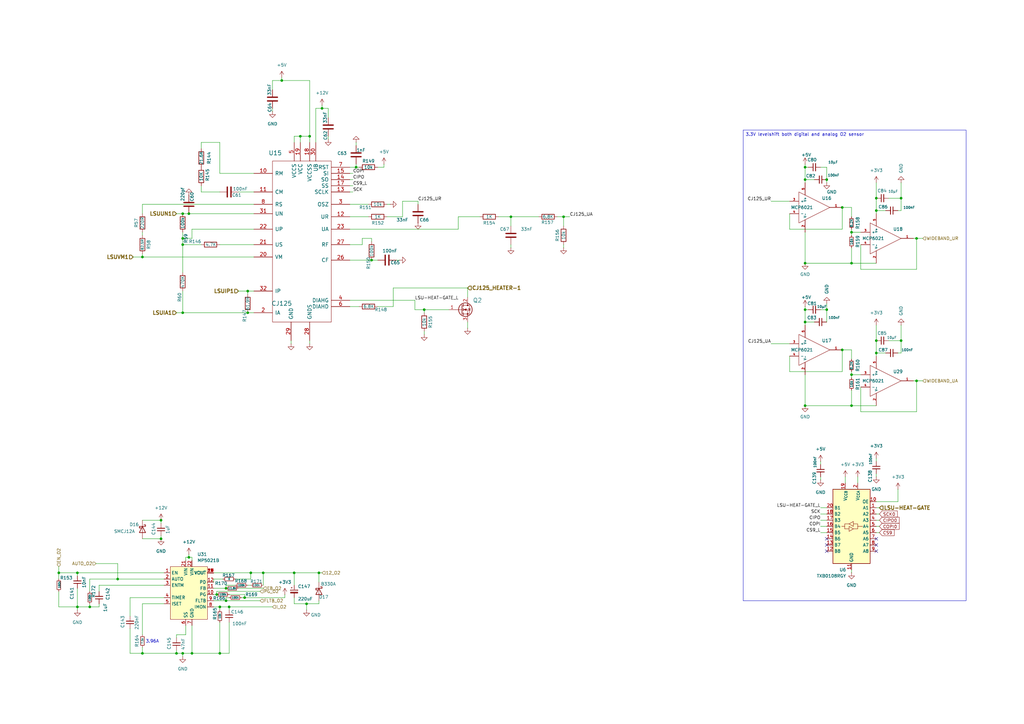
<source format=kicad_sch>
(kicad_sch
	(version 20250114)
	(generator "eeschema")
	(generator_version "9.0")
	(uuid "8f0fe97d-074f-43db-8176-0ba186eb4d22")
	(paper "A3")
	(title_block
		(title "westfly_ems")
		(date "2025-03-12")
		(rev "0.01")
		(company "Westfly")
	)
	
	(text "3.96A"
		(exclude_from_sim no)
		(at 62.484 263.144 0)
		(effects
			(font
				(size 1.27 1.27)
			)
		)
		(uuid "51a24055-58ca-427d-b74f-5a4d448f0718")
	)
	(text_box "3.3V levelshift both digital and analog O2 sensor"
		(exclude_from_sim no)
		(at 304.8 53.34 0)
		(size 91.44 193.04)
		(margins 0.9525 0.9525 0.9525 0.9525)
		(stroke
			(width 0)
			(type solid)
		)
		(fill
			(type none)
		)
		(effects
			(font
				(size 1.27 1.27)
			)
			(justify left top)
		)
		(uuid "2ea5be9b-66b7-4e60-94d2-f4063643ff96")
	)
	(junction
		(at 107.95 234.95)
		(diameter 0)
		(color 0 0 0 0)
		(uuid "06e4db45-6868-4b04-8902-e8bc4be77b82")
	)
	(junction
		(at 369.57 139.7)
		(diameter 0)
		(color 0 0 0 0)
		(uuid "1142f407-cf73-4897-b1da-6f7d3547331c")
	)
	(junction
		(at 48.26 237.49)
		(diameter 0)
		(color 0 0 0 0)
		(uuid "12b66828-1ce3-4ba0-b7a0-f53868f3f7ca")
	)
	(junction
		(at 330.2 107.95)
		(diameter 0)
		(color 0 0 0 0)
		(uuid "19776e31-e6f0-4900-9bbe-8b4eb48bd6c8")
	)
	(junction
		(at 330.2 132.08)
		(diameter 0)
		(color 0 0 0 0)
		(uuid "1afda6af-eef4-461e-b937-e76d599efb78")
	)
	(junction
		(at 173.99 127)
		(diameter 0)
		(color 0 0 0 0)
		(uuid "1d6b4935-ba39-4442-9732-6998214966ef")
	)
	(junction
		(at 330.2 166.37)
		(diameter 0)
		(color 0 0 0 0)
		(uuid "21394116-d6bd-4314-9d8f-333c7873f1a6")
	)
	(junction
		(at 74.93 100.33)
		(diameter 0)
		(color 0 0 0 0)
		(uuid "257486f3-4663-4f3e-bb48-750beeece2f1")
	)
	(junction
		(at 127 55.88)
		(diameter 0)
		(color 0 0 0 0)
		(uuid "29aae734-7f2a-4d4b-9d9d-560fa9e7a46c")
	)
	(junction
		(at 349.25 166.37)
		(diameter 0)
		(color 0 0 0 0)
		(uuid "2aab2991-ebd9-45b1-80ab-32b0356c64b0")
	)
	(junction
		(at 58.42 267.97)
		(diameter 0)
		(color 0 0 0 0)
		(uuid "2d5ae11e-2272-4dee-939f-32c0d24a866d")
	)
	(junction
		(at 339.09 127)
		(diameter 0)
		(color 0 0 0 0)
		(uuid "2ea59b15-0dbc-4193-8726-c9f734ced706")
	)
	(junction
		(at 359.41 81.28)
		(diameter 0)
		(color 0 0 0 0)
		(uuid "30990110-a4c0-4e0b-aa69-1f4e3fe415bb")
	)
	(junction
		(at 74.93 128.27)
		(diameter 0)
		(color 0 0 0 0)
		(uuid "37967db0-2f37-4a5d-afe2-3bd9c0410a8e")
	)
	(junction
		(at 88.9 243.84)
		(diameter 0)
		(color 0 0 0 0)
		(uuid "44a9dddb-d32e-4ea8-8a92-a846fcacd71b")
	)
	(junction
		(at 369.57 81.28)
		(diameter 0)
		(color 0 0 0 0)
		(uuid "49504717-f129-41f6-84d2-de152cd1662a")
	)
	(junction
		(at 72.39 267.97)
		(diameter 0)
		(color 0 0 0 0)
		(uuid "4c527c8b-1c62-47c4-ba98-7e6400fa6352")
	)
	(junction
		(at 125.73 247.65)
		(diameter 0)
		(color 0 0 0 0)
		(uuid "4f617a80-f4c2-45ba-a527-0d2f45dea063")
	)
	(junction
		(at 90.17 267.97)
		(diameter 0)
		(color 0 0 0 0)
		(uuid "5014d919-82a5-4139-bfd9-aeddd4815211")
	)
	(junction
		(at 123.19 55.88)
		(diameter 0)
		(color 0 0 0 0)
		(uuid "5322bf53-efeb-459f-ae0f-13c50f14736e")
	)
	(junction
		(at 92.71 241.3)
		(diameter 0)
		(color 0 0 0 0)
		(uuid "55032cd5-5fce-4cd5-8469-835052923c85")
	)
	(junction
		(at 359.41 144.78)
		(diameter 0)
		(color 0 0 0 0)
		(uuid "5e5303c1-d059-4aad-9fc4-f9fd0aa09cc6")
	)
	(junction
		(at 209.55 88.9)
		(diameter 0)
		(color 0 0 0 0)
		(uuid "5edb2dab-6e68-4d03-80c4-7db8be2ee4c6")
	)
	(junction
		(at 349.25 95.25)
		(diameter 0)
		(color 0 0 0 0)
		(uuid "637bae9b-5f9c-4162-859f-16896994e5b5")
	)
	(junction
		(at 146.05 68.58)
		(diameter 0)
		(color 0 0 0 0)
		(uuid "6993b366-dc96-4d0d-a883-f51d09053051")
	)
	(junction
		(at 339.09 73.66)
		(diameter 0)
		(color 0 0 0 0)
		(uuid "71452fd4-aa8d-48cf-8530-7307372a2959")
	)
	(junction
		(at 330.2 73.66)
		(diameter 0)
		(color 0 0 0 0)
		(uuid "75a47f8e-d92b-4249-9784-44b927d786cc")
	)
	(junction
		(at 92.71 246.38)
		(diameter 0)
		(color 0 0 0 0)
		(uuid "83aacda3-ca79-4883-a247-02f44eb7379e")
	)
	(junction
		(at 231.14 88.9)
		(diameter 0)
		(color 0 0 0 0)
		(uuid "89f6deff-d3f3-4ced-b8a7-480eef2dfdcb")
	)
	(junction
		(at 130.81 234.95)
		(diameter 0)
		(color 0 0 0 0)
		(uuid "8abd4227-decd-4873-aca1-8869b130cd86")
	)
	(junction
		(at 78.74 267.97)
		(diameter 0)
		(color 0 0 0 0)
		(uuid "8d731270-c90b-40ae-add4-ff94a0f2bc88")
	)
	(junction
		(at 36.83 248.92)
		(diameter 0)
		(color 0 0 0 0)
		(uuid "8fc2ed2b-e4a0-4e07-a94a-590b8a094e71")
	)
	(junction
		(at 330.2 68.58)
		(diameter 0)
		(color 0 0 0 0)
		(uuid "96aba9b0-8f02-4af5-9789-60e321298c9c")
	)
	(junction
		(at 66.04 213.36)
		(diameter 0)
		(color 0 0 0 0)
		(uuid "9778be56-cc2f-4535-bac0-2c477536caa2")
	)
	(junction
		(at 345.44 143.51)
		(diameter 0)
		(color 0 0 0 0)
		(uuid "a23e9d82-9fe0-4645-8253-b63a80e8febb")
	)
	(junction
		(at 349.25 153.67)
		(diameter 0)
		(color 0 0 0 0)
		(uuid "a4a9ef9d-af2b-4de3-b714-c05f2fab4627")
	)
	(junction
		(at 77.47 228.6)
		(diameter 0)
		(color 0 0 0 0)
		(uuid "a913178a-a0f1-4183-a538-7aaf5d44ff9f")
	)
	(junction
		(at 77.47 87.63)
		(diameter 0)
		(color 0 0 0 0)
		(uuid "a9f47bd2-8dd6-482f-880e-3b797b5b67c2")
	)
	(junction
		(at 31.75 248.92)
		(diameter 0)
		(color 0 0 0 0)
		(uuid "abf52fdf-3ba7-4bfe-a341-fbfcd38ba566")
	)
	(junction
		(at 101.6 128.27)
		(diameter 0)
		(color 0 0 0 0)
		(uuid "ae894beb-7f7c-4fd8-b657-cbee14bd21fe")
	)
	(junction
		(at 330.2 127)
		(diameter 0)
		(color 0 0 0 0)
		(uuid "b3f36c93-8dc9-400d-a438-5ff9e44ddf67")
	)
	(junction
		(at 74.93 267.97)
		(diameter 0)
		(color 0 0 0 0)
		(uuid "b469e379-8745-4acd-9aa1-b80e41f36731")
	)
	(junction
		(at 359.41 139.7)
		(diameter 0)
		(color 0 0 0 0)
		(uuid "b95ef28e-8c6e-4a02-8335-3ee957546fd9")
	)
	(junction
		(at 375.92 156.21)
		(diameter 0)
		(color 0 0 0 0)
		(uuid "c3f5c088-1f72-40d4-a094-9cf2a58fcd12")
	)
	(junction
		(at 24.13 234.95)
		(diameter 0)
		(color 0 0 0 0)
		(uuid "c964c7ae-a48e-4424-a707-59035a0cadbc")
	)
	(junction
		(at 345.44 85.09)
		(diameter 0)
		(color 0 0 0 0)
		(uuid "ca45f9f4-04c4-485a-bc98-da418bbc25e9")
	)
	(junction
		(at 152.4 106.68)
		(diameter 0)
		(color 0 0 0 0)
		(uuid "ca845104-5b22-474a-a481-6dad0bd05439")
	)
	(junction
		(at 93.98 248.92)
		(diameter 0)
		(color 0 0 0 0)
		(uuid "cdb6586f-5fa2-42cd-be2b-cf32cc15aa91")
	)
	(junction
		(at 349.25 107.95)
		(diameter 0)
		(color 0 0 0 0)
		(uuid "cde77aa0-31c7-493a-a79e-5f6b89ac42e2")
	)
	(junction
		(at 132.08 44.45)
		(diameter 0)
		(color 0 0 0 0)
		(uuid "d274ad9f-f3f2-4b95-873f-85bd69213b2b")
	)
	(junction
		(at 74.93 87.63)
		(diameter 0)
		(color 0 0 0 0)
		(uuid "d5333e58-7da9-4bd9-87ee-d06c35684f4e")
	)
	(junction
		(at 101.6 119.38)
		(diameter 0)
		(color 0 0 0 0)
		(uuid "d81d68d3-440a-41d3-a254-4f9b7fb11058")
	)
	(junction
		(at 375.92 97.79)
		(diameter 0)
		(color 0 0 0 0)
		(uuid "d970a952-4690-4b60-95cf-f6b070b7025a")
	)
	(junction
		(at 115.57 33.02)
		(diameter 0)
		(color 0 0 0 0)
		(uuid "d97a045e-24d8-4d37-b569-d98f9850822f")
	)
	(junction
		(at 66.04 220.98)
		(diameter 0)
		(color 0 0 0 0)
		(uuid "dd6abea2-6091-41eb-be75-43e92f78f246")
	)
	(junction
		(at 100.33 245.11)
		(diameter 0)
		(color 0 0 0 0)
		(uuid "e9288436-dfc9-401d-87de-34950b06ea01")
	)
	(junction
		(at 74.93 97.79)
		(diameter 0)
		(color 0 0 0 0)
		(uuid "e9d325bc-dff4-420c-9dd7-4596f673336c")
	)
	(junction
		(at 58.42 105.41)
		(diameter 0)
		(color 0 0 0 0)
		(uuid "ed3e1683-ad1a-4b18-a3e5-6df6dc63ce3a")
	)
	(junction
		(at 90.17 248.92)
		(diameter 0)
		(color 0 0 0 0)
		(uuid "f1507c58-d29a-46c0-9992-290a69194576")
	)
	(junction
		(at 102.87 234.95)
		(diameter 0)
		(color 0 0 0 0)
		(uuid "f1ad06e1-927b-4e0e-bcff-98e2e5386477")
	)
	(junction
		(at 120.65 234.95)
		(diameter 0)
		(color 0 0 0 0)
		(uuid "f3e22548-de54-4b8e-93c8-cc9655c98336")
	)
	(junction
		(at 31.75 234.95)
		(diameter 0)
		(color 0 0 0 0)
		(uuid "f41370d4-2853-4e88-a2c1-27cd5ecee8ee")
	)
	(junction
		(at 359.41 86.36)
		(diameter 0)
		(color 0 0 0 0)
		(uuid "fe29d244-b30a-4f34-861d-18014c9983fe")
	)
	(no_connect
		(at 359.41 220.98)
		(uuid "58d7f6c0-f278-4fe3-976d-4de8744c7505")
	)
	(no_connect
		(at 359.41 223.52)
		(uuid "7d5865f5-0918-4147-9d67-cadd93972946")
	)
	(no_connect
		(at 339.09 223.52)
		(uuid "84305109-7d2a-4717-a236-fa1d84a1c48a")
	)
	(no_connect
		(at 339.09 220.98)
		(uuid "ae414571-95f6-40a2-a82f-6de3f579296d")
	)
	(no_connect
		(at 339.09 226.06)
		(uuid "ea123893-42a5-463d-bd04-53dd8dcf01cb")
	)
	(no_connect
		(at 359.41 226.06)
		(uuid "ebc8d498-6f81-438a-8f0a-ffd0866f2937")
	)
	(wire
		(pts
			(xy 74.93 128.27) (xy 101.6 128.27)
		)
		(stroke
			(width 0)
			(type default)
		)
		(uuid "01a1b1ec-6b10-4063-b35a-2bee3b6ac495")
	)
	(wire
		(pts
			(xy 349.25 101.6) (xy 349.25 107.95)
		)
		(stroke
			(width 0)
			(type default)
		)
		(uuid "025029df-c27c-4d21-ad03-99f88e146ddd")
	)
	(wire
		(pts
			(xy 359.41 218.44) (xy 360.68 218.44)
		)
		(stroke
			(width 0)
			(type default)
		)
		(uuid "02680c05-896c-4c0c-b00f-4f405f56391f")
	)
	(wire
		(pts
			(xy 336.55 127) (xy 339.09 127)
		)
		(stroke
			(width 0)
			(type default)
		)
		(uuid "02e08608-1766-443c-90be-9000a5609970")
	)
	(wire
		(pts
			(xy 36.83 248.92) (xy 40.64 248.92)
		)
		(stroke
			(width 0)
			(type default)
		)
		(uuid "04f20ec5-a90f-49ab-9148-97fc83d50407")
	)
	(wire
		(pts
			(xy 74.93 87.63) (xy 77.47 87.63)
		)
		(stroke
			(width 0)
			(type default)
		)
		(uuid "05292883-1742-4934-b512-c6d0df7d4042")
	)
	(wire
		(pts
			(xy 120.65 245.11) (xy 120.65 247.65)
		)
		(stroke
			(width 0)
			(type default)
		)
		(uuid "065c2b1b-440c-4329-9ab8-c5fc4d274ff1")
	)
	(wire
		(pts
			(xy 349.25 88.9) (xy 349.25 85.09)
		)
		(stroke
			(width 0)
			(type default)
		)
		(uuid "076d3183-139d-401a-9bd4-6c9f10a8202c")
	)
	(wire
		(pts
			(xy 154.94 68.58) (xy 157.48 68.58)
		)
		(stroke
			(width 0)
			(type default)
		)
		(uuid "083fedfd-954f-453d-a214-0e1bd2ac7ecd")
	)
	(wire
		(pts
			(xy 231.14 88.9) (xy 231.14 92.71)
		)
		(stroke
			(width 0)
			(type default)
		)
		(uuid "087210d6-9a48-4fe6-9be2-1068ea05b48c")
	)
	(wire
		(pts
			(xy 93.98 255.27) (xy 93.98 267.97)
		)
		(stroke
			(width 0)
			(type default)
		)
		(uuid "08eb8944-eb26-402b-9548-8a41cc10fb94")
	)
	(wire
		(pts
			(xy 66.04 219.71) (xy 66.04 220.98)
		)
		(stroke
			(width 0)
			(type default)
		)
		(uuid "094ad811-5a66-4a8e-b8c4-f15b193dea66")
	)
	(wire
		(pts
			(xy 353.06 168.91) (xy 353.06 158.75)
		)
		(stroke
			(width 0)
			(type default)
		)
		(uuid "094c0677-73a4-424d-bf4f-6a8f2dacfbde")
	)
	(wire
		(pts
			(xy 58.42 267.97) (xy 72.39 267.97)
		)
		(stroke
			(width 0)
			(type default)
		)
		(uuid "0a637cea-8d6d-4881-a176-02b966ad3c26")
	)
	(wire
		(pts
			(xy 101.6 119.38) (xy 104.14 119.38)
		)
		(stroke
			(width 0)
			(type default)
		)
		(uuid "0b494e7a-a50e-425b-872e-2dcdec49a0e7")
	)
	(wire
		(pts
			(xy 58.42 83.82) (xy 104.14 83.82)
		)
		(stroke
			(width 0)
			(type default)
		)
		(uuid "0d34726d-e77c-489f-ab88-afa6d2523f8f")
	)
	(wire
		(pts
			(xy 72.39 87.63) (xy 74.93 87.63)
		)
		(stroke
			(width 0)
			(type default)
		)
		(uuid "0da0dc56-ad21-4319-bbd4-ff4a831fed90")
	)
	(wire
		(pts
			(xy 72.39 267.97) (xy 74.93 267.97)
		)
		(stroke
			(width 0)
			(type default)
		)
		(uuid "0e2fc424-1697-4a2c-a203-52785f55483f")
	)
	(wire
		(pts
			(xy 115.57 31.75) (xy 115.57 33.02)
		)
		(stroke
			(width 0)
			(type default)
		)
		(uuid "103aa17a-42e0-48e5-9ca3-6f2f45703eb7")
	)
	(wire
		(pts
			(xy 100.33 245.11) (xy 116.84 245.11)
		)
		(stroke
			(width 0)
			(type default)
		)
		(uuid "11769ce9-52de-40a1-b93e-0800e91b9b70")
	)
	(wire
		(pts
			(xy 134.62 55.88) (xy 134.62 57.15)
		)
		(stroke
			(width 0)
			(type default)
		)
		(uuid "13c6038b-1588-4a52-8228-42ffa8633b7f")
	)
	(wire
		(pts
			(xy 107.95 234.95) (xy 120.65 234.95)
		)
		(stroke
			(width 0)
			(type default)
		)
		(uuid "148f1e0d-edcf-4549-a050-0173ac570921")
	)
	(wire
		(pts
			(xy 204.47 88.9) (xy 209.55 88.9)
		)
		(stroke
			(width 0)
			(type default)
		)
		(uuid "14d1fd96-c0bd-45d4-a151-ac502680c5ff")
	)
	(wire
		(pts
			(xy 77.47 87.63) (xy 104.14 87.63)
		)
		(stroke
			(width 0)
			(type default)
		)
		(uuid "15b0d570-7c21-4c98-a7dc-006ae242d72d")
	)
	(wire
		(pts
			(xy 143.51 93.98) (xy 187.96 93.98)
		)
		(stroke
			(width 0)
			(type default)
		)
		(uuid "1ab6dade-22e2-4a73-a23a-61918ff51dd5")
	)
	(wire
		(pts
			(xy 369.57 133.35) (xy 369.57 139.7)
		)
		(stroke
			(width 0)
			(type default)
		)
		(uuid "1b546a97-7516-4dfc-8e93-b01036e59424")
	)
	(wire
		(pts
			(xy 31.75 234.95) (xy 67.31 234.95)
		)
		(stroke
			(width 0)
			(type default)
		)
		(uuid "1e5a7ae4-46dc-489b-9c6a-e7e821bb3f3f")
	)
	(wire
		(pts
			(xy 336.55 68.58) (xy 339.09 68.58)
		)
		(stroke
			(width 0)
			(type default)
		)
		(uuid "206663ff-b96f-4e0f-8acf-0e949464c7ae")
	)
	(wire
		(pts
			(xy 336.55 218.44) (xy 339.09 218.44)
		)
		(stroke
			(width 0)
			(type default)
		)
		(uuid "206ef0d3-700a-41fb-94e1-cb01bf286d94")
	)
	(wire
		(pts
			(xy 334.01 73.66) (xy 330.2 73.66)
		)
		(stroke
			(width 0)
			(type default)
		)
		(uuid "2091decf-712e-48de-9f1c-1c849ca9047d")
	)
	(wire
		(pts
			(xy 74.93 97.79) (xy 74.93 100.33)
		)
		(stroke
			(width 0)
			(type default)
		)
		(uuid "20a09569-1fe5-4946-8121-7efcb945637b")
	)
	(wire
		(pts
			(xy 330.2 127) (xy 330.2 132.08)
		)
		(stroke
			(width 0)
			(type default)
		)
		(uuid "20b98e28-57a9-4c3b-b1ef-9146fd7056ca")
	)
	(wire
		(pts
			(xy 40.64 247.65) (xy 40.64 248.92)
		)
		(stroke
			(width 0)
			(type default)
		)
		(uuid "21a765a5-8721-4346-be5e-4dcd19dc44bc")
	)
	(wire
		(pts
			(xy 92.71 245.11) (xy 93.98 245.11)
		)
		(stroke
			(width 0)
			(type default)
		)
		(uuid "224e3b4f-3f5f-4f96-aef1-a4a528be150d")
	)
	(wire
		(pts
			(xy 24.13 234.95) (xy 31.75 234.95)
		)
		(stroke
			(width 0)
			(type default)
		)
		(uuid "23489903-8a51-4a79-8ba1-d600dc40f308")
	)
	(wire
		(pts
			(xy 369.57 139.7) (xy 364.49 139.7)
		)
		(stroke
			(width 0)
			(type default)
		)
		(uuid "240ad0b3-b3b5-43f7-beed-4d70b92f31b5")
	)
	(wire
		(pts
			(xy 58.42 265.43) (xy 58.42 267.97)
		)
		(stroke
			(width 0)
			(type default)
		)
		(uuid "24314343-6f77-440f-b239-ff38a6b6c274")
	)
	(wire
		(pts
			(xy 359.41 187.96) (xy 359.41 189.23)
		)
		(stroke
			(width 0)
			(type default)
		)
		(uuid "24521864-7726-49a9-b0d2-2f3f201c0e63")
	)
	(wire
		(pts
			(xy 48.26 231.14) (xy 48.26 237.49)
		)
		(stroke
			(width 0)
			(type default)
		)
		(uuid "254f16ab-04dc-442c-be66-21b057d824df")
	)
	(wire
		(pts
			(xy 152.4 106.68) (xy 154.94 106.68)
		)
		(stroke
			(width 0)
			(type default)
		)
		(uuid "264080d0-59ed-47a3-a478-454b6c8c7903")
	)
	(wire
		(pts
			(xy 93.98 243.84) (xy 100.33 243.84)
		)
		(stroke
			(width 0)
			(type default)
		)
		(uuid "27679d4a-4e16-4b96-8631-be562e6a4231")
	)
	(wire
		(pts
			(xy 369.57 81.28) (xy 369.57 86.36)
		)
		(stroke
			(width 0)
			(type default)
		)
		(uuid "278edfcb-169f-41e1-b820-ea8b151828e6")
	)
	(wire
		(pts
			(xy 143.51 123.19) (xy 170.18 123.19)
		)
		(stroke
			(width 0)
			(type default)
		)
		(uuid "27fa801c-239e-4e94-944c-3e797de435a1")
	)
	(wire
		(pts
			(xy 92.71 240.03) (xy 96.52 240.03)
		)
		(stroke
			(width 0)
			(type default)
		)
		(uuid "281e121a-a047-4653-8ee5-eb2641a3c613")
	)
	(wire
		(pts
			(xy 82.55 58.42) (xy 82.55 60.96)
		)
		(stroke
			(width 0)
			(type default)
		)
		(uuid "2879e6b1-c6d2-44d4-91f7-094c65b19c6a")
	)
	(wire
		(pts
			(xy 161.29 118.11) (xy 191.77 118.11)
		)
		(stroke
			(width 0)
			(type default)
		)
		(uuid "289b9cc1-eb7f-439b-8e13-c88494998120")
	)
	(wire
		(pts
			(xy 120.65 234.95) (xy 130.81 234.95)
		)
		(stroke
			(width 0)
			(type default)
		)
		(uuid "29362551-7fa5-4a81-813f-33c39bf99d5c")
	)
	(wire
		(pts
			(xy 165.1 82.55) (xy 165.1 88.9)
		)
		(stroke
			(width 0)
			(type default)
		)
		(uuid "2b2ad186-9b40-4ecd-8054-30065837f698")
	)
	(wire
		(pts
			(xy 90.17 255.27) (xy 90.17 267.97)
		)
		(stroke
			(width 0)
			(type default)
		)
		(uuid "2b865b95-446b-4073-a764-aea2a4850edc")
	)
	(wire
		(pts
			(xy 78.74 93.98) (xy 78.74 97.79)
		)
		(stroke
			(width 0)
			(type default)
		)
		(uuid "2bcdd826-862a-4bbb-b935-720f6a039763")
	)
	(wire
		(pts
			(xy 115.57 33.02) (xy 127 33.02)
		)
		(stroke
			(width 0)
			(type default)
		)
		(uuid "2bec260f-51b8-4a05-8877-a7d52f456499")
	)
	(wire
		(pts
			(xy 92.71 246.38) (xy 106.68 246.38)
		)
		(stroke
			(width 0)
			(type default)
		)
		(uuid "2d7d8df9-1292-4aad-90d2-91a1d27abfbe")
	)
	(wire
		(pts
			(xy 97.79 119.38) (xy 101.6 119.38)
		)
		(stroke
			(width 0)
			(type default)
		)
		(uuid "2df36222-1b9b-4c2d-bf0b-eb986b0820fa")
	)
	(wire
		(pts
			(xy 132.08 44.45) (xy 134.62 44.45)
		)
		(stroke
			(width 0)
			(type default)
		)
		(uuid "2e43ad3b-77be-4688-8209-1464855ca0b0")
	)
	(wire
		(pts
			(xy 345.44 85.09) (xy 345.44 93.98)
		)
		(stroke
			(width 0)
			(type default)
		)
		(uuid "2ea39cd3-3818-40ae-93f9-33f1736d3950")
	)
	(wire
		(pts
			(xy 53.34 257.81) (xy 53.34 267.97)
		)
		(stroke
			(width 0)
			(type default)
		)
		(uuid "2f54ef95-d7e5-4520-a28c-441ac1164474")
	)
	(wire
		(pts
			(xy 369.57 139.7) (xy 369.57 144.78)
		)
		(stroke
			(width 0)
			(type default)
		)
		(uuid "2f7d6c84-649e-4d14-98e3-d9ecc99597d0")
	)
	(wire
		(pts
			(xy 349.25 154.94) (xy 349.25 153.67)
		)
		(stroke
			(width 0)
			(type default)
		)
		(uuid "314f02dd-5218-4246-87ef-7540893bdccb")
	)
	(wire
		(pts
			(xy 54.61 105.41) (xy 58.42 105.41)
		)
		(stroke
			(width 0)
			(type default)
		)
		(uuid "335fa1e4-c9a9-4f92-a67a-13997932c58e")
	)
	(wire
		(pts
			(xy 102.87 237.49) (xy 102.87 234.95)
		)
		(stroke
			(width 0)
			(type default)
		)
		(uuid "3501e4eb-4e30-4c14-959c-e7dc9bb7b7fa")
	)
	(wire
		(pts
			(xy 58.42 105.41) (xy 104.14 105.41)
		)
		(stroke
			(width 0)
			(type default)
		)
		(uuid "353adfc4-e59a-4ff7-80f3-0587ac3987c1")
	)
	(wire
		(pts
			(xy 154.94 125.73) (xy 161.29 125.73)
		)
		(stroke
			(width 0)
			(type default)
		)
		(uuid "358aa3b1-a79b-41bf-8566-cb8fc82bb019")
	)
	(wire
		(pts
			(xy 82.55 78.74) (xy 90.17 78.74)
		)
		(stroke
			(width 0)
			(type default)
		)
		(uuid "36165f4e-2d34-4c54-a93f-d35389a50d62")
	)
	(wire
		(pts
			(xy 53.34 245.11) (xy 53.34 252.73)
		)
		(stroke
			(width 0)
			(type default)
		)
		(uuid "37a4cd65-8e6f-40eb-af82-fd09c1c3a2fb")
	)
	(wire
		(pts
			(xy 353.06 110.49) (xy 353.06 100.33)
		)
		(stroke
			(width 0)
			(type default)
		)
		(uuid "38482c6d-fc58-41f5-968a-6ac98df87cc3")
	)
	(wire
		(pts
			(xy 87.63 241.3) (xy 92.71 241.3)
		)
		(stroke
			(width 0)
			(type default)
		)
		(uuid "39b6aa6a-19f0-4def-9ce9-751700ea7746")
	)
	(wire
		(pts
			(xy 101.6 240.03) (xy 102.87 240.03)
		)
		(stroke
			(width 0)
			(type default)
		)
		(uuid "3a7f0ea7-3af3-4f19-8b8d-6b8167c05c3e")
	)
	(wire
		(pts
			(xy 363.22 86.36) (xy 359.41 86.36)
		)
		(stroke
			(width 0)
			(type default)
		)
		(uuid "3ab387a8-d4d6-4dbd-9cf7-c3a52a1cb346")
	)
	(wire
		(pts
			(xy 148.59 100.33) (xy 148.59 97.79)
		)
		(stroke
			(width 0)
			(type default)
		)
		(uuid "3dcbe0cd-b56e-483a-8579-298ff5dd1102")
	)
	(wire
		(pts
			(xy 48.26 237.49) (xy 67.31 237.49)
		)
		(stroke
			(width 0)
			(type default)
		)
		(uuid "400f21d5-736b-4ccd-8e11-edea6322a760")
	)
	(wire
		(pts
			(xy 345.44 143.51) (xy 345.44 152.4)
		)
		(stroke
			(width 0)
			(type default)
		)
		(uuid "4108bb4b-2c18-460a-8bb4-645c020bcb53")
	)
	(wire
		(pts
			(xy 72.39 266.7) (xy 72.39 267.97)
		)
		(stroke
			(width 0)
			(type default)
		)
		(uuid "410ab2f0-56a5-4eca-a114-dcfbd36a7dae")
	)
	(wire
		(pts
			(xy 90.17 267.97) (xy 78.74 267.97)
		)
		(stroke
			(width 0)
			(type default)
		)
		(uuid "41b543ca-078b-4312-a617-e9bf1a43123e")
	)
	(wire
		(pts
			(xy 125.73 247.65) (xy 125.73 250.19)
		)
		(stroke
			(width 0)
			(type default)
		)
		(uuid "43dfa4e1-664a-44c9-b416-c6d95dc8ac4f")
	)
	(wire
		(pts
			(xy 74.93 97.79) (xy 78.74 97.79)
		)
		(stroke
			(width 0)
			(type default)
		)
		(uuid "4544303e-9641-416c-8961-eff4bb744e8a")
	)
	(wire
		(pts
			(xy 134.62 44.45) (xy 134.62 48.26)
		)
		(stroke
			(width 0)
			(type default)
		)
		(uuid "467152d6-aaab-4573-a428-1aee4cea1711")
	)
	(wire
		(pts
			(xy 67.31 240.03) (xy 40.64 240.03)
		)
		(stroke
			(width 0)
			(type default)
		)
		(uuid "473380fd-774a-43f7-bb7c-8f9277e0e232")
	)
	(wire
		(pts
			(xy 58.42 247.65) (xy 58.42 260.35)
		)
		(stroke
			(width 0)
			(type default)
		)
		(uuid "47c194ae-1b02-47a8-8619-a435399a841f")
	)
	(wire
		(pts
			(xy 146.05 58.42) (xy 146.05 59.69)
		)
		(stroke
			(width 0)
			(type default)
		)
		(uuid "495a21e2-cfe3-451b-8ed9-7d91eea4277f")
	)
	(wire
		(pts
			(xy 359.41 205.74) (xy 368.3 205.74)
		)
		(stroke
			(width 0)
			(type default)
		)
		(uuid "4a410f21-b632-4595-a41e-1ddae612d4c6")
	)
	(wire
		(pts
			(xy 130.81 234.95) (xy 132.08 234.95)
		)
		(stroke
			(width 0)
			(type default)
		)
		(uuid "4b377896-116e-4df1-af99-b45564e0d17b")
	)
	(wire
		(pts
			(xy 101.6 119.38) (xy 101.6 120.65)
		)
		(stroke
			(width 0)
			(type default)
		)
		(uuid "4c4b2de6-56f6-4571-9237-c0e1aa9707d8")
	)
	(wire
		(pts
			(xy 375.92 97.79) (xy 374.65 97.79)
		)
		(stroke
			(width 0)
			(type default)
		)
		(uuid "4f152b5f-c99a-44a9-806c-a2685c32241c")
	)
	(wire
		(pts
			(xy 162.56 106.68) (xy 163.83 106.68)
		)
		(stroke
			(width 0)
			(type default)
		)
		(uuid "4f65bf06-1210-426e-bccb-5bd046c1d48a")
	)
	(wire
		(pts
			(xy 143.51 88.9) (xy 151.13 88.9)
		)
		(stroke
			(width 0)
			(type default)
		)
		(uuid "4fa23fe1-deb7-41bd-9647-1d7b6e51e3ea")
	)
	(wire
		(pts
			(xy 336.55 210.82) (xy 339.09 210.82)
		)
		(stroke
			(width 0)
			(type default)
		)
		(uuid "501225f2-cc0f-49e9-8a1d-3fb3e78a79a2")
	)
	(wire
		(pts
			(xy 31.75 248.92) (xy 31.75 250.19)
		)
		(stroke
			(width 0)
			(type default)
		)
		(uuid "5054460b-a59f-4408-a0e7-d9eb2f07b33f")
	)
	(wire
		(pts
			(xy 111.76 36.83) (xy 111.76 33.02)
		)
		(stroke
			(width 0)
			(type default)
		)
		(uuid "5238b15c-66fa-4f92-b39f-a32004cf8d3f")
	)
	(wire
		(pts
			(xy 104.14 93.98) (xy 78.74 93.98)
		)
		(stroke
			(width 0)
			(type default)
		)
		(uuid "534e05dc-9778-4387-83d9-ce9d7c7edd85")
	)
	(wire
		(pts
			(xy 100.33 243.84) (xy 100.33 245.11)
		)
		(stroke
			(width 0)
			(type default)
		)
		(uuid "53c8a325-5aac-4dac-bc4d-40b496c10a3e")
	)
	(wire
		(pts
			(xy 170.18 127) (xy 173.99 127)
		)
		(stroke
			(width 0)
			(type default)
		)
		(uuid "541369ae-987d-4933-8871-1c5ccea09af4")
	)
	(wire
		(pts
			(xy 77.47 228.6) (xy 78.74 228.6)
		)
		(stroke
			(width 0)
			(type default)
		)
		(uuid "5469fd2f-258e-4c36-aa7c-c225046e9f98")
	)
	(wire
		(pts
			(xy 339.09 124.46) (xy 339.09 127)
		)
		(stroke
			(width 0)
			(type default)
		)
		(uuid "57b2dab5-9676-4e62-923c-7e8a8d1fc21e")
	)
	(wire
		(pts
			(xy 375.92 97.79) (xy 375.92 110.49)
		)
		(stroke
			(width 0)
			(type default)
		)
		(uuid "58b008f5-468a-4954-acbe-339882c8f383")
	)
	(wire
		(pts
			(xy 316.23 82.55) (xy 323.85 82.55)
		)
		(stroke
			(width 0)
			(type default)
		)
		(uuid "5cc2ce7d-5e0a-449c-8cf6-a1199d31afbc")
	)
	(wire
		(pts
			(xy 359.41 107.95) (xy 349.25 107.95)
		)
		(stroke
			(width 0)
			(type default)
		)
		(uuid "5dc5eca1-8804-440c-b1d6-e136f6d29df8")
	)
	(wire
		(pts
			(xy 323.85 93.98) (xy 323.85 87.63)
		)
		(stroke
			(width 0)
			(type default)
		)
		(uuid "5de9d4f9-eba6-4521-9c56-8bf11ad4ffd3")
	)
	(wire
		(pts
			(xy 330.2 68.58) (xy 330.2 73.66)
		)
		(stroke
			(width 0)
			(type default)
		)
		(uuid "61a4c70d-4e71-4919-ba51-734793a4a107")
	)
	(wire
		(pts
			(xy 143.51 125.73) (xy 147.32 125.73)
		)
		(stroke
			(width 0)
			(type default)
		)
		(uuid "61b4b245-19fd-4749-b488-4ed60b1be284")
	)
	(wire
		(pts
			(xy 123.19 55.88) (xy 123.19 58.42)
		)
		(stroke
			(width 0)
			(type default)
		)
		(uuid "623a8bce-9dff-434a-aa88-0eb1d4699078")
	)
	(wire
		(pts
			(xy 127 55.88) (xy 127 58.42)
		)
		(stroke
			(width 0)
			(type default)
		)
		(uuid "6259990e-5f22-4118-b27c-ed4c16597ec9")
	)
	(wire
		(pts
			(xy 102.87 234.95) (xy 107.95 234.95)
		)
		(stroke
			(width 0)
			(type default)
		)
		(uuid "6337a9bc-b023-41f0-8c4b-155301049c66")
	)
	(wire
		(pts
			(xy 359.41 144.78) (xy 359.41 146.05)
		)
		(stroke
			(width 0)
			(type default)
		)
		(uuid "636d0768-49ef-49d7-ac22-279507a9af01")
	)
	(wire
		(pts
			(xy 72.39 260.35) (xy 72.39 261.62)
		)
		(stroke
			(width 0)
			(type default)
		)
		(uuid "6464d59a-ac63-4f21-bfa4-37a339aa5eb9")
	)
	(wire
		(pts
			(xy 330.2 125.73) (xy 330.2 127)
		)
		(stroke
			(width 0)
			(type default)
		)
		(uuid "649f6116-a547-4012-b1f5-9452240ecc0f")
	)
	(wire
		(pts
			(xy 74.93 100.33) (xy 82.55 100.33)
		)
		(stroke
			(width 0)
			(type default)
		)
		(uuid "66eb33cf-1c60-4c70-adc2-5b4443336ef5")
	)
	(wire
		(pts
			(xy 36.83 248.92) (xy 36.83 247.65)
		)
		(stroke
			(width 0)
			(type default)
		)
		(uuid "67ca74a9-cb04-4780-a726-3410862e345e")
	)
	(wire
		(pts
			(xy 351.79 195.58) (xy 351.79 198.12)
		)
		(stroke
			(width 0)
			(type default)
		)
		(uuid "6cb1b04a-a547-4b04-9f19-2e83c2bc851a")
	)
	(wire
		(pts
			(xy 330.2 153.67) (xy 330.2 166.37)
		)
		(stroke
			(width 0)
			(type default)
		)
		(uuid "705dd6db-9799-46c1-8f98-29878b3896cb")
	)
	(wire
		(pts
			(xy 173.99 127) (xy 173.99 128.27)
		)
		(stroke
			(width 0)
			(type default)
		)
		(uuid "708c739e-18a8-4f20-9db4-a5b52366f51d")
	)
	(wire
		(pts
			(xy 77.47 228.6) (xy 77.47 227.33)
		)
		(stroke
			(width 0)
			(type default)
		)
		(uuid "716e8ad7-f328-4fec-94ce-0e10fe078606")
	)
	(wire
		(pts
			(xy 127 55.88) (xy 127 33.02)
		)
		(stroke
			(width 0)
			(type default)
		)
		(uuid "72a22ee2-5b51-4fac-bb30-6935bfe4f8c0")
	)
	(wire
		(pts
			(xy 132.08 43.18) (xy 132.08 44.45)
		)
		(stroke
			(width 0)
			(type default)
		)
		(uuid "72d123d4-c9d3-4348-be1c-5ade6d8b7015")
	)
	(wire
		(pts
			(xy 58.42 220.98) (xy 66.04 220.98)
		)
		(stroke
			(width 0)
			(type default)
		)
		(uuid "74431373-5a98-4d10-8cd1-cdecedb977fc")
	)
	(wire
		(pts
			(xy 336.55 195.58) (xy 336.55 196.85)
		)
		(stroke
			(width 0)
			(type default)
		)
		(uuid "7456bd21-e0d1-4545-a885-ebaad9c60538")
	)
	(wire
		(pts
			(xy 209.55 88.9) (xy 209.55 92.71)
		)
		(stroke
			(width 0)
			(type default)
		)
		(uuid "7485942f-cda1-4972-9f1f-3454f6008b5a")
	)
	(wire
		(pts
			(xy 93.98 248.92) (xy 93.98 250.19)
		)
		(stroke
			(width 0)
			(type default)
		)
		(uuid "74d72537-b176-44a6-8e61-aac60965c438")
	)
	(wire
		(pts
			(xy 378.46 97.79) (xy 375.92 97.79)
		)
		(stroke
			(width 0)
			(type default)
		)
		(uuid "765a7f0b-bc39-4447-9f1b-201b50bea875")
	)
	(wire
		(pts
			(xy 129.54 44.45) (xy 132.08 44.45)
		)
		(stroke
			(width 0)
			(type default)
		)
		(uuid "77da7d22-6a19-4207-8bbc-b5cfaabfb1be")
	)
	(wire
		(pts
			(xy 120.65 247.65) (xy 125.73 247.65)
		)
		(stroke
			(width 0)
			(type default)
		)
		(uuid "791ee150-ecbf-40ea-b0f1-9904e70708fc")
	)
	(wire
		(pts
			(xy 378.46 156.21) (xy 375.92 156.21)
		)
		(stroke
			(width 0)
			(type default)
		)
		(uuid "797411e7-ef5d-4029-a8d9-a3a40abedfbe")
	)
	(wire
		(pts
			(xy 170.18 123.19) (xy 170.18 127)
		)
		(stroke
			(width 0)
			(type default)
		)
		(uuid "7c76be70-c309-4e2b-8634-c4ed7601ba64")
	)
	(wire
		(pts
			(xy 87.63 238.76) (xy 87.63 237.49)
		)
		(stroke
			(width 0)
			(type default)
		)
		(uuid "7c7fba40-4de3-43e6-8a41-c766f6350cb7")
	)
	(wire
		(pts
			(xy 349.25 166.37) (xy 330.2 166.37)
		)
		(stroke
			(width 0)
			(type default)
		)
		(uuid "7cc8c845-4c5f-4103-9ade-a73a7a230d39")
	)
	(wire
		(pts
			(xy 74.93 267.97) (xy 78.74 267.97)
		)
		(stroke
			(width 0)
			(type default)
		)
		(uuid "7d7b33d5-f73f-4cbe-8497-c3b4269f6041")
	)
	(wire
		(pts
			(xy 93.98 267.97) (xy 90.17 267.97)
		)
		(stroke
			(width 0)
			(type default)
		)
		(uuid "80e9a706-310d-4646-8bf9-c9d43a54f4b4")
	)
	(wire
		(pts
			(xy 87.63 234.95) (xy 102.87 234.95)
		)
		(stroke
			(width 0)
			(type default)
		)
		(uuid "81d261ec-73bb-48ed-bce0-48616de95bfc")
	)
	(wire
		(pts
			(xy 375.92 156.21) (xy 375.92 168.91)
		)
		(stroke
			(width 0)
			(type default)
		)
		(uuid "82080025-c39a-4b84-a764-d7487719fbb4")
	)
	(wire
		(pts
			(xy 375.92 110.49) (xy 353.06 110.49)
		)
		(stroke
			(width 0)
			(type default)
		)
		(uuid "82990f63-39dc-4a99-bdb8-7b44ac5fa6ba")
	)
	(wire
		(pts
			(xy 119.38 139.7) (xy 119.38 140.97)
		)
		(stroke
			(width 0)
			(type default)
		)
		(uuid "8417fa3e-987e-43f0-b9f0-6927fed40c39")
	)
	(wire
		(pts
			(xy 143.51 106.68) (xy 152.4 106.68)
		)
		(stroke
			(width 0)
			(type default)
		)
		(uuid "848fc9ee-1ac8-470c-8d69-385627d4f052")
	)
	(wire
		(pts
			(xy 349.25 107.95) (xy 330.2 107.95)
		)
		(stroke
			(width 0)
			(type default)
		)
		(uuid "8571478f-fbc4-49b2-a466-8b547022b3b0")
	)
	(wire
		(pts
			(xy 40.64 240.03) (xy 40.64 242.57)
		)
		(stroke
			(width 0)
			(type default)
		)
		(uuid "866f8dce-7d41-4efa-a7a6-dbb80c171409")
	)
	(wire
		(pts
			(xy 88.9 242.57) (xy 106.68 242.57)
		)
		(stroke
			(width 0)
			(type default)
		)
		(uuid "8740cb2d-f753-44eb-b26f-05ca00c68f79")
	)
	(wire
		(pts
			(xy 116.84 243.84) (xy 116.84 245.11)
		)
		(stroke
			(width 0)
			(type default)
		)
		(uuid "883e25c2-ed32-44cd-ab6f-644941f6df9e")
	)
	(wire
		(pts
			(xy 334.01 132.08) (xy 330.2 132.08)
		)
		(stroke
			(width 0)
			(type default)
		)
		(uuid "88897f58-a450-4516-a23b-1f6ce12d7da2")
	)
	(wire
		(pts
			(xy 76.2 256.54) (xy 76.2 260.35)
		)
		(stroke
			(width 0)
			(type default)
		)
		(uuid "8987dd40-f42a-45c4-972c-d4e76fae600a")
	)
	(wire
		(pts
			(xy 349.25 85.09) (xy 345.44 85.09)
		)
		(stroke
			(width 0)
			(type default)
		)
		(uuid "89a81e6b-0a5c-4370-a663-bcd22f7c3e18")
	)
	(wire
		(pts
			(xy 146.05 67.31) (xy 146.05 68.58)
		)
		(stroke
			(width 0)
			(type default)
		)
		(uuid "89c17c9b-094f-437c-811a-5102d19744ef")
	)
	(wire
		(pts
			(xy 339.09 68.58) (xy 339.09 73.66)
		)
		(stroke
			(width 0)
			(type default)
		)
		(uuid "8af2f4b5-f589-484e-8ec3-e2c60cb7f247")
	)
	(wire
		(pts
			(xy 349.25 147.32) (xy 349.25 143.51)
		)
		(stroke
			(width 0)
			(type default)
		)
		(uuid "8e56368c-1d04-4699-b646-234f1d357b92")
	)
	(wire
		(pts
			(xy 36.83 237.49) (xy 36.83 242.57)
		)
		(stroke
			(width 0)
			(type default)
		)
		(uuid "8fe74574-312b-470c-8bec-64f1cf9d4846")
	)
	(wire
		(pts
			(xy 97.79 78.74) (xy 104.14 78.74)
		)
		(stroke
			(width 0)
			(type default)
		)
		(uuid "908f85b9-fb1d-446f-bf82-9629daeffdd0")
	)
	(wire
		(pts
			(xy 359.41 213.36) (xy 360.68 213.36)
		)
		(stroke
			(width 0)
			(type default)
		)
		(uuid "935cbb70-c986-450a-9a9e-d9ea5f659e3a")
	)
	(wire
		(pts
			(xy 369.57 86.36) (xy 368.3 86.36)
		)
		(stroke
			(width 0)
			(type default)
		)
		(uuid "940bdc61-8d6e-4611-8e8b-948842d50965")
	)
	(wire
		(pts
			(xy 191.77 118.11) (xy 191.77 121.92)
		)
		(stroke
			(width 0)
			(type default)
		)
		(uuid "94902f21-13be-427c-b69a-af6624f6663a")
	)
	(wire
		(pts
			(xy 173.99 135.89) (xy 173.99 137.16)
		)
		(stroke
			(width 0)
			(type default)
		)
		(uuid "9600c6db-4e10-43d2-bc79-6f0ffad12b8f")
	)
	(wire
		(pts
			(xy 53.34 267.97) (xy 58.42 267.97)
		)
		(stroke
			(width 0)
			(type default)
		)
		(uuid "97c3ac99-4fb8-48f6-8dc1-abb9550360ce")
	)
	(wire
		(pts
			(xy 345.44 93.98) (xy 323.85 93.98)
		)
		(stroke
			(width 0)
			(type default)
		)
		(uuid "98772ac3-2850-45ec-809b-7ae382c046dc")
	)
	(wire
		(pts
			(xy 143.51 71.12) (xy 144.78 71.12)
		)
		(stroke
			(width 0)
			(type default)
		)
		(uuid "9a1f2508-7058-410c-9624-97900e338349")
	)
	(wire
		(pts
			(xy 87.63 246.38) (xy 92.71 246.38)
		)
		(stroke
			(width 0)
			(type default)
		)
		(uuid "9b464e1a-e14a-4bb4-a64e-5026f1595e48")
	)
	(wire
		(pts
			(xy 331.47 68.58) (xy 330.2 68.58)
		)
		(stroke
			(width 0)
			(type default)
		)
		(uuid "9b5d5546-41c0-4c9b-869d-5dc7b3144909")
	)
	(wire
		(pts
			(xy 359.41 215.9) (xy 360.68 215.9)
		)
		(stroke
			(width 0)
			(type default)
		)
		(uuid "9b932787-f0d6-4533-a934-afc582a4353b")
	)
	(wire
		(pts
			(xy 359.41 210.82) (xy 360.68 210.82)
		)
		(stroke
			(width 0)
			(type default)
		)
		(uuid "9c2d8dd5-47f9-4207-aa5c-40c63bc77b72")
	)
	(wire
		(pts
			(xy 66.04 213.36) (xy 66.04 214.63)
		)
		(stroke
			(width 0)
			(type default)
		)
		(uuid "9ce44776-708a-4665-a7d8-02aa97c54b92")
	)
	(wire
		(pts
			(xy 90.17 58.42) (xy 82.55 58.42)
		)
		(stroke
			(width 0)
			(type default)
		)
		(uuid "9ce95bef-6454-4ccb-9c80-c167010d76bb")
	)
	(wire
		(pts
			(xy 375.92 156.21) (xy 374.65 156.21)
		)
		(stroke
			(width 0)
			(type default)
		)
		(uuid "9e5abdcd-a942-4ab6-959c-1a3102023558")
	)
	(wire
		(pts
			(xy 90.17 100.33) (xy 104.14 100.33)
		)
		(stroke
			(width 0)
			(type default)
		)
		(uuid "9ff77d71-dd56-4d02-adfd-9ff60e2c38c3")
	)
	(wire
		(pts
			(xy 359.41 208.28) (xy 360.68 208.28)
		)
		(stroke
			(width 0)
			(type default)
		)
		(uuid "a1fdd211-7f05-4d88-ab51-a7998ea33e3d")
	)
	(wire
		(pts
			(xy 330.2 95.25) (xy 330.2 107.95)
		)
		(stroke
			(width 0)
			(type default)
		)
		(uuid "a203b8a3-e1ef-4a41-8b7b-be89f5962fc7")
	)
	(wire
		(pts
			(xy 31.75 248.92) (xy 36.83 248.92)
		)
		(stroke
			(width 0)
			(type default)
		)
		(uuid "a30d7a46-3156-47d9-ae5d-67c3ef81707b")
	)
	(wire
		(pts
			(xy 191.77 132.08) (xy 191.77 134.62)
		)
		(stroke
			(width 0)
			(type default)
		)
		(uuid "a35872d6-80ae-4a18-b16d-8e738a00835a")
	)
	(wire
		(pts
			(xy 90.17 71.12) (xy 90.17 58.42)
		)
		(stroke
			(width 0)
			(type default)
		)
		(uuid "a35a73b4-b559-43be-96e3-28dbe2bacb61")
	)
	(wire
		(pts
			(xy 24.13 242.57) (xy 24.13 248.92)
		)
		(stroke
			(width 0)
			(type default)
		)
		(uuid "a3a2eae2-35c2-4060-9e9d-4685933ac384")
	)
	(wire
		(pts
			(xy 368.3 205.74) (xy 368.3 200.66)
		)
		(stroke
			(width 0)
			(type default)
		)
		(uuid "a4fb862d-cd99-4275-ba46-956ece7d8d59")
	)
	(wire
		(pts
			(xy 369.57 74.93) (xy 369.57 81.28)
		)
		(stroke
			(width 0)
			(type default)
		)
		(uuid "a7e85d07-d145-4463-97ea-90222d0b3ee9")
	)
	(wire
		(pts
			(xy 359.41 74.93) (xy 359.41 81.28)
		)
		(stroke
			(width 0)
			(type default)
		)
		(uuid "a7f2667b-f675-40b3-8c9f-3815e6cc5f33")
	)
	(wire
		(pts
			(xy 359.41 139.7) (xy 359.41 144.78)
		)
		(stroke
			(width 0)
			(type default)
		)
		(uuid "a8625dab-0316-4906-9ddf-6e6bdfe7a6dd")
	)
	(wire
		(pts
			(xy 336.55 213.36) (xy 339.09 213.36)
		)
		(stroke
			(width 0)
			(type default)
		)
		(uuid "a9538157-8c59-46f7-8bfc-f129632c14c7")
	)
	(wire
		(pts
			(xy 143.51 100.33) (xy 148.59 100.33)
		)
		(stroke
			(width 0)
			(type default)
		)
		(uuid "ab4dbe4f-9771-40d5-83db-46f175ff8701")
	)
	(wire
		(pts
			(xy 349.25 143.51) (xy 345.44 143.51)
		)
		(stroke
			(width 0)
			(type default)
		)
		(uuid "ab62b328-893b-4da6-a7a8-ced145b7d58f")
	)
	(wire
		(pts
			(xy 375.92 168.91) (xy 353.06 168.91)
		)
		(stroke
			(width 0)
			(type default)
		)
		(uuid "ab6d0c34-0225-4f49-bcaf-4479b30c6b9d")
	)
	(wire
		(pts
			(xy 353.06 153.67) (xy 349.25 153.67)
		)
		(stroke
			(width 0)
			(type default)
		)
		(uuid "ab71e522-2b6b-446f-8def-573ef1aa6403")
	)
	(wire
		(pts
			(xy 120.65 234.95) (xy 120.65 240.03)
		)
		(stroke
			(width 0)
			(type default)
		)
		(uuid "abdb25a5-7416-48ba-a5d1-a0fc2497e724")
	)
	(wire
		(pts
			(xy 158.75 83.82) (xy 160.02 83.82)
		)
		(stroke
			(width 0)
			(type default)
		)
		(uuid "abede04b-1840-46d7-b138-a6c65be3a957")
	)
	(wire
		(pts
			(xy 353.06 95.25) (xy 349.25 95.25)
		)
		(stroke
			(width 0)
			(type default)
		)
		(uuid "ac98bc96-beb0-46f1-a94f-8c3f3cfdffa8")
	)
	(wire
		(pts
			(xy 369.57 144.78) (xy 368.3 144.78)
		)
		(stroke
			(width 0)
			(type default)
		)
		(uuid "acc5e9da-c1ce-4678-850b-1580df8340e2")
	)
	(wire
		(pts
			(xy 228.6 88.9) (xy 231.14 88.9)
		)
		(stroke
			(width 0)
			(type default)
		)
		(uuid "adb8a11b-b591-420c-a087-d6ba9deee4c8")
	)
	(wire
		(pts
			(xy 99.06 245.11) (xy 100.33 245.11)
		)
		(stroke
			(width 0)
			(type default)
		)
		(uuid "ae38d123-123a-4973-b003-902ae7ec0cd0")
	)
	(wire
		(pts
			(xy 58.42 95.25) (xy 58.42 96.52)
		)
		(stroke
			(width 0)
			(type default)
		)
		(uuid "aea62be8-0a03-4362-9cb9-cbef1ac1c928")
	)
	(wire
		(pts
			(xy 88.9 243.84) (xy 88.9 242.57)
		)
		(stroke
			(width 0)
			(type default)
		)
		(uuid "b08cdc22-7c31-4b5f-8f50-f7475f203bd9")
	)
	(wire
		(pts
			(xy 157.48 67.31) (xy 157.48 68.58)
		)
		(stroke
			(width 0)
			(type default)
		)
		(uuid "b0ed1e21-d730-49b2-a4be-83488b7aebce")
	)
	(wire
		(pts
			(xy 148.59 97.79) (xy 152.4 97.79)
		)
		(stroke
			(width 0)
			(type default)
		)
		(uuid "b17f3342-4a56-4de4-aabf-e71ff3c43928")
	)
	(wire
		(pts
			(xy 67.31 245.11) (xy 53.34 245.11)
		)
		(stroke
			(width 0)
			(type default)
		)
		(uuid "b184a459-7d0e-4a5a-808b-fa300cf809b8")
	)
	(wire
		(pts
			(xy 24.13 232.41) (xy 24.13 234.95)
		)
		(stroke
			(width 0)
			(type default)
		)
		(uuid "b27b13d7-4c07-4c22-bfb9-207186e07aea")
	)
	(wire
		(pts
			(xy 58.42 83.82) (xy 58.42 87.63)
		)
		(stroke
			(width 0)
			(type default)
		)
		(uuid "b2d00d84-ad9c-4eb6-b519-7f21eaecb494")
	)
	(wire
		(pts
			(xy 171.45 83.82) (xy 171.45 82.55)
		)
		(stroke
			(width 0)
			(type default)
		)
		(uuid "b3ac951b-50a5-4547-8d7f-9f7f79d76bbf")
	)
	(wire
		(pts
			(xy 130.81 247.65) (xy 130.81 246.38)
		)
		(stroke
			(width 0)
			(type default)
		)
		(uuid "b54a3645-3678-4b69-aed3-446890d84537")
	)
	(wire
		(pts
			(xy 93.98 248.92) (xy 111.76 248.92)
		)
		(stroke
			(width 0)
			(type default)
		)
		(uuid "b6300841-ed5d-4deb-9339-16f32796e9e9")
	)
	(wire
		(pts
			(xy 76.2 229.87) (xy 76.2 228.6)
		)
		(stroke
			(width 0)
			(type default)
		)
		(uuid "b872324d-8cd1-4ff2-8544-b9a6084e9a33")
	)
	(wire
		(pts
			(xy 120.65 58.42) (xy 120.65 55.88)
		)
		(stroke
			(width 0)
			(type default)
		)
		(uuid "b8d344b6-cdd1-4f13-a544-7e952882c4af")
	)
	(wire
		(pts
			(xy 24.13 248.92) (xy 31.75 248.92)
		)
		(stroke
			(width 0)
			(type default)
		)
		(uuid "b96e6e65-59b6-4686-9796-30c86503f7e1")
	)
	(wire
		(pts
			(xy 39.37 231.14) (xy 48.26 231.14)
		)
		(stroke
			(width 0)
			(type default)
		)
		(uuid "bad276ee-4b60-4832-8881-5d8b7644c39d")
	)
	(wire
		(pts
			(xy 152.4 97.79) (xy 152.4 99.06)
		)
		(stroke
			(width 0)
			(type default)
		)
		(uuid "baf84337-065b-43df-ae67-7a6d3805383b")
	)
	(wire
		(pts
			(xy 146.05 68.58) (xy 147.32 68.58)
		)
		(stroke
			(width 0)
			(type default)
		)
		(uuid "bb0ac0f5-af1e-49f1-89ec-d75b9604bb44")
	)
	(wire
		(pts
			(xy 349.25 160.02) (xy 349.25 166.37)
		)
		(stroke
			(width 0)
			(type default)
		)
		(uuid "bcabbf62-8ca9-414a-9bf1-8c2572bad4dd")
	)
	(wire
		(pts
			(xy 31.75 241.3) (xy 31.75 248.92)
		)
		(stroke
			(width 0)
			(type default)
		)
		(uuid "bd1c721b-00ba-40f8-8b21-c410f49a130a")
	)
	(wire
		(pts
			(xy 92.71 246.38) (xy 92.71 245.11)
		)
		(stroke
			(width 0)
			(type default)
		)
		(uuid "bd7d8de3-cfe3-4511-8a00-f17e8ea5c10c")
	)
	(wire
		(pts
			(xy 143.51 73.66) (xy 144.78 73.66)
		)
		(stroke
			(width 0)
			(type default)
		)
		(uuid "bdee8353-8728-4c31-9ef5-d82129f87f12")
	)
	(wire
		(pts
			(xy 72.39 128.27) (xy 74.93 128.27)
		)
		(stroke
			(width 0)
			(type default)
		)
		(uuid "be2efc17-f66f-44fa-a715-09739b44c3a1")
	)
	(wire
		(pts
			(xy 74.93 100.33) (xy 74.93 111.76)
		)
		(stroke
			(width 0)
			(type default)
		)
		(uuid "bec72285-814f-49f3-b2af-1f0224c29e73")
	)
	(wire
		(pts
			(xy 78.74 228.6) (xy 78.74 229.87)
		)
		(stroke
			(width 0)
			(type default)
		)
		(uuid "bfa8774c-b721-4a5e-a72a-fa9415773550")
	)
	(wire
		(pts
			(xy 173.99 127) (xy 184.15 127)
		)
		(stroke
			(width 0)
			(type default)
		)
		(uuid "bfb7855f-e38c-40f9-bbcd-9d4b0de9dcd0")
	)
	(wire
		(pts
			(xy 359.41 81.28) (xy 359.41 86.36)
		)
		(stroke
			(width 0)
			(type default)
		)
		(uuid "c26a26ec-cbff-4f88-b299-d11738de9b22")
	)
	(wire
		(pts
			(xy 339.09 127) (xy 339.09 132.08)
		)
		(stroke
			(width 0)
			(type default)
		)
		(uuid "c36b7e2d-51c4-4b48-b8d0-8bdac79f15a5")
	)
	(wire
		(pts
			(xy 143.51 76.2) (xy 144.78 76.2)
		)
		(stroke
			(width 0)
			(type default)
		)
		(uuid "c3835ff6-d863-4622-a806-538b0cc1a349")
	)
	(wire
		(pts
			(xy 336.55 215.9) (xy 339.09 215.9)
		)
		(stroke
			(width 0)
			(type default)
		)
		(uuid "c4be90ba-bd2a-462e-9749-81a675bb7a88")
	)
	(wire
		(pts
			(xy 96.52 237.49) (xy 102.87 237.49)
		)
		(stroke
			(width 0)
			(type default)
		)
		(uuid "c4ebdd73-15c8-4e49-8094-f10f28444c6a")
	)
	(wire
		(pts
			(xy 369.57 81.28) (xy 364.49 81.28)
		)
		(stroke
			(width 0)
			(type default)
		)
		(uuid "c505e6da-a0b6-4d2a-8535-c63d4c6eb402")
	)
	(wire
		(pts
			(xy 123.19 55.88) (xy 127 55.88)
		)
		(stroke
			(width 0)
			(type default)
		)
		(uuid "c513da3e-e692-428d-899f-6dc0e9b22d51")
	)
	(wire
		(pts
			(xy 339.09 73.66) (xy 339.09 74.93)
		)
		(stroke
			(width 0)
			(type default)
		)
		(uuid "c5968e4e-70dc-439c-aca0-1aeb2e7bbc86")
	)
	(wire
		(pts
			(xy 58.42 213.36) (xy 66.04 213.36)
		)
		(stroke
			(width 0)
			(type default)
		)
		(uuid "c9cfeddc-255f-4561-8c22-2f6c75e4ee65")
	)
	(wire
		(pts
			(xy 349.25 233.68) (xy 349.25 234.95)
		)
		(stroke
			(width 0)
			(type default)
		)
		(uuid "ca84838a-a94f-4d84-9ed2-4a17d1776987")
	)
	(wire
		(pts
			(xy 209.55 100.33) (xy 209.55 101.6)
		)
		(stroke
			(width 0)
			(type default)
		)
		(uuid "cace0822-9c2b-4b9e-b57f-054268d0ded6")
	)
	(wire
		(pts
			(xy 359.41 166.37) (xy 349.25 166.37)
		)
		(stroke
			(width 0)
			(type default)
		)
		(uuid "cde9a520-9b92-4320-845a-08f6a1eedd88")
	)
	(wire
		(pts
			(xy 143.51 68.58) (xy 146.05 68.58)
		)
		(stroke
			(width 0)
			(type default)
		)
		(uuid "cdf63938-6fb9-4899-a9a3-3158a330f36f")
	)
	(wire
		(pts
			(xy 76.2 260.35) (xy 72.39 260.35)
		)
		(stroke
			(width 0)
			(type default)
		)
		(uuid "ce64cf3e-247c-434a-a31a-89c94735ba45")
	)
	(wire
		(pts
			(xy 231.14 100.33) (xy 231.14 101.6)
		)
		(stroke
			(width 0)
			(type default)
		)
		(uuid "ceb146ca-5ddf-41a4-8594-26806129f5cd")
	)
	(wire
		(pts
			(xy 74.93 95.25) (xy 74.93 97.79)
		)
		(stroke
			(width 0)
			(type default)
		)
		(uuid "d17b4437-8984-4816-ba0c-db749ffac29c")
	)
	(wire
		(pts
			(xy 171.45 82.55) (xy 165.1 82.55)
		)
		(stroke
			(width 0)
			(type default)
		)
		(uuid "d1a36b22-8aa1-42ac-bbd3-cb598b3c2cb5")
	)
	(wire
		(pts
			(xy 143.51 78.74) (xy 144.78 78.74)
		)
		(stroke
			(width 0)
			(type default)
		)
		(uuid "d1d1474a-8577-4db8-9233-b0b3310880ac")
	)
	(wire
		(pts
			(xy 143.51 83.82) (xy 151.13 83.82)
		)
		(stroke
			(width 0)
			(type default)
		)
		(uuid "d2d5a9c8-5828-499a-a9eb-a1469ac62c1e")
	)
	(wire
		(pts
			(xy 330.2 132.08) (xy 330.2 133.35)
		)
		(stroke
			(width 0)
			(type default)
		)
		(uuid "d4afdd61-1dcf-4c6b-aebb-f5ed1499ca30")
	)
	(wire
		(pts
			(xy 336.55 189.23) (xy 336.55 190.5)
		)
		(stroke
			(width 0)
			(type default)
		)
		(uuid "d4bd7ce8-dc9d-4786-9f77-ce843cee936d")
	)
	(wire
		(pts
			(xy 330.2 67.31) (xy 330.2 68.58)
		)
		(stroke
			(width 0)
			(type default)
		)
		(uuid "d5540c4e-60cf-4ac2-83ab-faa411d5c24e")
	)
	(wire
		(pts
			(xy 331.47 127) (xy 330.2 127)
		)
		(stroke
			(width 0)
			(type default)
		)
		(uuid "d6427b44-ef14-49cf-bcd5-e7d40be4026a")
	)
	(wire
		(pts
			(xy 130.81 238.76) (xy 130.81 234.95)
		)
		(stroke
			(width 0)
			(type default)
		)
		(uuid "d66628e7-ebcf-4be8-bebe-65766396eff3")
	)
	(wire
		(pts
			(xy 76.2 228.6) (xy 77.47 228.6)
		)
		(stroke
			(width 0)
			(type default)
		)
		(uuid "d6ead2ae-e22c-49ae-8718-1c914060933b")
	)
	(wire
		(pts
			(xy 346.71 195.58) (xy 346.71 198.12)
		)
		(stroke
			(width 0)
			(type default)
		)
		(uuid "d7fe9743-b045-4438-a0f5-318b18820bae")
	)
	(wire
		(pts
			(xy 74.93 119.38) (xy 74.93 128.27)
		)
		(stroke
			(width 0)
			(type default)
		)
		(uuid "d9e880c9-c6fa-482a-8636-537a2a2c1918")
	)
	(wire
		(pts
			(xy 90.17 248.92) (xy 90.17 250.19)
		)
		(stroke
			(width 0)
			(type default)
		)
		(uuid "da37b61d-3219-4c9f-94f7-0b82b2af9aa8")
	)
	(wire
		(pts
			(xy 349.25 153.67) (xy 349.25 152.4)
		)
		(stroke
			(width 0)
			(type default)
		)
		(uuid "da7879f1-e55c-4c8e-8d64-1cd76df1ea02")
	)
	(wire
		(pts
			(xy 330.2 73.66) (xy 330.2 74.93)
		)
		(stroke
			(width 0)
			(type default)
		)
		(uuid "da87080f-62cd-4809-87d7-ff39319c19a7")
	)
	(wire
		(pts
			(xy 78.74 267.97) (xy 78.74 256.54)
		)
		(stroke
			(width 0)
			(type default)
		)
		(uuid "db37cfda-0475-429f-8ad9-12f68f0ff97e")
	)
	(wire
		(pts
			(xy 316.23 140.97) (xy 323.85 140.97)
		)
		(stroke
			(width 0)
			(type default)
		)
		(uuid "db4ac8cb-1c4a-4c23-97fd-114dc4d2bd79")
	)
	(wire
		(pts
			(xy 97.79 241.3) (xy 107.95 241.3)
		)
		(stroke
			(width 0)
			(type default)
		)
		(uuid "df015377-ec1b-4172-b8c1-afd96a34aa2f")
	)
	(wire
		(pts
			(xy 349.25 96.52) (xy 349.25 95.25)
		)
		(stroke
			(width 0)
			(type default)
		)
		(uuid "e0adda5a-cd89-4698-ab21-08658eb82c56")
	)
	(wire
		(pts
			(xy 349.25 95.25) (xy 349.25 93.98)
		)
		(stroke
			(width 0)
			(type default)
		)
		(uuid "e1171ea0-3629-4fb3-a261-e6f89678159b")
	)
	(wire
		(pts
			(xy 120.65 55.88) (xy 123.19 55.88)
		)
		(stroke
			(width 0)
			(type default)
		)
		(uuid "e45b2637-c02c-460d-bad7-6ad62452bba2")
	)
	(wire
		(pts
			(xy 323.85 152.4) (xy 323.85 146.05)
		)
		(stroke
			(width 0)
			(type default)
		)
		(uuid "e4e40d04-c8cc-4ef1-bd5a-4efcac9a6b09")
	)
	(wire
		(pts
			(xy 125.73 247.65) (xy 130.81 247.65)
		)
		(stroke
			(width 0)
			(type default)
		)
		(uuid "e6546746-c926-4c9a-90ad-244a5b34878e")
	)
	(wire
		(pts
			(xy 104.14 71.12) (xy 90.17 71.12)
		)
		(stroke
			(width 0)
			(type default)
		)
		(uuid "e7b37889-fdf8-4ca4-ac67-9c49f51ccf4b")
	)
	(wire
		(pts
			(xy 87.63 248.92) (xy 90.17 248.92)
		)
		(stroke
			(width 0)
			(type default)
		)
		(uuid "eb0af32a-f532-4365-ad44-01c9ea6d2681")
	)
	(wire
		(pts
			(xy 87.63 237.49) (xy 91.44 237.49)
		)
		(stroke
			(width 0)
			(type default)
		)
		(uuid "eb5fad1a-40e3-4fdc-b1ae-b2742c649ef1")
	)
	(wire
		(pts
			(xy 209.55 88.9) (xy 220.98 88.9)
		)
		(stroke
			(width 0)
			(type default)
		)
		(uuid "eddc8bf7-868c-4a9a-94be-f85c4d869257")
	)
	(wire
		(pts
			(xy 345.44 152.4) (xy 323.85 152.4)
		)
		(stroke
			(width 0)
			(type default)
		)
		(uuid "ee18ea6b-7e8d-4150-9a67-4d44384ef16b")
	)
	(wire
		(pts
			(xy 336.55 208.28) (xy 339.09 208.28)
		)
		(stroke
			(width 0)
			(type default)
		)
		(uuid "eecf53cc-63a2-4cbd-82bc-402d7e2a1003")
	)
	(wire
		(pts
			(xy 158.75 88.9) (xy 165.1 88.9)
		)
		(stroke
			(width 0)
			(type default)
		)
		(uuid "efb9972f-d1fe-40a5-9527-7ea752bcf7f5")
	)
	(wire
		(pts
			(xy 231.14 88.9) (xy 233.68 88.9)
		)
		(stroke
			(width 0)
			(type default)
		)
		(uuid "efbb7b08-6f25-45f6-90cb-c114274bd086")
	)
	(wire
		(pts
			(xy 111.76 33.02) (xy 115.57 33.02)
		)
		(stroke
			(width 0)
			(type default)
		)
		(uuid "f0867995-d704-4722-bf34-bf5b211fa79a")
	)
	(wire
		(pts
			(xy 129.54 44.45) (xy 129.54 58.42)
		)
		(stroke
			(width 0)
			(type default)
		)
		(uuid "f12d5bb3-38f8-4f6d-b604-03e3c6aa5dc7")
	)
	(wire
		(pts
			(xy 111.76 44.45) (xy 111.76 45.72)
		)
		(stroke
			(width 0)
			(type default)
		)
		(uuid "f1b1ec97-b2a5-48ee-bc6c-6cabd8c04bd6")
	)
	(wire
		(pts
			(xy 58.42 104.14) (xy 58.42 105.41)
		)
		(stroke
			(width 0)
			(type default)
		)
		(uuid "f21e3c06-d8b9-4934-9ba8-2233ac59c0ee")
	)
	(wire
		(pts
			(xy 36.83 237.49) (xy 48.26 237.49)
		)
		(stroke
			(width 0)
			(type default)
		)
		(uuid "f2ff4c38-3014-475f-915e-92a163fe38c2")
	)
	(wire
		(pts
			(xy 31.75 234.95) (xy 31.75 236.22)
		)
		(stroke
			(width 0)
			(type default)
		)
		(uuid "f3231862-9bb6-4184-99ae-6f6d0d551945")
	)
	(wire
		(pts
			(xy 363.22 144.78) (xy 359.41 144.78)
		)
		(stroke
			(width 0)
			(type default)
		)
		(uuid "f4d0e326-b375-462f-bb60-5676b5fda64c")
	)
	(wire
		(pts
			(xy 187.96 93.98) (xy 187.96 88.9)
		)
		(stroke
			(width 0)
			(type default)
		)
		(uuid "f5cdf123-eba6-466f-89fc-e49cb4f23b11")
	)
	(wire
		(pts
			(xy 359.41 133.35) (xy 359.41 139.7)
		)
		(stroke
			(width 0)
			(type default)
		)
		(uuid "f6ab4a20-fe6b-4c2a-ba34-e83be7cc27ee")
	)
	(wire
		(pts
			(xy 87.63 243.84) (xy 88.9 243.84)
		)
		(stroke
			(width 0)
			(type default)
		)
		(uuid "f730236b-6323-4732-9e64-43ceb2b9d4fb")
	)
	(wire
		(pts
			(xy 187.96 88.9) (xy 196.85 88.9)
		)
		(stroke
			(width 0)
			(type default)
		)
		(uuid "f771daf6-e1db-4c15-a16d-257a2c0103f8")
	)
	(wire
		(pts
			(xy 24.13 234.95) (xy 24.13 237.49)
		)
		(stroke
			(width 0)
			(type default)
		)
		(uuid "f7ceda83-2a81-41f4-b073-c4d1dfadc895")
	)
	(wire
		(pts
			(xy 74.93 267.97) (xy 74.93 269.24)
		)
		(stroke
			(width 0)
			(type default)
		)
		(uuid "f8f7e417-4fce-453a-8a03-8fbd3fe336ed")
	)
	(wire
		(pts
			(xy 101.6 128.27) (xy 104.14 128.27)
		)
		(stroke
			(width 0)
			(type default)
		)
		(uuid "f9431c93-a2ee-4df3-990c-697d9ad33b16")
	)
	(wire
		(pts
			(xy 359.41 194.31) (xy 359.41 195.58)
		)
		(stroke
			(width 0)
			(type default)
		)
		(uuid "fa16a07c-5586-480a-9f82-c920f7dfebb4")
	)
	(wire
		(pts
			(xy 107.95 234.95) (xy 107.95 240.03)
		)
		(stroke
			(width 0)
			(type default)
		)
		(uuid "fab42846-826f-4801-92ff-6b00f36e08de")
	)
	(wire
		(pts
			(xy 90.17 248.92) (xy 93.98 248.92)
		)
		(stroke
			(width 0)
			(type default)
		)
		(uuid "faf6224d-4286-435e-89ca-09c0ae6f76d0")
	)
	(wire
		(pts
			(xy 82.55 76.2) (xy 82.55 78.74)
		)
		(stroke
			(width 0)
			(type default)
		)
		(uuid "fb6a55ef-449f-47a1-85f9-95f3d2f0da07")
	)
	(wire
		(pts
			(xy 127 139.7) (xy 127 140.97)
		)
		(stroke
			(width 0)
			(type default)
		)
		(uuid "fc278801-bb23-4e98-9707-6783959765c7")
	)
	(wire
		(pts
			(xy 359.41 86.36) (xy 359.41 87.63)
		)
		(stroke
			(width 0)
			(type default)
		)
		(uuid "fd880250-948b-4b6a-a835-8d91726d247d")
	)
	(wire
		(pts
			(xy 92.71 241.3) (xy 92.71 240.03)
		)
		(stroke
			(width 0)
			(type default)
		)
		(uuid "fe43f6a2-e9cf-4e71-a2a0-e507631e553b")
	)
	(wire
		(pts
			(xy 58.42 247.65) (xy 67.31 247.65)
		)
		(stroke
			(width 0)
			(type default)
		)
		(uuid "fec3fee6-b28d-4f5f-a17f-e87269b96bfd")
	)
	(wire
		(pts
			(xy 161.29 125.73) (xy 161.29 118.11)
		)
		(stroke
			(width 0)
			(type default)
		)
		(uuid "ffe273fd-6428-492f-8c90-22402875abfb")
	)
	(label "CS9_L"
		(at 336.55 218.44 180)
		(effects
			(font
				(size 1.27 1.27)
			)
			(justify right bottom)
		)
		(uuid "0168a6d6-bba0-4ab5-9d95-1fc3377f2358")
	)
	(label "COPI"
		(at 336.55 215.9 180)
		(effects
			(font
				(size 1.27 1.27)
			)
			(justify right bottom)
		)
		(uuid "06d3108a-ed81-49bc-a0a0-bb08882090ee")
	)
	(label "CJ125_UA"
		(at 316.23 140.97 180)
		(effects
			(font
				(size 1.27 1.27)
			)
			(justify right bottom)
		)
		(uuid "482da575-3d70-4449-a352-fea08af034f5")
	)
	(label "CIPO"
		(at 144.78 73.66 0)
		(effects
			(font
				(size 1.27 1.27)
			)
			(justify left bottom)
		)
		(uuid "496a63fc-451f-42fa-a348-038a7ae14671")
	)
	(label "LSU-HEAT-GATE_L"
		(at 336.55 208.28 180)
		(effects
			(font
				(size 1.27 1.27)
			)
			(justify right bottom)
		)
		(uuid "5dc44940-617c-4517-a801-9c487ddcc74b")
	)
	(label "CS9_L"
		(at 144.78 76.2 0)
		(effects
			(font
				(size 1.27 1.27)
			)
			(justify left bottom)
		)
		(uuid "63d28d4f-862b-4ae8-b1fa-93eb7dfba2ca")
	)
	(label "SCK"
		(at 144.78 78.74 0)
		(effects
			(font
				(size 1.27 1.27)
			)
			(justify left bottom)
		)
		(uuid "6c0b5827-bb32-4460-a918-ff5111170387")
	)
	(label "SCK"
		(at 336.55 210.82 180)
		(effects
			(font
				(size 1.27 1.27)
			)
			(justify right bottom)
		)
		(uuid "716d309c-26df-4051-ba79-f404349cafc9")
	)
	(label "CIPO"
		(at 336.55 213.36 180)
		(effects
			(font
				(size 1.27 1.27)
			)
			(justify right bottom)
		)
		(uuid "ad1b9c65-3cc0-43b5-9c86-38c1a1365c99")
	)
	(label "CJ125_UA"
		(at 233.68 88.9 0)
		(effects
			(font
				(size 1.27 1.27)
			)
			(justify left bottom)
		)
		(uuid "be3aa3fb-256d-49fa-9a64-e7f2737ace07")
	)
	(label "COPI"
		(at 144.78 71.12 0)
		(effects
			(font
				(size 1.27 1.27)
			)
			(justify left bottom)
		)
		(uuid "c081091d-2254-49ab-80f4-703ba4694b9e")
	)
	(label "LSU-HEAT-GATE_L"
		(at 170.18 123.19 0)
		(effects
			(font
				(size 1.27 1.27)
			)
			(justify left bottom)
		)
		(uuid "cd792c17-cb02-44f1-beaf-d6c9b8918e40")
	)
	(label "CJ125_UR"
		(at 171.45 82.55 0)
		(effects
			(font
				(size 1.27 1.27)
			)
			(justify left bottom)
		)
		(uuid "d45feee9-b28f-4aaf-81ed-5db56be1555a")
	)
	(label "CJ125_UR"
		(at 316.23 82.55 180)
		(effects
			(font
				(size 1.27 1.27)
			)
			(justify right bottom)
		)
		(uuid "e076aefb-526a-46cf-870f-062a5b340360")
	)
	(global_label "COPI0"
		(shape input)
		(at 360.68 215.9 0)
		(fields_autoplaced yes)
		(effects
			(font
				(size 1.27 1.27)
			)
			(justify left)
		)
		(uuid "0c045d26-6255-4cab-8789-d2cf43722a05")
		(property "Intersheetrefs" "${INTERSHEET_REFS}"
			(at 369.35 215.9 0)
			(effects
				(font
					(size 1.27 1.27)
				)
				(justify left)
				(hide yes)
			)
		)
	)
	(global_label "CIPO0"
		(shape input)
		(at 360.68 213.36 0)
		(fields_autoplaced yes)
		(effects
			(font
				(size 1.27 1.27)
			)
			(justify left)
		)
		(uuid "447c13ca-34d7-4708-8df6-149a9a5b4b58")
		(property "Intersheetrefs" "${INTERSHEET_REFS}"
			(at 369.35 213.36 0)
			(effects
				(font
					(size 1.27 1.27)
				)
				(justify left)
				(hide yes)
			)
		)
	)
	(global_label "SCK0"
		(shape input)
		(at 360.68 210.82 0)
		(fields_autoplaced yes)
		(effects
			(font
				(size 1.27 1.27)
			)
			(justify left)
		)
		(uuid "69d6884d-0c1e-48a3-a0f5-90eb42dc1f4d")
		(property "Intersheetrefs" "${INTERSHEET_REFS}"
			(at 368.6242 210.82 0)
			(effects
				(font
					(size 1.27 1.27)
				)
				(justify left)
				(hide yes)
			)
		)
	)
	(global_label "CS9"
		(shape input)
		(at 360.68 218.44 0)
		(fields_autoplaced yes)
		(effects
			(font
				(size 1.27 1.27)
			)
			(justify left)
		)
		(uuid "8ebc2c21-2f85-4771-8264-80e032ab1c44")
		(property "Intersheetrefs" "${INTERSHEET_REFS}"
			(at 367.3542 218.44 0)
			(effects
				(font
					(size 1.27 1.27)
				)
				(justify left)
				(hide yes)
			)
		)
	)
	(hierarchical_label "EN_O2"
		(shape input)
		(at 24.13 232.41 90)
		(effects
			(font
				(size 1.27 1.27)
			)
			(justify left)
		)
		(uuid "00145b9b-6f52-4675-94e5-7d8fb85cfba5")
	)
	(hierarchical_label "FLTB_O2"
		(shape input)
		(at 106.68 246.38 0)
		(effects
			(font
				(size 1.27 1.27)
			)
			(justify left)
		)
		(uuid "0f6e30d4-b997-45c2-aaab-f088d8c8eeb3")
	)
	(hierarchical_label "AUTO_O2"
		(shape input)
		(at 39.37 231.14 180)
		(effects
			(font
				(size 1.27 1.27)
			)
			(justify right)
		)
		(uuid "25ec1f2d-1531-47da-acf7-dbb1411b9d85")
	)
	(hierarchical_label "12_O2"
		(shape input)
		(at 132.08 234.95 0)
		(effects
			(font
				(size 1.27 1.27)
			)
			(justify left)
		)
		(uuid "273b2766-df11-478b-bbab-96e4369323be")
	)
	(hierarchical_label "LSUUN1"
		(shape input)
		(at 72.39 87.63 180)
		(effects
			(font
				(size 1.524 1.524)
				(thickness 0.3048)
				(bold yes)
			)
			(justify right)
		)
		(uuid "3614e5cf-996e-43bd-a9e5-f43e784d791d")
	)
	(hierarchical_label "CJ125_HEATER-1"
		(shape input)
		(at 191.77 118.11 0)
		(effects
			(font
				(size 1.524 1.524)
				(thickness 0.3048)
				(bold yes)
			)
			(justify left)
		)
		(uuid "60b79616-3684-41a9-8155-0346e6edaa17")
	)
	(hierarchical_label "PG_O2"
		(shape input)
		(at 106.68 242.57 0)
		(effects
			(font
				(size 1.27 1.27)
			)
			(justify left)
		)
		(uuid "76ebc3b0-78d0-4c7d-912f-9ddf16c6b445")
	)
	(hierarchical_label "LSUIA1"
		(shape input)
		(at 72.39 128.27 180)
		(effects
			(font
				(size 1.524 1.524)
				(thickness 0.3048)
				(bold yes)
			)
			(justify right)
		)
		(uuid "861e0e3e-5f39-4042-8611-806438377b31")
	)
	(hierarchical_label "WIDEBAND_UR"
		(shape input)
		(at 378.46 97.79 0)
		(effects
			(font
				(size 1.27 1.27)
			)
			(justify left)
		)
		(uuid "90c57319-b4c3-4c4d-8378-b562a2965139")
	)
	(hierarchical_label "WIDEBAND_UA"
		(shape input)
		(at 378.46 156.21 0)
		(effects
			(font
				(size 1.27 1.27)
			)
			(justify left)
		)
		(uuid "abb78e51-76d9-48fb-add0-6f90a55d05c6")
	)
	(hierarchical_label "LSUVM1"
		(shape input)
		(at 54.61 105.41 180)
		(effects
			(font
				(size 1.524 1.524)
				(thickness 0.3048)
				(bold yes)
			)
			(justify right)
		)
		(uuid "af7b25f9-a916-4cae-9c18-e8440d8ea956")
	)
	(hierarchical_label "LSU-HEAT-GATE"
		(shape input)
		(at 360.68 208.28 0)
		(effects
			(font
				(size 1.524 1.524)
				(thickness 0.3048)
				(bold yes)
			)
			(justify left)
		)
		(uuid "b3f1cb56-35d4-4cf1-86ac-2eb54591afc1")
	)
	(hierarchical_label "I_O2"
		(shape input)
		(at 111.76 248.92 0)
		(effects
			(font
				(size 1.27 1.27)
			)
			(justify left)
		)
		(uuid "b8fc505e-c77a-4567-8a6f-c802b571f804")
	)
	(hierarchical_label "LSUIP1"
		(shape input)
		(at 97.79 119.38 180)
		(effects
			(font
				(size 1.524 1.524)
				(thickness 0.3048)
				(bold yes)
			)
			(justify right)
		)
		(uuid "d2a9ebcc-f1a8-4cba-aa0a-45df0f0dd6fa")
	)
	(hierarchical_label "FB_O2"
		(shape input)
		(at 107.95 241.3 0)
		(effects
			(font
				(size 1.27 1.27)
			)
			(justify left)
		)
		(uuid "dd982475-6ebb-40fc-84d2-fd69ef95a94c")
	)
	(symbol
		(lib_id "power:GND")
		(at 125.73 250.19 0)
		(unit 1)
		(exclude_from_sim no)
		(in_bom yes)
		(on_board yes)
		(dnp no)
		(uuid "009ff22e-c0ed-4e1f-ac8b-598d5b2cda0f")
		(property "Reference" "#PWR0301"
			(at 125.73 256.54 0)
			(effects
				(font
					(size 1.27 1.27)
				)
				(hide yes)
			)
		)
		(property "Value" "GND"
			(at 129.54 252.222 0)
			(effects
				(font
					(size 1.27 1.27)
				)
			)
		)
		(property "Footprint" ""
			(at 125.73 250.19 0)
			(effects
				(font
					(size 1.27 1.27)
				)
				(hide yes)
			)
		)
		(property "Datasheet" ""
			(at 125.73 250.19 0)
			(effects
				(font
					(size 1.27 1.27)
				)
				(hide yes)
			)
		)
		(property "Description" "Power symbol creates a global label with name \"GND\" , ground"
			(at 125.73 250.19 0)
			(effects
				(font
					(size 1.27 1.27)
				)
				(hide yes)
			)
		)
		(pin "1"
			(uuid "7dab6dc9-aef0-47d6-b0b0-69328bce19ea")
		)
		(instances
			(project "westfly_ems"
				(path "/019f2816-6bfb-4531-95b3-45f73cf5fc4b/ed44b1c1-f220-4774-82ff-49ba4eae5a5a"
					(reference "#PWR0301")
					(unit 1)
				)
			)
		)
	)
	(symbol
		(lib_id "power:GND")
		(at 134.62 57.15 0)
		(unit 1)
		(exclude_from_sim no)
		(in_bom yes)
		(on_board yes)
		(dnp no)
		(uuid "023dd824-fe09-4d76-b93d-72e85d6538a9")
		(property "Reference" "#PWR098"
			(at 134.62 57.15 0)
			(effects
				(font
					(size 0.762 0.762)
				)
				(hide yes)
			)
		)
		(property "Value" "GND"
			(at 134.62 58.928 0)
			(effects
				(font
					(size 0.762 0.762)
				)
				(hide yes)
			)
		)
		(property "Footprint" ""
			(at 134.62 57.15 0)
			(effects
				(font
					(size 1.524 1.524)
				)
				(hide yes)
			)
		)
		(property "Datasheet" ""
			(at 134.62 57.15 0)
			(effects
				(font
					(size 1.524 1.524)
				)
				(hide yes)
			)
		)
		(property "Description" "Power symbol creates a global label with name \"GND\" , ground"
			(at 134.62 57.15 0)
			(effects
				(font
					(size 1.27 1.27)
				)
				(hide yes)
			)
		)
		(pin "1"
			(uuid "4bdbfbb7-1228-49d7-84ab-d51669a225f4")
		)
		(instances
			(project "westfly_ems"
				(path "/019f2816-6bfb-4531-95b3-45f73cf5fc4b/ed44b1c1-f220-4774-82ff-49ba4eae5a5a"
					(reference "#PWR098")
					(unit 1)
				)
			)
		)
	)
	(symbol
		(lib_id "Device:C_Small")
		(at 365.76 86.36 270)
		(mirror x)
		(unit 1)
		(exclude_from_sim no)
		(in_bom yes)
		(on_board yes)
		(dnp no)
		(uuid "035a4229-de03-4e57-8aea-69a385af037b")
		(property "Reference" "C86"
			(at 362.204 84.836 90)
			(effects
				(font
					(size 1.27 1.27)
				)
			)
		)
		(property "Value" "100nF"
			(at 372.872 85.09 90)
			(effects
				(font
					(size 1 1)
				)
			)
		)
		(property "Footprint" "Capacitor_SMD:C_0402_1005Metric"
			(at 365.76 86.36 0)
			(effects
				(font
					(size 1.27 1.27)
				)
				(hide yes)
			)
		)
		(property "Datasheet" "~"
			(at 365.76 86.36 0)
			(effects
				(font
					(size 1.27 1.27)
				)
				(hide yes)
			)
		)
		(property "Description" "Unpolarized capacitor, small symbol"
			(at 365.76 86.36 0)
			(effects
				(font
					(size 1.27 1.27)
				)
				(hide yes)
			)
		)
		(property "LCSC" "C307331"
			(at 365.76 86.36 0)
			(effects
				(font
					(size 1.27 1.27)
				)
				(hide yes)
			)
		)
		(pin "1"
			(uuid "5bfe1fcb-adb6-453c-ae78-88dd368e9d24")
		)
		(pin "2"
			(uuid "a2e48ca9-3fe5-4d79-a4f2-5b526f58a4fd")
		)
		(instances
			(project "westfly_ems"
				(path "/019f2816-6bfb-4531-95b3-45f73cf5fc4b/ed44b1c1-f220-4774-82ff-49ba4eae5a5a"
					(reference "C86")
					(unit 1)
				)
			)
		)
	)
	(symbol
		(lib_id "Device:R_Small")
		(at 349.25 157.48 0)
		(mirror x)
		(unit 1)
		(exclude_from_sim no)
		(in_bom yes)
		(on_board yes)
		(dnp no)
		(uuid "0ed8f386-c916-45ed-8ac9-1ec57eca561b")
		(property "Reference" "R161"
			(at 351.79 157.48 90)
			(effects
				(font
					(size 1.27 1.27)
				)
			)
		)
		(property "Value" "16k"
			(at 349.25 157.48 90)
			(effects
				(font
					(size 1 1)
				)
			)
		)
		(property "Footprint" "Resistor_SMD:R_0402_1005Metric"
			(at 349.25 157.48 0)
			(effects
				(font
					(size 1.27 1.27)
				)
				(hide yes)
			)
		)
		(property "Datasheet" "~"
			(at 349.25 157.48 0)
			(effects
				(font
					(size 1.27 1.27)
				)
				(hide yes)
			)
		)
		(property "Description" "Resistor"
			(at 349.25 157.48 0)
			(effects
				(font
					(size 1.27 1.27)
				)
				(hide yes)
			)
		)
		(property "LCSC" "C25759"
			(at 349.25 157.48 0)
			(effects
				(font
					(size 1.27 1.27)
				)
				(hide yes)
			)
		)
		(pin "1"
			(uuid "9ccc09d0-8046-4bb2-b78b-7810e58180e5")
		)
		(pin "2"
			(uuid "b67c880a-c502-4762-aaf8-8817521937e6")
		)
		(instances
			(project "westfly_ems"
				(path "/019f2816-6bfb-4531-95b3-45f73cf5fc4b/ed44b1c1-f220-4774-82ff-49ba4eae5a5a"
					(reference "R161")
					(unit 1)
				)
			)
		)
	)
	(symbol
		(lib_id "Device:R_Small")
		(at 24.13 240.03 0)
		(unit 1)
		(exclude_from_sim no)
		(in_bom yes)
		(on_board yes)
		(dnp no)
		(uuid "0fb33a7f-2dfc-459f-84ad-c5891b36497f")
		(property "Reference" "R153"
			(at 24.638 236.982 0)
			(effects
				(font
					(size 1.27 1.27)
				)
				(justify left)
			)
		)
		(property "Value" "100k"
			(at 24.384 241.3 90)
			(effects
				(font
					(size 0.762 0.762)
				)
				(justify left)
			)
		)
		(property "Footprint" "Resistor_SMD:R_0402_1005Metric"
			(at 24.13 240.03 0)
			(effects
				(font
					(size 1.27 1.27)
				)
				(hide yes)
			)
		)
		(property "Datasheet" "~"
			(at 24.13 240.03 0)
			(effects
				(font
					(size 1.27 1.27)
				)
				(hide yes)
			)
		)
		(property "Description" "Resistor"
			(at 24.13 240.03 0)
			(effects
				(font
					(size 1.27 1.27)
				)
				(hide yes)
			)
		)
		(property "LCSC" "C25741"
			(at 24.13 240.03 0)
			(effects
				(font
					(size 1.27 1.27)
				)
				(hide yes)
			)
		)
		(pin "1"
			(uuid "89c7a4a6-b94e-417e-bbdd-4bb9b101db71")
		)
		(pin "2"
			(uuid "deb3a5b3-be44-423d-813f-f033a3711396")
		)
		(instances
			(project "westfly_ems"
				(path "/019f2816-6bfb-4531-95b3-45f73cf5fc4b/ed44b1c1-f220-4774-82ff-49ba4eae5a5a"
					(reference "R153")
					(unit 1)
				)
			)
		)
	)
	(symbol
		(lib_id "power:+3V3")
		(at 359.41 74.93 0)
		(mirror y)
		(unit 1)
		(exclude_from_sim no)
		(in_bom yes)
		(on_board yes)
		(dnp no)
		(fields_autoplaced yes)
		(uuid "102bea37-2a20-41cc-b7ba-2ffdcd66bcb6")
		(property "Reference" "#PWR0153"
			(at 359.41 78.74 0)
			(effects
				(font
					(size 1.27 1.27)
				)
				(hide yes)
			)
		)
		(property "Value" "+3V3"
			(at 359.41 69.85 0)
			(effects
				(font
					(size 1.27 1.27)
				)
			)
		)
		(property "Footprint" ""
			(at 359.41 74.93 0)
			(effects
				(font
					(size 1.27 1.27)
				)
				(hide yes)
			)
		)
		(property "Datasheet" ""
			(at 359.41 74.93 0)
			(effects
				(font
					(size 1.27 1.27)
				)
				(hide yes)
			)
		)
		(property "Description" "Power symbol creates a global label with name \"+3V3\""
			(at 359.41 74.93 0)
			(effects
				(font
					(size 1.27 1.27)
				)
				(hide yes)
			)
		)
		(pin "1"
			(uuid "6c3d7442-161d-4a77-ab3e-a521386a9d2f")
		)
		(instances
			(project "westfly_ems"
				(path "/019f2816-6bfb-4531-95b3-45f73cf5fc4b/ed44b1c1-f220-4774-82ff-49ba4eae5a5a"
					(reference "#PWR0153")
					(unit 1)
				)
			)
		)
	)
	(symbol
		(lib_id "power:GND")
		(at 209.55 101.6 0)
		(unit 1)
		(exclude_from_sim no)
		(in_bom yes)
		(on_board yes)
		(dnp no)
		(uuid "1087a1e0-48bf-48e4-b300-a60462bf2be1")
		(property "Reference" "#PWR0106"
			(at 209.55 101.6 0)
			(effects
				(font
					(size 0.762 0.762)
				)
				(hide yes)
			)
		)
		(property "Value" "GND"
			(at 209.55 103.378 0)
			(effects
				(font
					(size 0.762 0.762)
				)
				(hide yes)
			)
		)
		(property "Footprint" ""
			(at 209.55 101.6 0)
			(effects
				(font
					(size 1.524 1.524)
				)
				(hide yes)
			)
		)
		(property "Datasheet" ""
			(at 209.55 101.6 0)
			(effects
				(font
					(size 1.524 1.524)
				)
				(hide yes)
			)
		)
		(property "Description" "Power symbol creates a global label with name \"GND\" , ground"
			(at 209.55 101.6 0)
			(effects
				(font
					(size 1.27 1.27)
				)
				(hide yes)
			)
		)
		(pin "1"
			(uuid "2a6ea9db-d12e-472e-8c52-65d6fc7e4d3f")
		)
		(instances
			(project "westfly_ems"
				(path "/019f2816-6bfb-4531-95b3-45f73cf5fc4b/ed44b1c1-f220-4774-82ff-49ba4eae5a5a"
					(reference "#PWR0106")
					(unit 1)
				)
			)
		)
	)
	(symbol
		(lib_id "power:+3V3")
		(at 351.79 195.58 0)
		(unit 1)
		(exclude_from_sim no)
		(in_bom yes)
		(on_board yes)
		(dnp no)
		(fields_autoplaced yes)
		(uuid "10abdaee-d58d-4dd3-adb8-2344de7bc9de")
		(property "Reference" "#PWR0103"
			(at 351.79 199.39 0)
			(effects
				(font
					(size 1.27 1.27)
				)
				(hide yes)
			)
		)
		(property "Value" "+3V3"
			(at 351.79 190.5 0)
			(effects
				(font
					(size 1.27 1.27)
				)
			)
		)
		(property "Footprint" ""
			(at 351.79 195.58 0)
			(effects
				(font
					(size 1.27 1.27)
				)
				(hide yes)
			)
		)
		(property "Datasheet" ""
			(at 351.79 195.58 0)
			(effects
				(font
					(size 1.27 1.27)
				)
				(hide yes)
			)
		)
		(property "Description" "Power symbol creates a global label with name \"+3V3\""
			(at 351.79 195.58 0)
			(effects
				(font
					(size 1.27 1.27)
				)
				(hide yes)
			)
		)
		(pin "1"
			(uuid "3a3adeb6-88cd-45f1-8e81-822356a03bc3")
		)
		(instances
			(project ""
				(path "/019f2816-6bfb-4531-95b3-45f73cf5fc4b/ed44b1c1-f220-4774-82ff-49ba4eae5a5a"
					(reference "#PWR0103")
					(unit 1)
				)
			)
		)
	)
	(symbol
		(lib_id "power:GND")
		(at 146.05 58.42 0)
		(mirror x)
		(unit 1)
		(exclude_from_sim no)
		(in_bom yes)
		(on_board yes)
		(dnp no)
		(uuid "1524918d-330e-4ea9-9aec-b0b186ff1c4a")
		(property "Reference" "#PWR099"
			(at 146.05 58.42 0)
			(effects
				(font
					(size 0.762 0.762)
				)
				(hide yes)
			)
		)
		(property "Value" "GND"
			(at 146.05 56.642 0)
			(effects
				(font
					(size 0.762 0.762)
				)
				(hide yes)
			)
		)
		(property "Footprint" ""
			(at 146.05 58.42 0)
			(effects
				(font
					(size 1.524 1.524)
				)
				(hide yes)
			)
		)
		(property "Datasheet" ""
			(at 146.05 58.42 0)
			(effects
				(font
					(size 1.524 1.524)
				)
				(hide yes)
			)
		)
		(property "Description" "Power symbol creates a global label with name \"GND\" , ground"
			(at 146.05 58.42 0)
			(effects
				(font
					(size 1.27 1.27)
				)
				(hide yes)
			)
		)
		(pin "1"
			(uuid "e747d3b0-332f-4c28-8415-e4a2a2a66417")
		)
		(instances
			(project "westfly_ems"
				(path "/019f2816-6bfb-4531-95b3-45f73cf5fc4b/ed44b1c1-f220-4774-82ff-49ba4eae5a5a"
					(reference "#PWR099")
					(unit 1)
				)
			)
		)
	)
	(symbol
		(lib_id "Device:D_Schottky")
		(at 130.81 242.57 270)
		(unit 1)
		(exclude_from_sim no)
		(in_bom yes)
		(on_board yes)
		(dnp no)
		(uuid "158f6568-6f4c-4513-bff8-9017b6b5a267")
		(property "Reference" "D17"
			(at 130.81 244.856 90)
			(effects
				(font
					(size 1.27 1.27)
				)
				(justify left)
			)
		)
		(property "Value" "B330A"
			(at 131.572 239.522 90)
			(effects
				(font
					(size 1.27 1.27)
				)
				(justify left)
			)
		)
		(property "Footprint" "Diode_SMD:D_SMA"
			(at 130.81 242.57 0)
			(effects
				(font
					(size 1.27 1.27)
				)
				(hide yes)
			)
		)
		(property "Datasheet" "~"
			(at 130.81 242.57 0)
			(effects
				(font
					(size 1.27 1.27)
				)
				(hide yes)
			)
		)
		(property "Description" "Schottky diode"
			(at 130.81 242.57 0)
			(effects
				(font
					(size 1.27 1.27)
				)
				(hide yes)
			)
		)
		(property "LCSC" "C110485"
			(at 130.81 242.57 0)
			(effects
				(font
					(size 1.27 1.27)
				)
				(hide yes)
			)
		)
		(pin "1"
			(uuid "ad1258b7-d23b-49d6-9ee1-06816dd9a697")
		)
		(pin "2"
			(uuid "946e291c-7a66-4512-808f-33c227ef910f")
		)
		(instances
			(project "westfly_ems"
				(path "/019f2816-6bfb-4531-95b3-45f73cf5fc4b/ed44b1c1-f220-4774-82ff-49ba4eae5a5a"
					(reference "D17")
					(unit 1)
				)
			)
		)
	)
	(symbol
		(lib_id "Device:R")
		(at 74.93 91.44 180)
		(unit 1)
		(exclude_from_sim no)
		(in_bom yes)
		(on_board yes)
		(dnp no)
		(uuid "1743e692-6ab3-43a2-840c-3f975176d228")
		(property "Reference" "R59"
			(at 76.2 97.79 90)
			(effects
				(font
					(size 1.27 1.27)
				)
			)
		)
		(property "Value" "100k"
			(at 74.93 91.44 90)
			(effects
				(font
					(size 1.27 1.27)
				)
			)
		)
		(property "Footprint" "Resistor_SMD:R_0402_1005Metric"
			(at 218.948 23.495 90)
			(effects
				(font
					(size 1.524 1.524)
				)
				(hide yes)
			)
		)
		(property "Datasheet" "~"
			(at 74.93 91.44 0)
			(effects
				(font
					(size 1.524 1.524)
				)
				(hide yes)
			)
		)
		(property "Description" "Resistor"
			(at 74.93 91.44 0)
			(effects
				(font
					(size 1.27 1.27)
				)
				(hide yes)
			)
		)
		(property "LCSC" "C25741"
			(at 166.37 1.27 0)
			(effects
				(font
					(size 1.27 1.27)
				)
				(hide yes)
			)
		)
		(property "Part #" "C25741"
			(at 166.37 1.27 0)
			(effects
				(font
					(size 1.27 1.27)
				)
				(hide yes)
			)
		)
		(pin "1"
			(uuid "9188ff1e-57a2-4010-b17b-aa10c0d9fc45")
		)
		(pin "2"
			(uuid "a5706240-ad5a-493d-bba8-46518e0a202c")
		)
		(instances
			(project "westfly_ems"
				(path "/019f2816-6bfb-4531-95b3-45f73cf5fc4b/ed44b1c1-f220-4774-82ff-49ba4eae5a5a"
					(reference "R59")
					(unit 1)
				)
			)
		)
	)
	(symbol
		(lib_id "Device:C_Small")
		(at 334.01 68.58 90)
		(mirror x)
		(unit 1)
		(exclude_from_sim no)
		(in_bom yes)
		(on_board yes)
		(dnp no)
		(uuid "1755f893-8231-4341-a679-470b90f59b1d")
		(property "Reference" "C80"
			(at 335.026 65.532 90)
			(effects
				(font
					(size 1.27 1.27)
				)
				(justify left)
			)
		)
		(property "Value" "10µF"
			(at 343.662 66.548 90)
			(effects
				(font
					(size 1 1)
				)
				(justify left)
			)
		)
		(property "Footprint" "Capacitor_SMD:C_0603_1608Metric"
			(at 334.01 68.58 0)
			(effects
				(font
					(size 1.27 1.27)
				)
				(hide yes)
			)
		)
		(property "Datasheet" "~"
			(at 334.01 68.58 0)
			(effects
				(font
					(size 1.27 1.27)
				)
				(hide yes)
			)
		)
		(property "Description" "Unpolarized capacitor, small symbol"
			(at 334.01 68.58 0)
			(effects
				(font
					(size 1.27 1.27)
				)
				(hide yes)
			)
		)
		(property "LCSC" "C96446"
			(at 334.01 68.58 0)
			(effects
				(font
					(size 1.27 1.27)
				)
				(hide yes)
			)
		)
		(pin "1"
			(uuid "3a9ce956-0801-4ee3-ab00-bedea4656bdb")
		)
		(pin "2"
			(uuid "4592d8ec-f0f1-4012-8419-f4489ba50dc8")
		)
		(instances
			(project "westfly_ems"
				(path "/019f2816-6bfb-4531-95b3-45f73cf5fc4b/ed44b1c1-f220-4774-82ff-49ba4eae5a5a"
					(reference "C80")
					(unit 1)
				)
			)
		)
	)
	(symbol
		(lib_id "Device:R")
		(at 151.13 68.58 90)
		(unit 1)
		(exclude_from_sim no)
		(in_bom yes)
		(on_board yes)
		(dnp no)
		(uuid "225bff3a-5325-4e72-b653-8c252effabf2")
		(property "Reference" "R149"
			(at 151.13 66.04 90)
			(effects
				(font
					(size 1.27 1.27)
				)
			)
		)
		(property "Value" "10k"
			(at 151.13 68.58 90)
			(effects
				(font
					(size 1.27 1.27)
				)
			)
		)
		(property "Footprint" "Resistor_SMD:R_0402_1005Metric"
			(at 226.695 109.728 90)
			(effects
				(font
					(size 1.524 1.524)
				)
				(hide yes)
			)
		)
		(property "Datasheet" "~"
			(at 151.13 68.58 0)
			(effects
				(font
					(size 1.524 1.524)
				)
				(hide yes)
			)
		)
		(property "Description" "Resistor"
			(at 151.13 68.58 0)
			(effects
				(font
					(size 1.27 1.27)
				)
				(hide yes)
			)
		)
		(property "LCSC" "C25744"
			(at 218.44 236.22 0)
			(effects
				(font
					(size 1.27 1.27)
				)
				(hide yes)
			)
		)
		(property "Part #" "C25744"
			(at 218.44 236.22 0)
			(effects
				(font
					(size 1.27 1.27)
				)
				(hide yes)
			)
		)
		(pin "1"
			(uuid "04f07842-cfef-47f1-b66f-fcd232024bc9")
		)
		(pin "2"
			(uuid "b36d324e-3603-4dfa-aae1-b41482f5c17a")
		)
		(instances
			(project "westfly_ems"
				(path "/019f2816-6bfb-4531-95b3-45f73cf5fc4b/ed44b1c1-f220-4774-82ff-49ba4eae5a5a"
					(reference "R149")
					(unit 1)
				)
			)
		)
	)
	(symbol
		(lib_id "Device:C_Small")
		(at 31.75 238.76 0)
		(mirror x)
		(unit 1)
		(exclude_from_sim no)
		(in_bom yes)
		(on_board yes)
		(dnp no)
		(uuid "241701cb-5cd5-4591-88ae-d03b340651d4")
		(property "Reference" "C141"
			(at 29.464 243.332 90)
			(effects
				(font
					(size 1.27 1.27)
				)
			)
		)
		(property "Value" "10nF"
			(at 34.5035 238.7537 90)
			(effects
				(font
					(size 1.27 1.27)
				)
			)
		)
		(property "Footprint" "Capacitor_SMD:C_0402_1005Metric"
			(at 31.75 238.76 0)
			(effects
				(font
					(size 1.27 1.27)
				)
				(hide yes)
			)
		)
		(property "Datasheet" "~"
			(at 31.75 238.76 0)
			(effects
				(font
					(size 1.27 1.27)
				)
				(hide yes)
			)
		)
		(property "Description" "Unpolarized capacitor, small symbol"
			(at 31.75 238.76 0)
			(effects
				(font
					(size 1.27 1.27)
				)
				(hide yes)
			)
		)
		(property "LCSC" "C15195"
			(at 31.75 238.76 0)
			(effects
				(font
					(size 1.27 1.27)
				)
				(hide yes)
			)
		)
		(pin "1"
			(uuid "7a0724b2-caee-4a74-810d-3cd041d1fd65")
		)
		(pin "2"
			(uuid "c55023e4-04ff-455f-a252-a531650f2c90")
		)
		(instances
			(project "westfly_ems"
				(path "/019f2816-6bfb-4531-95b3-45f73cf5fc4b/ed44b1c1-f220-4774-82ff-49ba4eae5a5a"
					(reference "C141")
					(unit 1)
				)
			)
		)
	)
	(symbol
		(lib_id "Device:C")
		(at 171.45 87.63 0)
		(unit 1)
		(exclude_from_sim no)
		(in_bom yes)
		(on_board yes)
		(dnp no)
		(uuid "246e7392-6f43-4e8b-930a-f70ed12dbf77")
		(property "Reference" "C66"
			(at 172.085 90.17 0)
			(effects
				(font
					(size 1.27 1.27)
				)
				(justify left)
			)
		)
		(property "Value" "33nF"
			(at 162.56 90.17 0)
			(effects
				(font
					(size 1.27 1.27)
				)
				(justify left)
			)
		)
		(property "Footprint" "Capacitor_SMD:C_0402_1005Metric"
			(at 92.202 183.515 90)
			(effects
				(font
					(size 1.524 1.524)
				)
				(hide yes)
			)
		)
		(property "Datasheet" "~"
			(at 171.45 87.63 0)
			(effects
				(font
					(size 1.524 1.524)
				)
				(hide yes)
			)
		)
		(property "Description" "Unpolarized capacitor"
			(at 171.45 87.63 0)
			(effects
				(font
					(size 1.27 1.27)
				)
				(hide yes)
			)
		)
		(property "Part #" " C1585"
			(at 72.39 248.92 0)
			(effects
				(font
					(size 1.27 1.27)
				)
				(hide yes)
			)
		)
		(property "LCSC" " C1585"
			(at -15.24 173.99 0)
			(effects
				(font
					(size 1.27 1.27)
				)
				(hide yes)
			)
		)
		(pin "1"
			(uuid "f30dbd5f-6942-4da8-ad5d-db8aca1773d0")
		)
		(pin "2"
			(uuid "a316560b-a70e-4cf9-8a7c-6a56618cda65")
		)
		(instances
			(project "westfly_ems"
				(path "/019f2816-6bfb-4531-95b3-45f73cf5fc4b/ed44b1c1-f220-4774-82ff-49ba4eae5a5a"
					(reference "C66")
					(unit 1)
				)
			)
		)
	)
	(symbol
		(lib_id "Device:C")
		(at 209.55 96.52 180)
		(unit 1)
		(exclude_from_sim no)
		(in_bom yes)
		(on_board yes)
		(dnp no)
		(uuid "28aa5bd8-06ef-45c4-83ca-53f3f90da785")
		(property "Reference" "C67"
			(at 208.915 93.98 0)
			(effects
				(font
					(size 1.27 1.27)
				)
				(justify left)
			)
		)
		(property "Value" "33nF"
			(at 218.44 93.98 0)
			(effects
				(font
					(size 1.27 1.27)
				)
				(justify left)
			)
		)
		(property "Footprint" "Capacitor_SMD:C_0402_1005Metric"
			(at 288.798 0.635 90)
			(effects
				(font
					(size 1.524 1.524)
				)
				(hide yes)
			)
		)
		(property "Datasheet" "~"
			(at 209.55 96.52 0)
			(effects
				(font
					(size 1.524 1.524)
				)
				(hide yes)
			)
		)
		(property "Description" "Unpolarized capacitor"
			(at 209.55 96.52 0)
			(effects
				(font
					(size 1.27 1.27)
				)
				(hide yes)
			)
		)
		(property "Part #" " C1585"
			(at 420.37 -41.91 0)
			(effects
				(font
					(size 1.27 1.27)
				)
				(hide yes)
			)
		)
		(property "LCSC" " C1585"
			(at 434.34 1.27 0)
			(effects
				(font
					(size 1.27 1.27)
				)
				(hide yes)
			)
		)
		(pin "1"
			(uuid "8129ce3f-0f5b-4ba7-b067-c848e2dc8818")
		)
		(pin "2"
			(uuid "cb7324fe-a1d9-4011-ac66-b2dd70d35291")
		)
		(instances
			(project "westfly_ems"
				(path "/019f2816-6bfb-4531-95b3-45f73cf5fc4b/ed44b1c1-f220-4774-82ff-49ba4eae5a5a"
					(reference "C67")
					(unit 1)
				)
			)
		)
	)
	(symbol
		(lib_id "Device:R_Small")
		(at 349.25 91.44 0)
		(mirror x)
		(unit 1)
		(exclude_from_sim no)
		(in_bom yes)
		(on_board yes)
		(dnp no)
		(uuid "29a45919-15bc-4585-99e0-2bf5100480b6")
		(property "Reference" "R158"
			(at 351.79 91.44 90)
			(effects
				(font
					(size 1.27 1.27)
				)
			)
		)
		(property "Value" "8.2K"
			(at 349.25 91.44 90)
			(effects
				(font
					(size 1 1)
				)
			)
		)
		(property "Footprint" "Resistor_SMD:R_0402_1005Metric"
			(at 349.25 91.44 0)
			(effects
				(font
					(size 1.27 1.27)
				)
				(hide yes)
			)
		)
		(property "Datasheet" "~"
			(at 349.25 91.44 0)
			(effects
				(font
					(size 1.27 1.27)
				)
				(hide yes)
			)
		)
		(property "Description" "Resistor"
			(at 349.25 91.44 0)
			(effects
				(font
					(size 1.27 1.27)
				)
				(hide yes)
			)
		)
		(property "LCSC" "C25853"
			(at 349.25 91.44 0)
			(effects
				(font
					(size 1.27 1.27)
				)
				(hide yes)
			)
		)
		(pin "1"
			(uuid "f3183c43-f547-4a7e-b700-88b562d6254a")
		)
		(pin "2"
			(uuid "c83a474e-fbed-47a6-91aa-464d18bf8bf6")
		)
		(instances
			(project "westfly_ems"
				(path "/019f2816-6bfb-4531-95b3-45f73cf5fc4b/ed44b1c1-f220-4774-82ff-49ba4eae5a5a"
					(reference "R158")
					(unit 1)
				)
			)
		)
	)
	(symbol
		(lib_id "power:+5V")
		(at 330.2 125.73 0)
		(mirror y)
		(unit 1)
		(exclude_from_sim no)
		(in_bom yes)
		(on_board yes)
		(dnp no)
		(uuid "2c20deb0-b6e2-4614-95a0-27c394167e94")
		(property "Reference" "#PWR0148"
			(at 330.2 129.54 0)
			(effects
				(font
					(size 1.27 1.27)
				)
				(hide yes)
			)
		)
		(property "Value" "+5V"
			(at 332.74 121.92 0)
			(effects
				(font
					(size 1.27 1.27)
				)
				(justify left)
			)
		)
		(property "Footprint" ""
			(at 330.2 125.73 0)
			(effects
				(font
					(size 1.27 1.27)
				)
				(hide yes)
			)
		)
		(property "Datasheet" ""
			(at 330.2 125.73 0)
			(effects
				(font
					(size 1.27 1.27)
				)
				(hide yes)
			)
		)
		(property "Description" "Power symbol creates a global label with name \"+5V\""
			(at 330.2 125.73 0)
			(effects
				(font
					(size 1.27 1.27)
				)
				(hide yes)
			)
		)
		(pin "1"
			(uuid "5294c05e-18f7-4328-8b8d-d94da2ec3dda")
		)
		(instances
			(project "westfly_ems"
				(path "/019f2816-6bfb-4531-95b3-45f73cf5fc4b/ed44b1c1-f220-4774-82ff-49ba4eae5a5a"
					(reference "#PWR0148")
					(unit 1)
				)
			)
		)
	)
	(symbol
		(lib_id "Device:R")
		(at 173.99 132.08 0)
		(mirror y)
		(unit 1)
		(exclude_from_sim no)
		(in_bom yes)
		(on_board yes)
		(dnp no)
		(uuid "2e16f6c7-4145-450e-8f16-08d80789e324")
		(property "Reference" "R155"
			(at 176.53 132.08 90)
			(effects
				(font
					(size 1.27 1.27)
				)
			)
		)
		(property "Value" "10k"
			(at 173.99 132.08 90)
			(effects
				(font
					(size 1.27 1.27)
				)
			)
		)
		(property "Footprint" "Resistor_SMD:R_0402_1005Metric"
			(at 254.508 200.025 90)
			(effects
				(font
					(size 1.524 1.524)
				)
				(hide yes)
			)
		)
		(property "Datasheet" "~"
			(at 173.99 132.08 0)
			(effects
				(font
					(size 1.524 1.524)
				)
				(hide yes)
			)
		)
		(property "Description" "Resistor"
			(at 173.99 132.08 0)
			(effects
				(font
					(size 1.27 1.27)
				)
				(hide yes)
			)
		)
		(property "Part #" "C25744"
			(at 394.97 257.81 0)
			(effects
				(font
					(size 1.27 1.27)
				)
				(hide yes)
			)
		)
		(property "LCSC" "C25744"
			(at 394.97 257.81 0)
			(effects
				(font
					(size 1.27 1.27)
				)
				(hide yes)
			)
		)
		(pin "1"
			(uuid "c1d81e98-4971-42ed-8f69-765981a7b436")
		)
		(pin "2"
			(uuid "cf7915d7-714c-432c-91fa-91b95f02b8e0")
		)
		(instances
			(project "westfly_ems"
				(path "/019f2816-6bfb-4531-95b3-45f73cf5fc4b/ed44b1c1-f220-4774-82ff-49ba4eae5a5a"
					(reference "R155")
					(unit 1)
				)
			)
		)
	)
	(symbol
		(lib_id "Device:C_Small")
		(at 40.64 245.11 0)
		(mirror x)
		(unit 1)
		(exclude_from_sim no)
		(in_bom yes)
		(on_board yes)
		(dnp no)
		(uuid "2ec6f899-2200-438a-87d6-ec0ddea840c1")
		(property "Reference" "C142"
			(at 44.196 243.586 90)
			(effects
				(font
					(size 1.27 1.27)
				)
			)
		)
		(property "Value" "1uF"
			(at 43.18 249.174 90)
			(effects
				(font
					(size 1.27 1.27)
				)
			)
		)
		(property "Footprint" "Capacitor_SMD:C_0402_1005Metric"
			(at 40.64 245.11 0)
			(effects
				(font
					(size 1.27 1.27)
				)
				(hide yes)
			)
		)
		(property "Datasheet" "~"
			(at 40.64 245.11 0)
			(effects
				(font
					(size 1.27 1.27)
				)
				(hide yes)
			)
		)
		(property "Description" "Unpolarized capacitor, small symbol"
			(at 40.64 245.11 0)
			(effects
				(font
					(size 1.27 1.27)
				)
				(hide yes)
			)
		)
		(property "LCSC" "C52923"
			(at 40.64 245.11 0)
			(effects
				(font
					(size 1.27 1.27)
				)
				(hide yes)
			)
		)
		(pin "1"
			(uuid "32b63545-d970-458c-9c01-9d98a51afb54")
		)
		(pin "2"
			(uuid "94381ce0-440a-46b7-921e-004550ac3fc0")
		)
		(instances
			(project "westfly_ems"
				(path "/019f2816-6bfb-4531-95b3-45f73cf5fc4b/ed44b1c1-f220-4774-82ff-49ba4eae5a5a"
					(reference "C142")
					(unit 1)
				)
			)
		)
	)
	(symbol
		(lib_id "Device:R")
		(at 58.42 91.44 180)
		(unit 1)
		(exclude_from_sim no)
		(in_bom yes)
		(on_board yes)
		(dnp no)
		(uuid "2eec71fd-1348-4de0-9681-4f17807d390a")
		(property "Reference" "R57"
			(at 55.88 91.44 90)
			(effects
				(font
					(size 1.27 1.27)
				)
			)
		)
		(property "Value" "220R"
			(at 58.42 91.44 90)
			(effects
				(font
					(size 1.27 1.27)
				)
			)
		)
		(property "Footprint" "Resistor_SMD:R_0603_1608Metric"
			(at 164.973 -14.605 90)
			(effects
				(font
					(size 1.524 1.524)
				)
				(hide yes)
			)
		)
		(property "Datasheet" "~"
			(at 58.42 91.44 0)
			(effects
				(font
					(size 1.524 1.524)
				)
				(hide yes)
			)
		)
		(property "Description" "Resistor"
			(at 58.42 91.44 0)
			(effects
				(font
					(size 1.27 1.27)
				)
				(hide yes)
			)
		)
		(property "LCSC" "C22962"
			(at 119.38 -8.89 0)
			(effects
				(font
					(size 1.27 1.27)
				)
				(hide yes)
			)
		)
		(property "Part #" " C22962"
			(at 119.38 -8.89 0)
			(effects
				(font
					(size 1.27 1.27)
				)
				(hide yes)
			)
		)
		(pin "1"
			(uuid "ca2107c7-f6f1-449a-90d3-80d11e6c66cc")
		)
		(pin "2"
			(uuid "17baa3cd-5d99-4ab0-8a52-4477a53dabff")
		)
		(instances
			(project "westfly_ems"
				(path "/019f2816-6bfb-4531-95b3-45f73cf5fc4b/ed44b1c1-f220-4774-82ff-49ba4eae5a5a"
					(reference "R57")
					(unit 1)
				)
			)
		)
	)
	(symbol
		(lib_id "Device:R")
		(at 224.79 88.9 270)
		(mirror x)
		(unit 1)
		(exclude_from_sim no)
		(in_bom yes)
		(on_board yes)
		(dnp no)
		(uuid "3473dd00-95ff-465c-8cb9-a6908824bdac")
		(property "Reference" "R157"
			(at 224.536 91.186 90)
			(effects
				(font
					(size 1.27 1.27)
				)
			)
		)
		(property "Value" "6.8K"
			(at 224.79 88.9 90)
			(effects
				(font
					(size 1.27 1.27)
				)
			)
		)
		(property "Footprint" "Resistor_SMD:R_0402_1005Metric"
			(at 151.765 169.418 90)
			(effects
				(font
					(size 1.524 1.524)
				)
				(hide yes)
			)
		)
		(property "Datasheet" "~"
			(at 224.79 88.9 0)
			(effects
				(font
					(size 1.524 1.524)
				)
				(hide yes)
			)
		)
		(property "Description" "Resistor"
			(at 224.79 88.9 0)
			(effects
				(font
					(size 1.27 1.27)
				)
				(hide yes)
			)
		)
		(property "LCSC" "C25917"
			(at 137.16 330.2 0)
			(effects
				(font
					(size 1.27 1.27)
				)
				(hide yes)
			)
		)
		(property "Part #" "C25917"
			(at 137.16 330.2 0)
			(effects
				(font
					(size 1.27 1.27)
				)
				(hide yes)
			)
		)
		(pin "1"
			(uuid "5b8cec68-5e86-4a81-85cd-683980d2d087")
		)
		(pin "2"
			(uuid "a4738cb2-9e8d-4ec2-a2f0-7332dd4a109f")
		)
		(instances
			(project "westfly_ems"
				(path "/019f2816-6bfb-4531-95b3-45f73cf5fc4b/ed44b1c1-f220-4774-82ff-49ba4eae5a5a"
					(reference "R157")
					(unit 1)
				)
			)
		)
	)
	(symbol
		(lib_id "power:GND")
		(at 74.93 269.24 0)
		(unit 1)
		(exclude_from_sim no)
		(in_bom yes)
		(on_board yes)
		(dnp no)
		(fields_autoplaced yes)
		(uuid "357f88c0-ee3b-4fae-8774-ce531266bea4")
		(property "Reference" "#PWR0299"
			(at 74.93 275.59 0)
			(effects
				(font
					(size 1.27 1.27)
				)
				(hide yes)
			)
		)
		(property "Value" "GND"
			(at 74.93 274.32 0)
			(effects
				(font
					(size 1.27 1.27)
				)
			)
		)
		(property "Footprint" ""
			(at 74.93 269.24 0)
			(effects
				(font
					(size 1.27 1.27)
				)
				(hide yes)
			)
		)
		(property "Datasheet" ""
			(at 74.93 269.24 0)
			(effects
				(font
					(size 1.27 1.27)
				)
				(hide yes)
			)
		)
		(property "Description" "Power symbol creates a global label with name \"GND\" , ground"
			(at 74.93 269.24 0)
			(effects
				(font
					(size 1.27 1.27)
				)
				(hide yes)
			)
		)
		(pin "1"
			(uuid "2147c9ba-5899-428c-a959-74ffe1ff5f83")
		)
		(instances
			(project "westfly_ems"
				(path "/019f2816-6bfb-4531-95b3-45f73cf5fc4b/ed44b1c1-f220-4774-82ff-49ba4eae5a5a"
					(reference "#PWR0299")
					(unit 1)
				)
			)
		)
	)
	(symbol
		(lib_id "power:+5V")
		(at 157.48 67.31 0)
		(unit 1)
		(exclude_from_sim no)
		(in_bom yes)
		(on_board yes)
		(dnp no)
		(fields_autoplaced yes)
		(uuid "3732fb17-cecd-4530-bfbb-96bc5a5ff0e9")
		(property "Reference" "#PWR0163"
			(at 157.48 71.12 0)
			(effects
				(font
					(size 1.27 1.27)
				)
				(hide yes)
			)
		)
		(property "Value" "+5V"
			(at 157.48 62.23 0)
			(effects
				(font
					(size 1.27 1.27)
				)
			)
		)
		(property "Footprint" ""
			(at 157.48 67.31 0)
			(effects
				(font
					(size 1.27 1.27)
				)
				(hide yes)
			)
		)
		(property "Datasheet" ""
			(at 157.48 67.31 0)
			(effects
				(font
					(size 1.27 1.27)
				)
				(hide yes)
			)
		)
		(property "Description" "Power symbol creates a global label with name \"+5V\""
			(at 157.48 67.31 0)
			(effects
				(font
					(size 1.27 1.27)
				)
				(hide yes)
			)
		)
		(pin "1"
			(uuid "e8399c75-027a-4a45-b904-dab68adb4ba8")
		)
		(instances
			(project "westfly_ems"
				(path "/019f2816-6bfb-4531-95b3-45f73cf5fc4b/ed44b1c1-f220-4774-82ff-49ba4eae5a5a"
					(reference "#PWR0163")
					(unit 1)
				)
			)
		)
	)
	(symbol
		(lib_id "Westfly:MCP6021-I_P")
		(at 332.74 85.09 0)
		(unit 1)
		(exclude_from_sim no)
		(in_bom yes)
		(on_board yes)
		(dnp no)
		(uuid "39971a3d-5d03-465e-89ba-b13dd8eb3940")
		(property "Reference" "U16"
			(at 339.09 81.28 0)
			(effects
				(font
					(size 1.27 1.27)
				)
			)
		)
		(property "Value" "MCP6021"
			(at 328.93 85.09 0)
			(effects
				(font
					(size 1.27 1.27)
				)
			)
		)
		(property "Footprint" "Package_TO_SOT_SMD:SOT-23-5"
			(at 356.87 82.55 0)
			(effects
				(font
					(size 1.27 1.27)
				)
				(justify left)
				(hide yes)
			)
		)
		(property "Datasheet" ""
			(at 356.87 85.09 0)
			(effects
				(font
					(size 1.27 1.27)
				)
				(justify left)
				(hide yes)
			)
		)
		(property "Description" "Microchip MCP6021-I/P Op Amp, 10MHz Rail-Rail, 8-Pin PDIP"
			(at 356.87 87.63 0)
			(effects
				(font
					(size 1.27 1.27)
				)
				(justify left)
				(hide yes)
			)
		)
		(property "Height" "4.32"
			(at 356.87 90.17 0)
			(effects
				(font
					(size 1.27 1.27)
				)
				(justify left)
				(hide yes)
			)
		)
		(property "Mouser Part Number" "579-MCP6021-I/P"
			(at 356.87 92.71 0)
			(effects
				(font
					(size 1.27 1.27)
				)
				(justify left)
				(hide yes)
			)
		)
		(property "Mouser Price/Stock" "https://www.mouser.co.uk/ProductDetail/Microchip-Technology/MCP6021-I-P?qs=BJWliqx2vnVLJn43gSrOTA%3D%3D"
			(at 356.87 95.25 0)
			(effects
				(font
					(size 1.27 1.27)
				)
				(justify left)
				(hide yes)
			)
		)
		(property "Manufacturer_Name" "Microchip"
			(at 356.87 97.79 0)
			(effects
				(font
					(size 1.27 1.27)
				)
				(justify left)
				(hide yes)
			)
		)
		(property "Manufacturer_Part_Number" "MCP6021-I/P"
			(at 356.87 100.33 0)
			(effects
				(font
					(size 1.27 1.27)
				)
				(justify left)
				(hide yes)
			)
		)
		(property "LCSC" "C50538"
			(at 332.74 85.09 0)
			(effects
				(font
					(size 1.27 1.27)
				)
				(hide yes)
			)
		)
		(pin "1"
			(uuid "37dac3b4-2498-4540-b031-c018ed3ebf02")
		)
		(pin "2"
			(uuid "045331d2-699f-4ac6-b1a0-6392d9ac1fda")
		)
		(pin "3"
			(uuid "0ffaeedc-7b6d-40f1-b07a-dad352d140bf")
		)
		(pin "4"
			(uuid "119b19ac-9172-4baa-9768-3e6b595b523c")
		)
		(pin "5"
			(uuid "28aafd30-5e07-4963-90c7-de5a723b4e3d")
		)
		(instances
			(project "westfly_ems"
				(path "/019f2816-6bfb-4531-95b3-45f73cf5fc4b/ed44b1c1-f220-4774-82ff-49ba4eae5a5a"
					(reference "U16")
					(unit 1)
				)
			)
		)
	)
	(symbol
		(lib_id "Device:R")
		(at 151.13 125.73 270)
		(unit 1)
		(exclude_from_sim no)
		(in_bom yes)
		(on_board yes)
		(dnp no)
		(uuid "39e88985-c75a-492b-b6e9-480e86360a1a")
		(property "Reference" "R148"
			(at 156.21 127 90)
			(effects
				(font
					(size 1.27 1.27)
				)
			)
		)
		(property "Value" "6.8K"
			(at 151.257 125.73 90)
			(effects
				(font
					(size 1.27 1.27)
				)
			)
		)
		(property "Footprint" "Resistor_SMD:R_0402_1005Metric"
			(at 78.105 45.212 90)
			(effects
				(font
					(size 1.524 1.524)
				)
				(hide yes)
			)
		)
		(property "Datasheet" "~"
			(at 151.13 125.73 0)
			(effects
				(font
					(size 1.524 1.524)
				)
				(hide yes)
			)
		)
		(property "Description" "Resistor"
			(at 151.13 125.73 0)
			(effects
				(font
					(size 1.27 1.27)
				)
				(hide yes)
			)
		)
		(property "LCSC" "C25917"
			(at 26.67 -40.64 0)
			(effects
				(font
					(size 1.27 1.27)
				)
				(hide yes)
			)
		)
		(property "Part #" "C25917"
			(at 26.67 -40.64 0)
			(effects
				(font
					(size 1.27 1.27)
				)
				(hide yes)
			)
		)
		(pin "1"
			(uuid "378edabe-9045-4a8f-8c0f-bc233ce06736")
		)
		(pin "2"
			(uuid "8e6d8511-e2a4-4457-b6fa-c58a4fb223f9")
		)
		(instances
			(project "westfly_ems"
				(path "/019f2816-6bfb-4531-95b3-45f73cf5fc4b/ed44b1c1-f220-4774-82ff-49ba4eae5a5a"
					(reference "R148")
					(unit 1)
				)
			)
		)
	)
	(symbol
		(lib_id "Device:R_Small")
		(at 93.98 237.49 90)
		(unit 1)
		(exclude_from_sim no)
		(in_bom yes)
		(on_board yes)
		(dnp no)
		(uuid "3af09368-2aab-423c-b214-611e69d747eb")
		(property "Reference" "R167"
			(at 93.726 235.966 90)
			(effects
				(font
					(size 1.27 1.27)
				)
			)
		)
		(property "Value" "0"
			(at 93.98 237.49 90)
			(effects
				(font
					(size 0.762 0.762)
				)
			)
		)
		(property "Footprint" "Resistor_SMD:R_0402_1005Metric"
			(at 93.98 237.49 0)
			(effects
				(font
					(size 1.27 1.27)
				)
				(hide yes)
			)
		)
		(property "Datasheet" "~"
			(at 93.98 237.49 0)
			(effects
				(font
					(size 1.27 1.27)
				)
				(hide yes)
			)
		)
		(property "Description" "Resistor, small symbol"
			(at 93.98 237.49 0)
			(effects
				(font
					(size 1.27 1.27)
				)
				(hide yes)
			)
		)
		(pin "1"
			(uuid "1d8d8242-b57c-4509-845d-311fe9589e19")
		)
		(pin "2"
			(uuid "e3d9f41d-9333-486d-8361-7b2d3155ed62")
		)
		(instances
			(project "westfly_ems"
				(path "/019f2816-6bfb-4531-95b3-45f73cf5fc4b/ed44b1c1-f220-4774-82ff-49ba4eae5a5a"
					(reference "R167")
					(unit 1)
				)
			)
		)
	)
	(symbol
		(lib_id "power:GND")
		(at 77.47 80.01 180)
		(unit 1)
		(exclude_from_sim no)
		(in_bom yes)
		(on_board yes)
		(dnp no)
		(uuid "3d067dad-e300-4f73-807e-d75aac7c59d0")
		(property "Reference" "#PWR084"
			(at 77.47 80.01 0)
			(effects
				(font
					(size 0.762 0.762)
				)
				(hide yes)
			)
		)
		(property "Value" "GND"
			(at 77.47 78.232 0)
			(effects
				(font
					(size 0.762 0.762)
				)
				(hide yes)
			)
		)
		(property "Footprint" ""
			(at 77.47 80.01 0)
			(effects
				(font
					(size 1.524 1.524)
				)
				(hide yes)
			)
		)
		(property "Datasheet" ""
			(at 77.47 80.01 0)
			(effects
				(font
					(size 1.524 1.524)
				)
				(hide yes)
			)
		)
		(property "Description" "Power symbol creates a global label with name \"GND\" , ground"
			(at 77.47 80.01 0)
			(effects
				(font
					(size 1.27 1.27)
				)
				(hide yes)
			)
		)
		(pin "1"
			(uuid "98708e5f-57f5-49e3-ad67-a2b4ec2b4926")
		)
		(instances
			(project "westfly_ems"
				(path "/019f2816-6bfb-4531-95b3-45f73cf5fc4b/ed44b1c1-f220-4774-82ff-49ba4eae5a5a"
					(reference "#PWR084")
					(unit 1)
				)
			)
		)
	)
	(symbol
		(lib_id "Device:C_Small")
		(at 53.34 255.27 0)
		(mirror x)
		(unit 1)
		(exclude_from_sim no)
		(in_bom yes)
		(on_board yes)
		(dnp no)
		(uuid "4131b09b-e305-45b8-804f-c9234f8aad8f")
		(property "Reference" "C143"
			(at 50.292 255.016 90)
			(effects
				(font
					(size 1.27 1.27)
				)
			)
		)
		(property "Value" "220nF"
			(at 56.0935 255.2637 90)
			(effects
				(font
					(size 1.27 1.27)
				)
			)
		)
		(property "Footprint" "Capacitor_SMD:C_0402_1005Metric"
			(at 53.34 255.27 0)
			(effects
				(font
					(size 1.27 1.27)
				)
				(hide yes)
			)
		)
		(property "Datasheet" "~"
			(at 53.34 255.27 0)
			(effects
				(font
					(size 1.27 1.27)
				)
				(hide yes)
			)
		)
		(property "Description" "Unpolarized capacitor, small symbol"
			(at 53.34 255.27 0)
			(effects
				(font
					(size 1.27 1.27)
				)
				(hide yes)
			)
		)
		(property "LCSC" "C16772"
			(at 53.34 255.27 0)
			(effects
				(font
					(size 1.27 1.27)
				)
				(hide yes)
			)
		)
		(pin "1"
			(uuid "d72e8b58-f721-437a-8034-4d71a5d6bd4b")
		)
		(pin "2"
			(uuid "d5119470-975d-4722-a780-a974e4ef0541")
		)
		(instances
			(project "westfly_ems"
				(path "/019f2816-6bfb-4531-95b3-45f73cf5fc4b/ed44b1c1-f220-4774-82ff-49ba4eae5a5a"
					(reference "C143")
					(unit 1)
				)
			)
		)
	)
	(symbol
		(lib_id "Device:C_Small")
		(at 93.98 252.73 180)
		(unit 1)
		(exclude_from_sim no)
		(in_bom yes)
		(on_board yes)
		(dnp no)
		(uuid "42140898-2ab6-41fe-8db0-5b9e04f64822")
		(property "Reference" "C146"
			(at 94.742 250.952 0)
			(effects
				(font
					(size 1.27 1.27)
				)
				(justify right)
			)
		)
		(property "Value" "100nF"
			(at 95.25 255.778 0)
			(effects
				(font
					(size 1.27 1.27)
				)
				(justify right)
			)
		)
		(property "Footprint" "Capacitor_SMD:C_0402_1005Metric"
			(at 93.98 252.73 0)
			(effects
				(font
					(size 1.27 1.27)
				)
				(hide yes)
			)
		)
		(property "Datasheet" "~"
			(at 93.98 252.73 0)
			(effects
				(font
					(size 1.27 1.27)
				)
				(hide yes)
			)
		)
		(property "Description" "Unpolarized capacitor, small symbol"
			(at 93.98 252.73 0)
			(effects
				(font
					(size 1.27 1.27)
				)
				(hide yes)
			)
		)
		(property "LCSC" "C307331"
			(at 93.98 252.73 0)
			(effects
				(font
					(size 1.27 1.27)
				)
				(hide yes)
			)
		)
		(property "MOUSER" ""
			(at 93.98 252.73 0)
			(effects
				(font
					(size 1.27 1.27)
				)
				(hide yes)
			)
		)
		(property "Supplier" ""
			(at 93.98 252.73 0)
			(effects
				(font
					(size 1.27 1.27)
				)
				(hide yes)
			)
		)
		(pin "1"
			(uuid "c322bcc8-9096-439d-8557-06340aec8856")
		)
		(pin "2"
			(uuid "6dd5d24d-cffe-4372-bbf7-83e7f0d9e495")
		)
		(instances
			(project "westfly_ems"
				(path "/019f2816-6bfb-4531-95b3-45f73cf5fc4b/ed44b1c1-f220-4774-82ff-49ba4eae5a5a"
					(reference "C146")
					(unit 1)
				)
			)
		)
	)
	(symbol
		(lib_id "power:GND")
		(at 339.09 124.46 0)
		(mirror x)
		(unit 1)
		(exclude_from_sim no)
		(in_bom yes)
		(on_board yes)
		(dnp no)
		(uuid "4748bc3e-be2b-4fa6-a98e-d691874be756")
		(property "Reference" "#PWR0152"
			(at 339.09 118.11 0)
			(effects
				(font
					(size 1.27 1.27)
				)
				(hide yes)
			)
		)
		(property "Value" "GND"
			(at 339.09 120.65 90)
			(effects
				(font
					(size 1.27 1.27)
				)
				(justify right)
			)
		)
		(property "Footprint" ""
			(at 339.09 124.46 0)
			(effects
				(font
					(size 1.27 1.27)
				)
				(hide yes)
			)
		)
		(property "Datasheet" ""
			(at 339.09 124.46 0)
			(effects
				(font
					(size 1.27 1.27)
				)
				(hide yes)
			)
		)
		(property "Description" "Power symbol creates a global label with name \"GND\" , ground"
			(at 339.09 124.46 0)
			(effects
				(font
					(size 1.27 1.27)
				)
				(hide yes)
			)
		)
		(pin "1"
			(uuid "59a15d10-f62d-47e5-b11e-9af62adfeb2f")
		)
		(instances
			(project "westfly_ems"
				(path "/019f2816-6bfb-4531-95b3-45f73cf5fc4b/ed44b1c1-f220-4774-82ff-49ba4eae5a5a"
					(reference "#PWR0152")
					(unit 1)
				)
			)
		)
	)
	(symbol
		(lib_id "Device:C_Small")
		(at 336.55 132.08 270)
		(mirror x)
		(unit 1)
		(exclude_from_sim no)
		(in_bom yes)
		(on_board yes)
		(dnp no)
		(uuid "489b24bd-adcd-489d-b234-bab16405cab6")
		(property "Reference" "C83"
			(at 332.994 130.302 90)
			(effects
				(font
					(size 1.27 1.27)
				)
			)
		)
		(property "Value" "100nF"
			(at 342.138 130.302 90)
			(effects
				(font
					(size 1 1)
				)
			)
		)
		(property "Footprint" "Capacitor_SMD:C_0402_1005Metric"
			(at 336.55 132.08 0)
			(effects
				(font
					(size 1.27 1.27)
				)
				(hide yes)
			)
		)
		(property "Datasheet" "~"
			(at 336.55 132.08 0)
			(effects
				(font
					(size 1.27 1.27)
				)
				(hide yes)
			)
		)
		(property "Description" "Unpolarized capacitor, small symbol"
			(at 336.55 132.08 0)
			(effects
				(font
					(size 1.27 1.27)
				)
				(hide yes)
			)
		)
		(property "LCSC" "C307331"
			(at 336.55 132.08 0)
			(effects
				(font
					(size 1.27 1.27)
				)
				(hide yes)
			)
		)
		(pin "1"
			(uuid "e929e4d6-99cf-4b2d-9e2c-50a26ee9d44c")
		)
		(pin "2"
			(uuid "f730c0ba-ecbd-4f0b-a5a8-c4d790dd0e98")
		)
		(instances
			(project "westfly_ems"
				(path "/019f2816-6bfb-4531-95b3-45f73cf5fc4b/ed44b1c1-f220-4774-82ff-49ba4eae5a5a"
					(reference "C83")
					(unit 1)
				)
			)
		)
	)
	(symbol
		(lib_id "Device:D_Schottky")
		(at 58.42 217.17 270)
		(unit 1)
		(exclude_from_sim no)
		(in_bom yes)
		(on_board yes)
		(dnp no)
		(uuid "4e9f21c7-8d10-4cc1-8544-d5faf38a2eb3")
		(property "Reference" "D16"
			(at 53.086 215.138 90)
			(effects
				(font
					(size 1.27 1.27)
				)
				(justify left)
			)
		)
		(property "Value" "SMCJ12A"
			(at 46.736 217.932 90)
			(effects
				(font
					(size 1.27 1.27)
				)
				(justify left)
			)
		)
		(property "Footprint" "Diode_SMD:D_SMB-SMC_Universal_Handsoldering"
			(at 58.42 217.17 0)
			(effects
				(font
					(size 1.27 1.27)
				)
				(hide yes)
			)
		)
		(property "Datasheet" "~"
			(at 58.42 217.17 0)
			(effects
				(font
					(size 1.27 1.27)
				)
				(hide yes)
			)
		)
		(property "Description" "Schottky diode"
			(at 58.42 217.17 0)
			(effects
				(font
					(size 1.27 1.27)
				)
				(hide yes)
			)
		)
		(property "LCSC" "C33269"
			(at 56.896 210.058 0)
			(effects
				(font
					(size 1.27 1.27)
				)
				(hide yes)
			)
		)
		(pin "1"
			(uuid "776e13cf-b7c7-4b72-aa09-cbce233fdea9")
		)
		(pin "2"
			(uuid "51a6fcfc-8dae-41c2-900f-6653613891a5")
		)
		(instances
			(project "westfly_ems"
				(path "/019f2816-6bfb-4531-95b3-45f73cf5fc4b/ed44b1c1-f220-4774-82ff-49ba4eae5a5a"
					(reference "D16")
					(unit 1)
				)
			)
		)
	)
	(symbol
		(lib_id "Device:R")
		(at 152.4 102.87 0)
		(unit 1)
		(exclude_from_sim no)
		(in_bom yes)
		(on_board yes)
		(dnp no)
		(uuid "4f29e019-9a97-4e45-b51f-249089d15e56")
		(property "Reference" "R150"
			(at 151.13 107.95 90)
			(effects
				(font
					(size 1.27 1.27)
				)
			)
		)
		(property "Value" "100k"
			(at 152.4 102.87 90)
			(effects
				(font
					(size 1.27 1.27)
				)
			)
		)
		(property "Footprint" "Resistor_SMD:R_0402_1005Metric"
			(at 22.352 163.195 90)
			(effects
				(font
					(size 1.524 1.524)
				)
				(hide yes)
			)
		)
		(property "Datasheet" "~"
			(at 152.4 102.87 0)
			(effects
				(font
					(size 1.524 1.524)
				)
				(hide yes)
			)
		)
		(property "Description" "Resistor"
			(at 152.4 102.87 0)
			(effects
				(font
					(size 1.27 1.27)
				)
				(hide yes)
			)
		)
		(property "LCSC" "C25741"
			(at -17.78 204.47 0)
			(effects
				(font
					(size 1.27 1.27)
				)
				(hide yes)
			)
		)
		(property "Part #" "C25741"
			(at -17.78 204.47 0)
			(effects
				(font
					(size 1.27 1.27)
				)
				(hide yes)
			)
		)
		(pin "1"
			(uuid "295b2b39-a536-48ff-96cd-50a9f288ece3")
		)
		(pin "2"
			(uuid "382d031e-7495-4ce5-bbec-c8365ab7000a")
		)
		(instances
			(project "westfly_ems"
				(path "/019f2816-6bfb-4531-95b3-45f73cf5fc4b/ed44b1c1-f220-4774-82ff-49ba4eae5a5a"
					(reference "R150")
					(unit 1)
				)
			)
		)
	)
	(symbol
		(lib_id "Device:R")
		(at 58.42 100.33 0)
		(unit 1)
		(exclude_from_sim no)
		(in_bom yes)
		(on_board yes)
		(dnp no)
		(uuid "565d8259-590c-4eb6-b9a9-996a08b5c02f")
		(property "Reference" "R58"
			(at 60.96 100.33 90)
			(effects
				(font
					(size 1.27 1.27)
				)
			)
		)
		(property "Value" "82.5R"
			(at 58.42 100.33 90)
			(effects
				(font
					(size 1.016 1.016)
				)
			)
		)
		(property "Footprint" "Resistor_SMD:R_0603_1608Metric"
			(at -48.133 206.375 90)
			(effects
				(font
					(size 1.524 1.524)
				)
				(hide yes)
			)
		)
		(property "Datasheet" "~"
			(at 58.42 100.33 0)
			(effects
				(font
					(size 1.524 1.524)
				)
				(hide yes)
			)
		)
		(property "Description" "Resistor"
			(at 58.42 100.33 0)
			(effects
				(font
					(size 1.27 1.27)
				)
				(hide yes)
			)
		)
		(property "LCSC" "C23117"
			(at -2.54 208.28 0)
			(effects
				(font
					(size 1.27 1.27)
				)
				(hide yes)
			)
		)
		(pin "1"
			(uuid "52b37aa2-de39-4a9a-96d6-8ddf71f53f83")
		)
		(pin "2"
			(uuid "c41b4498-72e7-40b4-85b8-9f059c5061bd")
		)
		(instances
			(project "westfly_ems"
				(path "/019f2816-6bfb-4531-95b3-45f73cf5fc4b/ed44b1c1-f220-4774-82ff-49ba4eae5a5a"
					(reference "R58")
					(unit 1)
				)
			)
		)
	)
	(symbol
		(lib_id "Device:C_Small")
		(at 365.76 144.78 270)
		(mirror x)
		(unit 1)
		(exclude_from_sim no)
		(in_bom yes)
		(on_board yes)
		(dnp no)
		(uuid "5a8f9082-d196-458f-bdb2-7c379b31fb55")
		(property "Reference" "C87"
			(at 362.204 143.51 90)
			(effects
				(font
					(size 1.27 1.27)
				)
			)
		)
		(property "Value" "100nF"
			(at 372.11 143.51 90)
			(effects
				(font
					(size 1 1)
				)
			)
		)
		(property "Footprint" "Capacitor_SMD:C_0402_1005Metric"
			(at 365.76 144.78 0)
			(effects
				(font
					(size 1.27 1.27)
				)
				(hide yes)
			)
		)
		(property "Datasheet" "~"
			(at 365.76 144.78 0)
			(effects
				(font
					(size 1.27 1.27)
				)
				(hide yes)
			)
		)
		(property "Description" "Unpolarized capacitor, small symbol"
			(at 365.76 144.78 0)
			(effects
				(font
					(size 1.27 1.27)
				)
				(hide yes)
			)
		)
		(property "LCSC" "C307331"
			(at 365.76 144.78 0)
			(effects
				(font
					(size 1.27 1.27)
				)
				(hide yes)
			)
		)
		(pin "1"
			(uuid "df9dd974-73a3-46b3-8552-6358d2251616")
		)
		(pin "2"
			(uuid "64602981-5d53-4b73-ad15-bf141fc3068c")
		)
		(instances
			(project "westfly_ems"
				(path "/019f2816-6bfb-4531-95b3-45f73cf5fc4b/ed44b1c1-f220-4774-82ff-49ba4eae5a5a"
					(reference "C87")
					(unit 1)
				)
			)
		)
	)
	(symbol
		(lib_id "Device:C")
		(at 93.98 78.74 90)
		(unit 1)
		(exclude_from_sim no)
		(in_bom yes)
		(on_board yes)
		(dnp no)
		(uuid "5b1418ac-c894-4af3-a95c-2c96ba3d28a2")
		(property "Reference" "C61"
			(at 99.06 80.01 90)
			(effects
				(font
					(size 1.27 1.27)
				)
				(justify left)
			)
		)
		(property "Value" "100nF"
			(at 101.6 77.47 90)
			(effects
				(font
					(size 1.27 1.27)
				)
				(justify left)
			)
		)
		(property "Footprint" "Capacitor_SMD:C_0402_1005Metric"
			(at 178.435 160.528 90)
			(effects
				(font
					(size 1.524 1.524)
				)
				(hide yes)
			)
		)
		(property "Datasheet" "~"
			(at 93.98 78.74 0)
			(effects
				(font
					(size 1.524 1.524)
				)
				(hide yes)
			)
		)
		(property "Description" "Unpolarized capacitor, small symbol"
			(at 93.98 78.74 0)
			(effects
				(font
					(size 1.27 1.27)
				)
				(hide yes)
			)
		)
		(property "Part #" "C1525"
			(at 243.84 187.96 0)
			(effects
				(font
					(size 1.27 1.27)
				)
				(hide yes)
			)
		)
		(property "LCSC" "C307331"
			(at 171.45 189.23 0)
			(effects
				(font
					(size 1.27 1.27)
				)
				(hide yes)
			)
		)
		(pin "2"
			(uuid "caa6066b-422f-4ecc-9c21-c7b6e01acc94")
		)
		(pin "1"
			(uuid "f5f8f234-9431-465f-92ec-99fa4f7388f7")
		)
		(instances
			(project "westfly_ems"
				(path "/019f2816-6bfb-4531-95b3-45f73cf5fc4b/ed44b1c1-f220-4774-82ff-49ba4eae5a5a"
					(reference "C61")
					(unit 1)
				)
			)
		)
	)
	(symbol
		(lib_id "power:+3V3")
		(at 368.3 200.66 0)
		(unit 1)
		(exclude_from_sim no)
		(in_bom yes)
		(on_board yes)
		(dnp no)
		(fields_autoplaced yes)
		(uuid "5c7c9f65-ec97-4734-891f-56d6d068448e")
		(property "Reference" "#PWR0221"
			(at 368.3 204.47 0)
			(effects
				(font
					(size 1.27 1.27)
				)
				(hide yes)
			)
		)
		(property "Value" "+3V3"
			(at 368.3 195.58 0)
			(effects
				(font
					(size 1.27 1.27)
				)
			)
		)
		(property "Footprint" ""
			(at 368.3 200.66 0)
			(effects
				(font
					(size 1.27 1.27)
				)
				(hide yes)
			)
		)
		(property "Datasheet" ""
			(at 368.3 200.66 0)
			(effects
				(font
					(size 1.27 1.27)
				)
				(hide yes)
			)
		)
		(property "Description" "Power symbol creates a global label with name \"+3V3\""
			(at 368.3 200.66 0)
			(effects
				(font
					(size 1.27 1.27)
				)
				(hide yes)
			)
		)
		(pin "1"
			(uuid "6ee8635f-4700-4664-bc94-e77a0e6544c5")
		)
		(instances
			(project "westfly_ems"
				(path "/019f2816-6bfb-4531-95b3-45f73cf5fc4b/ed44b1c1-f220-4774-82ff-49ba4eae5a5a"
					(reference "#PWR0221")
					(unit 1)
				)
			)
		)
	)
	(symbol
		(lib_id "Device:C_Polarized_Small")
		(at 120.65 242.57 0)
		(unit 1)
		(exclude_from_sim no)
		(in_bom yes)
		(on_board yes)
		(dnp no)
		(uuid "5e2f66d4-3879-4586-8348-53d794ac28ee")
		(property "Reference" "C147"
			(at 122.174 240.538 0)
			(effects
				(font
					(size 1.27 1.27)
				)
				(justify left)
			)
		)
		(property "Value" "220uF"
			(at 122.174 245.618 0)
			(effects
				(font
					(size 1.27 1.27)
				)
				(justify left)
			)
		)
		(property "Footprint" "Capacitor_SMD:CP_Elec_8x10.5"
			(at 120.65 242.57 0)
			(effects
				(font
					(size 1.27 1.27)
				)
				(hide yes)
			)
		)
		(property "Datasheet" "~"
			(at 120.65 242.57 0)
			(effects
				(font
					(size 1.27 1.27)
				)
				(hide yes)
			)
		)
		(property "Description" "Polarized capacitor, small symbol"
			(at 120.65 242.57 0)
			(effects
				(font
					(size 1.27 1.27)
				)
				(hide yes)
			)
		)
		(property "LCSC" " C3340"
			(at 120.65 242.57 0)
			(effects
				(font
					(size 1.27 1.27)
				)
				(hide yes)
			)
		)
		(pin "2"
			(uuid "44403f6b-8b47-4692-b852-99e9afdd15be")
		)
		(pin "1"
			(uuid "4422e7de-4145-4bab-9b22-b0a5c7f43bac")
		)
		(instances
			(project "westfly_ems"
				(path "/019f2816-6bfb-4531-95b3-45f73cf5fc4b/ed44b1c1-f220-4774-82ff-49ba4eae5a5a"
					(reference "C147")
					(unit 1)
				)
			)
		)
	)
	(symbol
		(lib_id "power:+3V3")
		(at 116.84 243.84 0)
		(unit 1)
		(exclude_from_sim no)
		(in_bom yes)
		(on_board yes)
		(dnp no)
		(fields_autoplaced yes)
		(uuid "5f31e2e5-facf-49ce-9b24-0480b0f6915e")
		(property "Reference" "#PWR0302"
			(at 116.84 247.65 0)
			(effects
				(font
					(size 1.27 1.27)
				)
				(hide yes)
			)
		)
		(property "Value" "+3V3"
			(at 116.84 238.76 0)
			(effects
				(font
					(size 1.27 1.27)
				)
			)
		)
		(property "Footprint" ""
			(at 116.84 243.84 0)
			(effects
				(font
					(size 1.27 1.27)
				)
				(hide yes)
			)
		)
		(property "Datasheet" ""
			(at 116.84 243.84 0)
			(effects
				(font
					(size 1.27 1.27)
				)
				(hide yes)
			)
		)
		(property "Description" "Power symbol creates a global label with name \"+3V3\""
			(at 116.84 243.84 0)
			(effects
				(font
					(size 1.27 1.27)
				)
				(hide yes)
			)
		)
		(pin "1"
			(uuid "2dafbdfa-e780-4539-a96a-17a9338cb8ae")
		)
		(instances
			(project "westfly_ems"
				(path "/019f2816-6bfb-4531-95b3-45f73cf5fc4b/ed44b1c1-f220-4774-82ff-49ba4eae5a5a"
					(reference "#PWR0302")
					(unit 1)
				)
			)
		)
	)
	(symbol
		(lib_id "power:GND")
		(at 173.99 137.16 0)
		(unit 1)
		(exclude_from_sim no)
		(in_bom yes)
		(on_board yes)
		(dnp no)
		(uuid "6016b6d6-21e9-4fe4-ae4c-ef962f1ba93e")
		(property "Reference" "#PWR0107"
			(at 173.99 137.16 0)
			(effects
				(font
					(size 0.762 0.762)
				)
				(hide yes)
			)
		)
		(property "Value" "GND"
			(at 173.99 138.938 0)
			(effects
				(font
					(size 0.762 0.762)
				)
				(hide yes)
			)
		)
		(property "Footprint" ""
			(at 173.99 137.16 0)
			(effects
				(font
					(size 1.524 1.524)
				)
				(hide yes)
			)
		)
		(property "Datasheet" ""
			(at 173.99 137.16 0)
			(effects
				(font
					(size 1.524 1.524)
				)
				(hide yes)
			)
		)
		(property "Description" "Power symbol creates a global label with name \"GND\" , ground"
			(at 173.99 137.16 0)
			(effects
				(font
					(size 1.27 1.27)
				)
				(hide yes)
			)
		)
		(pin "1"
			(uuid "824406b2-6d36-44f6-9e4e-0427399980e0")
		)
		(instances
			(project "westfly_ems"
				(path "/019f2816-6bfb-4531-95b3-45f73cf5fc4b/ed44b1c1-f220-4774-82ff-49ba4eae5a5a"
					(reference "#PWR0107")
					(unit 1)
				)
			)
		)
	)
	(symbol
		(lib_id "power:GND")
		(at 349.25 234.95 0)
		(unit 1)
		(exclude_from_sim no)
		(in_bom yes)
		(on_board yes)
		(dnp no)
		(fields_autoplaced yes)
		(uuid "63d83bbc-db80-4a34-89a7-6a1b57e2b14d")
		(property "Reference" "#PWR0161"
			(at 349.25 241.3 0)
			(effects
				(font
					(size 1.27 1.27)
				)
				(hide yes)
			)
		)
		(property "Value" "GND"
			(at 349.25 240.03 0)
			(effects
				(font
					(size 1.27 1.27)
				)
			)
		)
		(property "Footprint" ""
			(at 349.25 234.95 0)
			(effects
				(font
					(size 1.27 1.27)
				)
				(hide yes)
			)
		)
		(property "Datasheet" ""
			(at 349.25 234.95 0)
			(effects
				(font
					(size 1.27 1.27)
				)
				(hide yes)
			)
		)
		(property "Description" "Power symbol creates a global label with name \"GND\" , ground"
			(at 349.25 234.95 0)
			(effects
				(font
					(size 1.27 1.27)
				)
				(hide yes)
			)
		)
		(pin "1"
			(uuid "a6b1fbcf-bd43-48b9-9084-6113d4e85135")
		)
		(instances
			(project ""
				(path "/019f2816-6bfb-4531-95b3-45f73cf5fc4b/ed44b1c1-f220-4774-82ff-49ba4eae5a5a"
					(reference "#PWR0161")
					(unit 1)
				)
			)
		)
	)
	(symbol
		(lib_id "Device:C_Small")
		(at 336.55 193.04 0)
		(mirror y)
		(unit 1)
		(exclude_from_sim no)
		(in_bom yes)
		(on_board yes)
		(dnp no)
		(uuid "64d999d5-bf37-48f1-aa78-f4bbd1f2d16d")
		(property "Reference" "C139"
			(at 334.01 196.088 90)
			(effects
				(font
					(size 1.27 1.27)
				)
			)
		)
		(property "Value" "100nF"
			(at 334.264 189.484 90)
			(effects
				(font
					(size 1 1)
				)
			)
		)
		(property "Footprint" "Capacitor_SMD:C_0402_1005Metric"
			(at 336.55 193.04 0)
			(effects
				(font
					(size 1.27 1.27)
				)
				(hide yes)
			)
		)
		(property "Datasheet" "~"
			(at 336.55 193.04 0)
			(effects
				(font
					(size 1.27 1.27)
				)
				(hide yes)
			)
		)
		(property "Description" "Unpolarized capacitor, small symbol"
			(at 336.55 193.04 0)
			(effects
				(font
					(size 1.27 1.27)
				)
				(hide yes)
			)
		)
		(property "LCSC" "C307331"
			(at 336.55 193.04 0)
			(effects
				(font
					(size 1.27 1.27)
				)
				(hide yes)
			)
		)
		(pin "1"
			(uuid "a93c6940-8c3b-4cf5-9140-0c70d691d53c")
		)
		(pin "2"
			(uuid "5f207f03-1099-46c8-976e-f01907be9824")
		)
		(instances
			(project "westfly_ems"
				(path "/019f2816-6bfb-4531-95b3-45f73cf5fc4b/ed44b1c1-f220-4774-82ff-49ba4eae5a5a"
					(reference "C139")
					(unit 1)
				)
			)
		)
	)
	(symbol
		(lib_id "Device:C_Small")
		(at 359.41 191.77 0)
		(mirror y)
		(unit 1)
		(exclude_from_sim no)
		(in_bom yes)
		(on_board yes)
		(dnp no)
		(uuid "67d96517-ccf9-4ec4-a356-f6dabc064479")
		(property "Reference" "C138"
			(at 356.87 195.326 90)
			(effects
				(font
					(size 1.27 1.27)
				)
			)
		)
		(property "Value" "100nF"
			(at 357.124 188.214 90)
			(effects
				(font
					(size 1 1)
				)
			)
		)
		(property "Footprint" "Capacitor_SMD:C_0402_1005Metric"
			(at 359.41 191.77 0)
			(effects
				(font
					(size 1.27 1.27)
				)
				(hide yes)
			)
		)
		(property "Datasheet" "~"
			(at 359.41 191.77 0)
			(effects
				(font
					(size 1.27 1.27)
				)
				(hide yes)
			)
		)
		(property "Description" "Unpolarized capacitor, small symbol"
			(at 359.41 191.77 0)
			(effects
				(font
					(size 1.27 1.27)
				)
				(hide yes)
			)
		)
		(property "LCSC" "C307331"
			(at 359.41 191.77 0)
			(effects
				(font
					(size 1.27 1.27)
				)
				(hide yes)
			)
		)
		(pin "1"
			(uuid "5a4a3211-9a77-48c1-a610-ce2db43ee539")
		)
		(pin "2"
			(uuid "ce3c6820-1162-4921-a998-90dc5dc1f915")
		)
		(instances
			(project "westfly_ems"
				(path "/019f2816-6bfb-4531-95b3-45f73cf5fc4b/ed44b1c1-f220-4774-82ff-49ba4eae5a5a"
					(reference "C138")
					(unit 1)
				)
			)
		)
	)
	(symbol
		(lib_id "Device:R_Small")
		(at 105.41 240.03 90)
		(unit 1)
		(exclude_from_sim no)
		(in_bom yes)
		(on_board yes)
		(dnp no)
		(uuid "6862acfb-21f8-4231-986e-a8f2b37b5597")
		(property "Reference" "R171"
			(at 105.156 238.506 90)
			(effects
				(font
					(size 1.27 1.27)
				)
			)
		)
		(property "Value" "100k"
			(at 105.156 240.03 90)
			(effects
				(font
					(size 0.762 0.762)
				)
			)
		)
		(property "Footprint" "Resistor_SMD:R_0402_1005Metric"
			(at 105.41 240.03 0)
			(effects
				(font
					(size 1.27 1.27)
				)
				(hide yes)
			)
		)
		(property "Datasheet" "~"
			(at 105.41 240.03 0)
			(effects
				(font
					(size 1.27 1.27)
				)
				(hide yes)
			)
		)
		(property "Description" "Resistor"
			(at 105.41 240.03 0)
			(effects
				(font
					(size 1.27 1.27)
				)
				(hide yes)
			)
		)
		(property "LCSC" "C25741"
			(at 105.41 240.03 0)
			(effects
				(font
					(size 1.27 1.27)
				)
				(hide yes)
			)
		)
		(pin "1"
			(uuid "aa561957-0519-487e-a40e-1b845166a339")
		)
		(pin "2"
			(uuid "15b8d0e5-9f7d-4b17-b7a4-b7a8354a1520")
		)
		(instances
			(project "westfly_ems"
				(path "/019f2816-6bfb-4531-95b3-45f73cf5fc4b/ed44b1c1-f220-4774-82ff-49ba4eae5a5a"
					(reference "R171")
					(unit 1)
				)
			)
		)
	)
	(symbol
		(lib_id "power:GND")
		(at 330.2 166.37 0)
		(mirror y)
		(unit 1)
		(exclude_from_sim no)
		(in_bom yes)
		(on_board yes)
		(dnp no)
		(fields_autoplaced yes)
		(uuid "6ee18016-7c75-44fe-85e2-a3037ac7da0f")
		(property "Reference" "#PWR0150"
			(at 330.2 172.72 0)
			(effects
				(font
					(size 1.27 1.27)
				)
				(hide yes)
			)
		)
		(property "Value" "GND"
			(at 330.2 170.9325 0)
			(effects
				(font
					(size 1.27 1.27)
				)
			)
		)
		(property "Footprint" ""
			(at 330.2 166.37 0)
			(effects
				(font
					(size 1.27 1.27)
				)
				(hide yes)
			)
		)
		(property "Datasheet" ""
			(at 330.2 166.37 0)
			(effects
				(font
					(size 1.27 1.27)
				)
				(hide yes)
			)
		)
		(property "Description" "Power symbol creates a global label with name \"GND\" , ground"
			(at 330.2 166.37 0)
			(effects
				(font
					(size 1.27 1.27)
				)
				(hide yes)
			)
		)
		(pin "1"
			(uuid "8b29afc5-f16e-4933-a97f-bd7413c5f5cf")
		)
		(instances
			(project "westfly_ems"
				(path "/019f2816-6bfb-4531-95b3-45f73cf5fc4b/ed44b1c1-f220-4774-82ff-49ba4eae5a5a"
					(reference "#PWR0150")
					(unit 1)
				)
			)
		)
	)
	(symbol
		(lib_id "Device:R")
		(at 82.55 64.77 180)
		(unit 1)
		(exclude_from_sim no)
		(in_bom yes)
		(on_board yes)
		(dnp no)
		(uuid "738e594a-7041-48f4-a637-fd7f6bfc4ebf")
		(property "Reference" "R144"
			(at 85.725 64.77 90)
			(effects
				(font
					(size 1.27 1.27)
				)
			)
		)
		(property "Value" "21.6K"
			(at 82.55 64.77 90)
			(effects
				(font
					(size 1.27 1.27)
				)
			)
		)
		(property "Footprint" "Resistor_SMD:R_0402_1005Metric"
			(at 165.608 -15.875 90)
			(effects
				(font
					(size 1.524 1.524)
				)
				(hide yes)
			)
		)
		(property "Datasheet" "~"
			(at 82.55 64.77 0)
			(effects
				(font
					(size 1.524 1.524)
				)
				(hide yes)
			)
		)
		(property "Description" "Resistor"
			(at 82.55 64.77 0)
			(effects
				(font
					(size 1.27 1.27)
				)
				(hide yes)
			)
		)
		(property "LCSC" " C25872"
			(at 181.61 6.35 0)
			(effects
				(font
					(size 1.27 1.27)
				)
				(hide yes)
			)
		)
		(property "Part #" " C22962"
			(at 181.61 6.35 0)
			(effects
				(font
					(size 1.27 1.27)
				)
				(hide yes)
			)
		)
		(pin "1"
			(uuid "3ab7ce05-b113-44bf-848a-930b702ad6d1")
		)
		(pin "2"
			(uuid "d33a7a6c-b68b-424c-9345-d87694010bfb")
		)
		(instances
			(project "westfly_ems"
				(path "/019f2816-6bfb-4531-95b3-45f73cf5fc4b/ed44b1c1-f220-4774-82ff-49ba4eae5a5a"
					(reference "R144")
					(unit 1)
				)
			)
		)
	)
	(symbol
		(lib_id "Device:R_Small")
		(at 349.25 99.06 0)
		(mirror x)
		(unit 1)
		(exclude_from_sim no)
		(in_bom yes)
		(on_board yes)
		(dnp no)
		(uuid "752b5f1d-4160-47b3-924e-0371ad55ebb4")
		(property "Reference" "R159"
			(at 351.79 99.06 90)
			(effects
				(font
					(size 1.27 1.27)
				)
			)
		)
		(property "Value" "16k"
			(at 349.25 99.06 90)
			(effects
				(font
					(size 1 1)
				)
			)
		)
		(property "Footprint" "Resistor_SMD:R_0402_1005Metric"
			(at 349.25 99.06 0)
			(effects
				(font
					(size 1.27 1.27)
				)
				(hide yes)
			)
		)
		(property "Datasheet" "~"
			(at 349.25 99.06 0)
			(effects
				(font
					(size 1.27 1.27)
				)
				(hide yes)
			)
		)
		(property "Description" "Resistor"
			(at 349.25 99.06 0)
			(effects
				(font
					(size 1.27 1.27)
				)
				(hide yes)
			)
		)
		(property "LCSC" "C25759"
			(at 349.25 99.06 0)
			(effects
				(font
					(size 1.27 1.27)
				)
				(hide yes)
			)
		)
		(pin "1"
			(uuid "2739a6ba-4c5b-4727-b54a-16360615ac7e")
		)
		(pin "2"
			(uuid "8d4496a4-d821-4a46-8ea8-538fd140413b")
		)
		(instances
			(project "westfly_ems"
				(path "/019f2816-6bfb-4531-95b3-45f73cf5fc4b/ed44b1c1-f220-4774-82ff-49ba4eae5a5a"
					(reference "R159")
					(unit 1)
				)
			)
		)
	)
	(symbol
		(lib_id "power:+12V")
		(at 77.47 227.33 0)
		(unit 1)
		(exclude_from_sim no)
		(in_bom yes)
		(on_board yes)
		(dnp no)
		(fields_autoplaced yes)
		(uuid "7585961d-42c8-4bed-9b52-67174884d54e")
		(property "Reference" "#PWR0300"
			(at 77.47 231.14 0)
			(effects
				(font
					(size 1.27 1.27)
				)
				(hide yes)
			)
		)
		(property "Value" "+12V"
			(at 77.47 222.25 0)
			(effects
				(font
					(size 1.27 1.27)
				)
			)
		)
		(property "Footprint" ""
			(at 77.47 227.33 0)
			(effects
				(font
					(size 1.27 1.27)
				)
				(hide yes)
			)
		)
		(property "Datasheet" ""
			(at 77.47 227.33 0)
			(effects
				(font
					(size 1.27 1.27)
				)
				(hide yes)
			)
		)
		(property "Description" "Power symbol creates a global label with name \"+12V\""
			(at 77.47 227.33 0)
			(effects
				(font
					(size 1.27 1.27)
				)
				(hide yes)
			)
		)
		(pin "1"
			(uuid "889d8122-7286-4d33-8ded-d45dbb7771f8")
		)
		(instances
			(project "westfly_ems"
				(path "/019f2816-6bfb-4531-95b3-45f73cf5fc4b/ed44b1c1-f220-4774-82ff-49ba4eae5a5a"
					(reference "#PWR0300")
					(unit 1)
				)
			)
		)
	)
	(symbol
		(lib_id "power:+12V")
		(at 66.04 213.36 0)
		(unit 1)
		(exclude_from_sim no)
		(in_bom yes)
		(on_board yes)
		(dnp no)
		(fields_autoplaced yes)
		(uuid "7f8652d4-973d-4573-a9f6-2c9b31937775")
		(property "Reference" "#PWR0297"
			(at 66.04 217.17 0)
			(effects
				(font
					(size 1.27 1.27)
				)
				(hide yes)
			)
		)
		(property "Value" "+12V"
			(at 66.04 208.28 0)
			(effects
				(font
					(size 1.27 1.27)
				)
			)
		)
		(property "Footprint" ""
			(at 66.04 213.36 0)
			(effects
				(font
					(size 1.27 1.27)
				)
				(hide yes)
			)
		)
		(property "Datasheet" ""
			(at 66.04 213.36 0)
			(effects
				(font
					(size 1.27 1.27)
				)
				(hide yes)
			)
		)
		(property "Description" "Power symbol creates a global label with name \"+12V\""
			(at 66.04 213.36 0)
			(effects
				(font
					(size 1.27 1.27)
				)
				(hide yes)
			)
		)
		(pin "1"
			(uuid "8d7a5472-b702-4c77-85ed-1ec03eb7be44")
		)
		(instances
			(project "westfly_ems"
				(path "/019f2816-6bfb-4531-95b3-45f73cf5fc4b/ed44b1c1-f220-4774-82ff-49ba4eae5a5a"
					(reference "#PWR0297")
					(unit 1)
				)
			)
		)
	)
	(symbol
		(lib_id "power:GND")
		(at 369.57 74.93 0)
		(mirror x)
		(unit 1)
		(exclude_from_sim no)
		(in_bom yes)
		(on_board yes)
		(dnp no)
		(uuid "8095ce33-452c-4911-b69b-7c5d914f3309")
		(property "Reference" "#PWR0156"
			(at 369.57 68.58 0)
			(effects
				(font
					(size 1.27 1.27)
				)
				(hide yes)
			)
		)
		(property "Value" "GND"
			(at 369.57 71.12 90)
			(effects
				(font
					(size 1.27 1.27)
				)
				(justify right)
			)
		)
		(property "Footprint" ""
			(at 369.57 74.93 0)
			(effects
				(font
					(size 1.27 1.27)
				)
				(hide yes)
			)
		)
		(property "Datasheet" ""
			(at 369.57 74.93 0)
			(effects
				(font
					(size 1.27 1.27)
				)
				(hide yes)
			)
		)
		(property "Description" "Power symbol creates a global label with name \"GND\" , ground"
			(at 369.57 74.93 0)
			(effects
				(font
					(size 1.27 1.27)
				)
				(hide yes)
			)
		)
		(pin "1"
			(uuid "48a04d35-2a4e-466d-9ed1-566610a2cfe9")
		)
		(instances
			(project "westfly_ems"
				(path "/019f2816-6bfb-4531-95b3-45f73cf5fc4b/ed44b1c1-f220-4774-82ff-49ba4eae5a5a"
					(reference "#PWR0156")
					(unit 1)
				)
			)
		)
	)
	(symbol
		(lib_id "Device:C_Small")
		(at 361.95 81.28 90)
		(mirror x)
		(unit 1)
		(exclude_from_sim no)
		(in_bom yes)
		(on_board yes)
		(dnp no)
		(uuid "884fa899-0a4f-4151-af41-a03cecfafb53")
		(property "Reference" "C84"
			(at 363.728 78.232 90)
			(effects
				(font
					(size 1.27 1.27)
				)
				(justify left)
			)
		)
		(property "Value" "10µF"
			(at 368.3 78.486 90)
			(effects
				(font
					(size 1 1)
				)
				(justify left)
			)
		)
		(property "Footprint" "Capacitor_SMD:C_0603_1608Metric"
			(at 361.95 81.28 0)
			(effects
				(font
					(size 1.27 1.27)
				)
				(hide yes)
			)
		)
		(property "Datasheet" "~"
			(at 361.95 81.28 0)
			(effects
				(font
					(size 1.27 1.27)
				)
				(hide yes)
			)
		)
		(property "Description" "Unpolarized capacitor, small symbol"
			(at 361.95 81.28 0)
			(effects
				(font
					(size 1.27 1.27)
				)
				(hide yes)
			)
		)
		(property "LCSC" "C96446"
			(at 361.95 81.28 0)
			(effects
				(font
					(size 1.27 1.27)
				)
				(hide yes)
			)
		)
		(pin "1"
			(uuid "43123b91-906b-4180-bb48-0840076e1cbd")
		)
		(pin "2"
			(uuid "3888155c-12bb-4054-8604-8c1d83bf35f3")
		)
		(instances
			(project "westfly_ems"
				(path "/019f2816-6bfb-4531-95b3-45f73cf5fc4b/ed44b1c1-f220-4774-82ff-49ba4eae5a5a"
					(reference "C84")
					(unit 1)
				)
			)
		)
	)
	(symbol
		(lib_id "power:GND")
		(at 171.45 91.44 0)
		(unit 1)
		(exclude_from_sim no)
		(in_bom yes)
		(on_board yes)
		(dnp no)
		(uuid "8a148b89-9f26-4b73-a972-a33945fba7ab")
		(property "Reference" "#PWR0104"
			(at 171.45 91.44 0)
			(effects
				(font
					(size 0.762 0.762)
				)
				(hide yes)
			)
		)
		(property "Value" "GND"
			(at 171.45 93.218 0)
			(effects
				(font
					(size 0.762 0.762)
				)
				(hide yes)
			)
		)
		(property "Footprint" ""
			(at 171.45 91.44 0)
			(effects
				(font
					(size 1.524 1.524)
				)
				(hide yes)
			)
		)
		(property "Datasheet" ""
			(at 171.45 91.44 0)
			(effects
				(font
					(size 1.524 1.524)
				)
				(hide yes)
			)
		)
		(property "Description" "Power symbol creates a global label with name \"GND\" , ground"
			(at 171.45 91.44 0)
			(effects
				(font
					(size 1.27 1.27)
				)
				(hide yes)
			)
		)
		(pin "1"
			(uuid "29f0ee84-72c9-4f12-bba1-96d4bc99e0bb")
		)
		(instances
			(project "westfly_ems"
				(path "/019f2816-6bfb-4531-95b3-45f73cf5fc4b/ed44b1c1-f220-4774-82ff-49ba4eae5a5a"
					(reference "#PWR0104")
					(unit 1)
				)
			)
		)
	)
	(symbol
		(lib_id "Transistor_FET:BUZ11")
		(at 189.23 127 0)
		(unit 1)
		(exclude_from_sim no)
		(in_bom yes)
		(on_board yes)
		(dnp no)
		(uuid "8c5cbaef-52e8-463a-8fcf-29c746c0dba6")
		(property "Reference" "Q2"
			(at 195.834 123.19 0)
			(effects
				(font
					(size 1.778 1.778)
				)
			)
		)
		(property "Value" "buk 100-50"
			(at 184.15 132.08 0)
			(effects
				(font
					(size 1.524 1.524)
				)
				(hide yes)
			)
		)
		(property "Footprint" "Package_TO_SOT_SMD:TO-252-3_TabPin2"
			(at 158.877 194.945 90)
			(effects
				(font
					(size 1.524 1.524)
				)
				(hide yes)
			)
		)
		(property "Datasheet" "https://media.digikey.com/pdf/Data%20Sheets/Fairchild%20PDFs/BUZ11.pdf"
			(at 189.23 127 0)
			(effects
				(font
					(size 1.524 1.524)
				)
				(hide yes)
			)
		)
		(property "Description" "30A Id, 50V Vds, N-Channel Power MOSFET, TO-220"
			(at 189.23 127 0)
			(effects
				(font
					(size 1.27 1.27)
				)
				(hide yes)
			)
		)
		(property "Part #" "512-RFD16N05LSM9A"
			(at -16.51 252.73 0)
			(effects
				(font
					(size 1.27 1.27)
				)
				(hide yes)
			)
		)
		(pin "1"
			(uuid "b2498090-afa7-4c98-be3a-720586cbe3a9")
		)
		(pin "2"
			(uuid "cae7cdf6-6fcd-4a94-a20b-a574726afb10")
		)
		(pin "3"
			(uuid "959cdedf-cedd-43c7-bf1c-23e5dac8c044")
		)
		(instances
			(project "westfly_ems"
				(path "/019f2816-6bfb-4531-95b3-45f73cf5fc4b/ed44b1c1-f220-4774-82ff-49ba4eae5a5a"
					(reference "Q2")
					(unit 1)
				)
			)
		)
	)
	(symbol
		(lib_id "Device:C")
		(at 111.76 40.64 0)
		(mirror x)
		(unit 1)
		(exclude_from_sim no)
		(in_bom yes)
		(on_board yes)
		(dnp no)
		(uuid "8ecf4f40-cb72-4caf-b053-7fa30052e460")
		(property "Reference" "C64"
			(at 110.617 42.164 90)
			(effects
				(font
					(size 1.27 1.27)
				)
				(justify left)
			)
		)
		(property "Value" "33nF"
			(at 110.49 34.29 90)
			(effects
				(font
					(size 1.27 1.27)
				)
				(justify left)
			)
		)
		(property "Footprint" "Capacitor_SMD:C_0402_1005Metric"
			(at 4.572 -9.525 90)
			(effects
				(font
					(size 1.524 1.524)
				)
				(hide yes)
			)
		)
		(property "Datasheet" "~"
			(at 111.76 40.64 0)
			(effects
				(font
					(size 1.524 1.524)
				)
				(hide yes)
			)
		)
		(property "Description" "Unpolarized capacitor"
			(at 111.76 40.64 0)
			(effects
				(font
					(size 1.27 1.27)
				)
				(hide yes)
			)
		)
		(property "Part #" " C1585"
			(at -24.13 -74.93 0)
			(effects
				(font
					(size 1.27 1.27)
				)
				(hide yes)
			)
		)
		(property "LCSC" " C1585"
			(at -12.7 5.08 0)
			(effects
				(font
					(size 1.27 1.27)
				)
				(hide yes)
			)
		)
		(pin "1"
			(uuid "522cef54-e7e4-4c58-af56-35445b435b29")
		)
		(pin "2"
			(uuid "76d8e28f-e592-4055-8cba-1d901de0cb74")
		)
		(instances
			(project "westfly_ems"
				(path "/019f2816-6bfb-4531-95b3-45f73cf5fc4b/ed44b1c1-f220-4774-82ff-49ba4eae5a5a"
					(reference "C64")
					(unit 1)
				)
			)
		)
	)
	(symbol
		(lib_id "Logic_LevelTranslator:TXB0108RGY")
		(at 349.25 215.9 0)
		(mirror y)
		(unit 1)
		(exclude_from_sim no)
		(in_bom yes)
		(on_board yes)
		(dnp no)
		(uuid "8f36cec6-42f6-4c56-a720-4a8f5185b73d")
		(property "Reference" "U6"
			(at 347.0559 233.68 0)
			(effects
				(font
					(size 1.27 1.27)
				)
				(justify left)
			)
		)
		(property "Value" "TXB0108RGY"
			(at 347.0559 236.22 0)
			(effects
				(font
					(size 1.27 1.27)
				)
				(justify left)
			)
		)
		(property "Footprint" "Package_DFN_QFN:Texas_RGY_R-PVQFN-N20_EP2.05x3.05mm"
			(at 349.25 234.95 0)
			(effects
				(font
					(size 1.27 1.27)
				)
				(hide yes)
			)
		)
		(property "Datasheet" "http://www.ti.com/lit/ds/symlink/txb0108.pdf"
			(at 349.25 218.44 0)
			(effects
				(font
					(size 1.27 1.27)
				)
				(hide yes)
			)
		)
		(property "Description" "8-Bit Bidirectional Voltage-Level Translator, Auto Direction Sensing and ±15-kV ESD Protection, 1.2 - 3.6V APort, 1.65 - 5.5V BPort, VQFN-20"
			(at 349.25 215.9 0)
			(effects
				(font
					(size 1.27 1.27)
				)
				(hide yes)
			)
		)
		(property "LCSC" " C194701"
			(at 349.25 215.9 0)
			(effects
				(font
					(size 1.27 1.27)
				)
				(hide yes)
			)
		)
		(pin "21"
			(uuid "17530115-d780-4c02-b4dd-07accc82feed")
		)
		(pin "19"
			(uuid "0aefbeb6-dc72-452c-a0bf-715d1b792a96")
		)
		(pin "9"
			(uuid "99d822fd-4653-4aa4-a763-401d73c84049")
		)
		(pin "5"
			(uuid "b796154c-a0a6-45dd-8bb8-eb138f12350c")
		)
		(pin "11"
			(uuid "1fc09690-eeaf-445a-8cb2-0e5e26e19c44")
		)
		(pin "12"
			(uuid "adea9737-2c37-432f-a96f-4a1abe386649")
		)
		(pin "13"
			(uuid "829dcb13-5daa-473a-8045-a3bf557b9d9f")
		)
		(pin "14"
			(uuid "0d24a044-b377-4f83-9fdf-0cc07c8107ed")
		)
		(pin "16"
			(uuid "63fdf3c6-c0ee-4da3-877a-a4ea1829b05c")
		)
		(pin "7"
			(uuid "c8330d75-0bf3-4443-8d51-806c752ba9cf")
		)
		(pin "10"
			(uuid "8e3cfcaf-3e13-4a5f-8f60-d2f5888eb7c4")
		)
		(pin "1"
			(uuid "cb5340bb-c852-40b1-bbc8-1b87ee4913f1")
		)
		(pin "8"
			(uuid "c1c1ab73-c951-4e56-be28-b2556b143c92")
		)
		(pin "17"
			(uuid "ae65b639-7f70-437b-9c4b-db63cc6cede1")
		)
		(pin "18"
			(uuid "c4cc4276-6b15-480d-9da9-91b46e0a9130")
		)
		(pin "3"
			(uuid "8e9e29dd-4ced-4376-9d19-cac4b2c6a435")
		)
		(pin "15"
			(uuid "c787998d-77b7-4203-b378-fabc95f4117b")
		)
		(pin "20"
			(uuid "479fcbe8-40f1-473a-8de3-42dfeb7f0552")
		)
		(pin "4"
			(uuid "ee029b85-0f4c-4e21-a7a3-d4b950cf9352")
		)
		(pin "6"
			(uuid "086d7be6-d40f-4778-af46-02fd0c617b43")
		)
		(pin "2"
			(uuid "7c193aa0-d7b6-4260-b47e-f25d562c248d")
		)
		(instances
			(project ""
				(path "/019f2816-6bfb-4531-95b3-45f73cf5fc4b/ed44b1c1-f220-4774-82ff-49ba4eae5a5a"
					(reference "U6")
					(unit 1)
				)
			)
		)
	)
	(symbol
		(lib_id "Device:R_Small")
		(at 95.25 241.3 90)
		(unit 1)
		(exclude_from_sim no)
		(in_bom yes)
		(on_board yes)
		(dnp no)
		(uuid "8f3e4181-ed9d-4907-955a-f6be6a1c3f6c")
		(property "Reference" "R168"
			(at 98.806 238.252 90)
			(effects
				(font
					(size 1.27 1.27)
				)
			)
		)
		(property "Value" "11.8k"
			(at 95.25 241.3 90)
			(effects
				(font
					(size 0.762 0.762)
				)
			)
		)
		(property "Footprint" "Resistor_SMD:R_0402_1005Metric"
			(at 95.25 241.3 0)
			(effects
				(font
					(size 1.27 1.27)
				)
				(hide yes)
			)
		)
		(property "Datasheet" "~"
			(at 95.25 241.3 0)
			(effects
				(font
					(size 1.27 1.27)
				)
				(hide yes)
			)
		)
		(property "Description" "Resistor, small symbol"
			(at 95.25 241.3 0)
			(effects
				(font
					(size 1.27 1.27)
				)
				(hide yes)
			)
		)
		(pin "1"
			(uuid "a0a9b621-aaf6-46ff-8da1-9eb68243bc5f")
		)
		(pin "2"
			(uuid "325dcc76-e05b-4e28-8684-67f630a3f8da")
		)
		(instances
			(project "westfly_ems"
				(path "/019f2816-6bfb-4531-95b3-45f73cf5fc4b/ed44b1c1-f220-4774-82ff-49ba4eae5a5a"
					(reference "R168")
					(unit 1)
				)
			)
		)
	)
	(symbol
		(lib_id "Westfly:MCP6021-I_P")
		(at 361.95 156.21 0)
		(unit 1)
		(exclude_from_sim no)
		(in_bom yes)
		(on_board yes)
		(dnp no)
		(uuid "9008dcc1-55ea-4ff2-a45c-d51cb5f164d3")
		(property "Reference" "U29"
			(at 368.3 152.4 0)
			(effects
				(font
					(size 1.27 1.27)
				)
			)
		)
		(property "Value" "MCP6021"
			(at 358.14 156.21 0)
			(effects
				(font
					(size 1.27 1.27)
				)
			)
		)
		(property "Footprint" "Package_TO_SOT_SMD:SOT-23-5"
			(at 386.08 153.67 0)
			(effects
				(font
					(size 1.27 1.27)
				)
				(justify left)
				(hide yes)
			)
		)
		(property "Datasheet" ""
			(at 386.08 156.21 0)
			(effects
				(font
					(size 1.27 1.27)
				)
				(justify left)
				(hide yes)
			)
		)
		(property "Description" "Microchip MCP6021-I/P Op Amp, 10MHz Rail-Rail, 8-Pin PDIP"
			(at 386.08 158.75 0)
			(effects
				(font
					(size 1.27 1.27)
				)
				(justify left)
				(hide yes)
			)
		)
		(property "Height" "4.32"
			(at 386.08 161.29 0)
			(effects
				(font
					(size 1.27 1.27)
				)
				(justify left)
				(hide yes)
			)
		)
		(property "Mouser Part Number" "579-MCP6021-I/P"
			(at 386.08 163.83 0)
			(effects
				(font
					(size 1.27 1.27)
				)
				(justify left)
				(hide yes)
			)
		)
		(property "Mouser Price/Stock" "https://www.mouser.co.uk/ProductDetail/Microchip-Technology/MCP6021-I-P?qs=BJWliqx2vnVLJn43gSrOTA%3D%3D"
			(at 386.08 166.37 0)
			(effects
				(font
					(size 1.27 1.27)
				)
				(justify left)
				(hide yes)
			)
		)
		(property "Manufacturer_Name" "Microchip"
			(at 386.08 168.91 0)
			(effects
				(font
					(size 1.27 1.27)
				)
				(justify left)
				(hide yes)
			)
		)
		(property "Manufacturer_Part_Number" "MCP6021-I/P"
			(at 386.08 171.45 0)
			(effects
				(font
					(size 1.27 1.27)
				)
				(justify left)
				(hide yes)
			)
		)
		(property "LCSC" "C50538"
			(at 361.95 156.21 0)
			(effects
				(font
					(size 1.27 1.27)
				)
				(hide yes)
			)
		)
		(pin "1"
			(uuid "2ed3d489-cac7-476d-8ccf-ed479e5c735d")
		)
		(pin "2"
			(uuid "37020097-9e36-40ae-8474-e6e57309676e")
		)
		(pin "3"
			(uuid "c44ffffd-3037-4f91-9d78-6838cb9753a3")
		)
		(pin "4"
			(uuid "97202f5e-e5f5-43fa-89a5-dcacc292d40c")
		)
		(pin "5"
			(uuid "745afe7e-a492-41c4-babf-1c8bbfbf5e53")
		)
		(instances
			(project "westfly_ems"
				(path "/019f2816-6bfb-4531-95b3-45f73cf5fc4b/ed44b1c1-f220-4774-82ff-49ba4eae5a5a"
					(reference "U29")
					(unit 1)
				)
			)
		)
	)
	(symbol
		(lib_id "Device:R_Small")
		(at 99.06 240.03 90)
		(unit 1)
		(exclude_from_sim no)
		(in_bom yes)
		(on_board yes)
		(dnp no)
		(uuid "91c59116-14a5-42b5-80f2-271dd437bc12")
		(property "Reference" "R170"
			(at 90.678 239.268 90)
			(effects
				(font
					(size 1.27 1.27)
				)
			)
		)
		(property "Value" "100k"
			(at 99.06 240.03 90)
			(effects
				(font
					(size 0.762 0.762)
				)
			)
		)
		(property "Footprint" "Resistor_SMD:R_0402_1005Metric"
			(at 99.06 240.03 0)
			(effects
				(font
					(size 1.27 1.27)
				)
				(hide yes)
			)
		)
		(property "Datasheet" "~"
			(at 99.06 240.03 0)
			(effects
				(font
					(size 1.27 1.27)
				)
				(hide yes)
			)
		)
		(property "Description" "Resistor"
			(at 99.06 240.03 0)
			(effects
				(font
					(size 1.27 1.27)
				)
				(hide yes)
			)
		)
		(property "LCSC" "C25741"
			(at 99.06 240.03 0)
			(effects
				(font
					(size 1.27 1.27)
				)
				(hide yes)
			)
		)
		(pin "1"
			(uuid "429af855-04d1-4609-a0c8-28c95925384e")
		)
		(pin "2"
			(uuid "66df5160-428c-4ccf-a810-93264eda7989")
		)
		(instances
			(project "westfly_ems"
				(path "/019f2816-6bfb-4531-95b3-45f73cf5fc4b/ed44b1c1-f220-4774-82ff-49ba4eae5a5a"
					(reference "R170")
					(unit 1)
				)
			)
		)
	)
	(symbol
		(lib_id "power:GND")
		(at 330.2 107.95 0)
		(mirror y)
		(unit 1)
		(exclude_from_sim no)
		(in_bom yes)
		(on_board yes)
		(dnp no)
		(fields_autoplaced yes)
		(uuid "920d04ee-8be1-4a46-8107-b1ba476f3985")
		(property "Reference" "#PWR0147"
			(at 330.2 114.3 0)
			(effects
				(font
					(size 1.27 1.27)
				)
				(hide yes)
			)
		)
		(property "Value" "GND"
			(at 330.2 112.5125 0)
			(effects
				(font
					(size 1.27 1.27)
				)
			)
		)
		(property "Footprint" ""
			(at 330.2 107.95 0)
			(effects
				(font
					(size 1.27 1.27)
				)
				(hide yes)
			)
		)
		(property "Datasheet" ""
			(at 330.2 107.95 0)
			(effects
				(font
					(size 1.27 1.27)
				)
				(hide yes)
			)
		)
		(property "Description" "Power symbol creates a global label with name \"GND\" , ground"
			(at 330.2 107.95 0)
			(effects
				(font
					(size 1.27 1.27)
				)
				(hide yes)
			)
		)
		(pin "1"
			(uuid "b42dcc43-08df-45d4-98a1-116e8b21554b")
		)
		(instances
			(project "westfly_ems"
				(path "/019f2816-6bfb-4531-95b3-45f73cf5fc4b/ed44b1c1-f220-4774-82ff-49ba4eae5a5a"
					(reference "#PWR0147")
					(unit 1)
				)
			)
		)
	)
	(symbol
		(lib_id "power:GND")
		(at 369.57 133.35 0)
		(mirror x)
		(unit 1)
		(exclude_from_sim no)
		(in_bom yes)
		(on_board yes)
		(dnp no)
		(uuid "95c15c25-3b17-44cc-84dd-d7d2aa7b585a")
		(property "Reference" "#PWR0157"
			(at 369.57 127 0)
			(effects
				(font
					(size 1.27 1.27)
				)
				(hide yes)
			)
		)
		(property "Value" "GND"
			(at 369.57 129.54 90)
			(effects
				(font
					(size 1.27 1.27)
				)
				(justify right)
			)
		)
		(property "Footprint" ""
			(at 369.57 133.35 0)
			(effects
				(font
					(size 1.27 1.27)
				)
				(hide yes)
			)
		)
		(property "Datasheet" ""
			(at 369.57 133.35 0)
			(effects
				(font
					(size 1.27 1.27)
				)
				(hide yes)
			)
		)
		(property "Description" "Power symbol creates a global label with name \"GND\" , ground"
			(at 369.57 133.35 0)
			(effects
				(font
					(size 1.27 1.27)
				)
				(hide yes)
			)
		)
		(pin "1"
			(uuid "22fa29b5-c52d-47c9-89a4-0764ce954a16")
		)
		(instances
			(project "westfly_ems"
				(path "/019f2816-6bfb-4531-95b3-45f73cf5fc4b/ed44b1c1-f220-4774-82ff-49ba4eae5a5a"
					(reference "#PWR0157")
					(unit 1)
				)
			)
		)
	)
	(symbol
		(lib_id "power:+5V")
		(at 115.57 31.75 0)
		(unit 1)
		(exclude_from_sim no)
		(in_bom yes)
		(on_board yes)
		(dnp no)
		(fields_autoplaced yes)
		(uuid "96733642-a50f-4868-8a6d-3072b3f9b307")
		(property "Reference" "#PWR0158"
			(at 115.57 35.56 0)
			(effects
				(font
					(size 1.27 1.27)
				)
				(hide yes)
			)
		)
		(property "Value" "+5V"
			(at 115.57 26.67 0)
			(effects
				(font
					(size 1.27 1.27)
				)
			)
		)
		(property "Footprint" ""
			(at 115.57 31.75 0)
			(effects
				(font
					(size 1.27 1.27)
				)
				(hide yes)
			)
		)
		(property "Datasheet" ""
			(at 115.57 31.75 0)
			(effects
				(font
					(size 1.27 1.27)
				)
				(hide yes)
			)
		)
		(property "Description" "Power symbol creates a global label with name \"+5V\""
			(at 115.57 31.75 0)
			(effects
				(font
					(size 1.27 1.27)
				)
				(hide yes)
			)
		)
		(pin "1"
			(uuid "c8edf179-703d-4a01-90e3-5aefa5163584")
		)
		(instances
			(project ""
				(path "/019f2816-6bfb-4531-95b3-45f73cf5fc4b/ed44b1c1-f220-4774-82ff-49ba4eae5a5a"
					(reference "#PWR0158")
					(unit 1)
				)
			)
		)
	)
	(symbol
		(lib_id "Device:R")
		(at 154.94 88.9 270)
		(unit 1)
		(exclude_from_sim no)
		(in_bom yes)
		(on_board yes)
		(dnp no)
		(uuid "99998c77-328e-4c3b-a358-daaef71764d5")
		(property "Reference" "R152"
			(at 154.94 91.44 90)
			(effects
				(font
					(size 1.27 1.27)
				)
			)
		)
		(property "Value" "1K"
			(at 154.94 88.9 90)
			(effects
				(font
					(size 1.27 1.27)
				)
			)
		)
		(property "Footprint" "Resistor_SMD:R_0402_1005Metric"
			(at 64.135 2.032 90)
			(effects
				(font
					(size 1.524 1.524)
				)
				(hide yes)
			)
		)
		(property "Datasheet" "~"
			(at 154.94 88.9 0)
			(effects
				(font
					(size 1.524 1.524)
				)
				(hide yes)
			)
		)
		(property "Description" "Resistor"
			(at 154.94 88.9 0)
			(effects
				(font
					(size 1.27 1.27)
				)
				(hide yes)
			)
		)
		(property "LCSC" "C11702"
			(at 67.31 -82.55 0)
			(effects
				(font
					(size 1.27 1.27)
				)
				(hide yes)
			)
		)
		(property "Part #" "C11702"
			(at 67.31 -82.55 0)
			(effects
				(font
					(size 1.27 1.27)
				)
				(hide yes)
			)
		)
		(pin "1"
			(uuid "f85732d6-85a0-41b4-920f-36d8dbc38836")
		)
		(pin "2"
			(uuid "bc1e2cb7-2bf8-4952-9ef9-a0e1e78d4bcc")
		)
		(instances
			(project "westfly_ems"
				(path "/019f2816-6bfb-4531-95b3-45f73cf5fc4b/ed44b1c1-f220-4774-82ff-49ba4eae5a5a"
					(reference "R152")
					(unit 1)
				)
			)
		)
	)
	(symbol
		(lib_id "power:GND")
		(at 127 140.97 0)
		(unit 1)
		(exclude_from_sim no)
		(in_bom yes)
		(on_board yes)
		(dnp no)
		(uuid "99c49428-8386-4b72-82fd-e66dbc5366ee")
		(property "Reference" "#PWR097"
			(at 127 140.97 0)
			(effects
				(font
					(size 0.762 0.762)
				)
				(hide yes)
			)
		)
		(property "Value" "GND"
			(at 127 142.748 0)
			(effects
				(font
					(size 0.762 0.762)
				)
				(hide yes)
			)
		)
		(property "Footprint" ""
			(at 127 140.97 0)
			(effects
				(font
					(size 1.524 1.524)
				)
				(hide yes)
			)
		)
		(property "Datasheet" ""
			(at 127 140.97 0)
			(effects
				(font
					(size 1.524 1.524)
				)
				(hide yes)
			)
		)
		(property "Description" "Power symbol creates a global label with name \"GND\" , ground"
			(at 127 140.97 0)
			(effects
				(font
					(size 1.27 1.27)
				)
				(hide yes)
			)
		)
		(pin "1"
			(uuid "1fc02788-4b3b-4968-9867-e4
... [59628 chars truncated]
</source>
